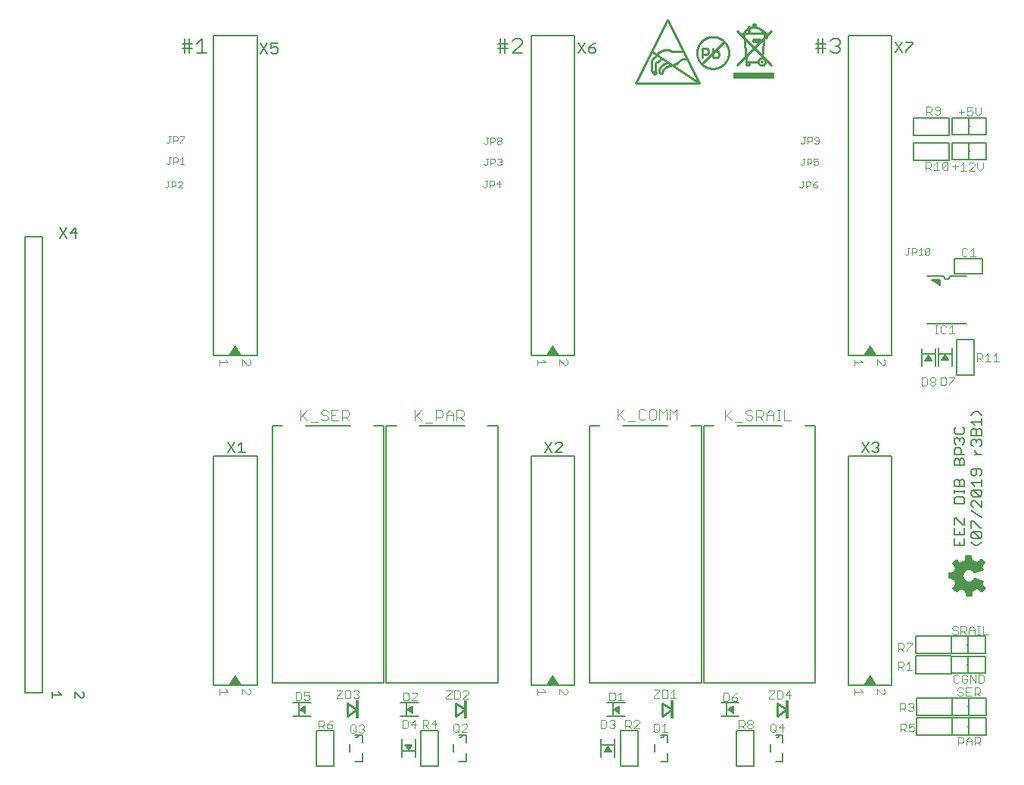
<source format=gto>
G75*
%MOIN*%
%OFA0B0*%
%FSLAX25Y25*%
%IPPOS*%
%LPD*%
%AMOC8*
5,1,8,0,0,1.08239X$1,22.5*
%
%ADD10R,0.00015X0.01485*%
%ADD11R,0.00015X0.00045*%
%ADD12R,0.00015X0.00105*%
%ADD13R,0.00015X0.00165*%
%ADD14R,0.00015X0.00225*%
%ADD15R,0.00015X0.00285*%
%ADD16R,0.00015X0.00345*%
%ADD17R,0.00015X0.00405*%
%ADD18R,0.00015X0.00435*%
%ADD19R,0.00015X0.00465*%
%ADD20R,0.00015X0.00495*%
%ADD21R,0.00015X0.00540*%
%ADD22R,0.00015X0.00585*%
%ADD23R,0.00015X0.00645*%
%ADD24R,0.00015X0.00150*%
%ADD25R,0.00015X0.00675*%
%ADD26R,0.00015X0.00195*%
%ADD27R,0.00015X0.00705*%
%ADD28R,0.00015X0.00240*%
%ADD29R,0.00015X0.00735*%
%ADD30R,0.00015X0.00270*%
%ADD31R,0.00015X0.00765*%
%ADD32R,0.00015X0.00300*%
%ADD33R,0.00015X0.00810*%
%ADD34R,0.00015X0.00360*%
%ADD35R,0.00015X0.00855*%
%ADD36R,0.00015X0.00435*%
%ADD37R,0.00015X0.00915*%
%ADD38R,0.00015X0.00465*%
%ADD39R,0.00015X0.00945*%
%ADD40R,0.00015X0.00960*%
%ADD41R,0.00015X0.00525*%
%ADD42R,0.00015X0.00990*%
%ADD43R,0.00015X0.00555*%
%ADD44R,0.00015X0.01035*%
%ADD45R,0.00015X0.00600*%
%ADD46R,0.00015X0.01080*%
%ADD47R,0.00015X0.01125*%
%ADD48R,0.00015X0.01170*%
%ADD49R,0.00015X0.00720*%
%ADD50R,0.00015X0.01200*%
%ADD51R,0.00015X0.00750*%
%ADD52R,0.00015X0.01230*%
%ADD53R,0.00015X0.00780*%
%ADD54R,0.00015X0.01260*%
%ADD55R,0.00015X0.00810*%
%ADD56R,0.00015X0.01305*%
%ADD57R,0.00015X0.01365*%
%ADD58R,0.00015X0.00900*%
%ADD59R,0.00015X0.01395*%
%ADD60R,0.00015X0.01440*%
%ADD61R,0.00015X0.01470*%
%ADD62R,0.00015X0.01005*%
%ADD63R,0.00015X0.01500*%
%ADD64R,0.00015X0.01020*%
%ADD65R,0.00015X0.01530*%
%ADD66R,0.00015X0.01065*%
%ADD67R,0.00015X0.01575*%
%ADD68R,0.00015X0.01095*%
%ADD69R,0.00015X0.01635*%
%ADD70R,0.00015X0.01155*%
%ADD71R,0.00015X0.01680*%
%ADD72R,0.00015X0.01200*%
%ADD73R,0.00015X0.01710*%
%ADD74R,0.00015X0.01230*%
%ADD75R,0.00015X0.01725*%
%ADD76R,0.00015X0.01245*%
%ADD77R,0.00015X0.01755*%
%ADD78R,0.00015X0.01275*%
%ADD79R,0.00015X0.01800*%
%ADD80R,0.00015X0.01320*%
%ADD81R,0.00015X0.01860*%
%ADD82R,0.00015X0.01905*%
%ADD83R,0.00015X0.01410*%
%ADD84R,0.00015X0.01935*%
%ADD85R,0.00015X0.01455*%
%ADD86R,0.00015X0.01965*%
%ADD87R,0.00015X0.01485*%
%ADD88R,0.00015X0.01995*%
%ADD89R,0.00015X0.01515*%
%ADD90R,0.00015X0.02040*%
%ADD91R,0.00015X0.01530*%
%ADD92R,0.00015X0.02070*%
%ADD93R,0.00015X0.01575*%
%ADD94R,0.00015X0.02115*%
%ADD95R,0.00015X0.01620*%
%ADD96R,0.00015X0.02160*%
%ADD97R,0.00015X0.01665*%
%ADD98R,0.00015X0.02190*%
%ADD99R,0.00015X0.00075*%
%ADD100R,0.00015X0.01695*%
%ADD101R,0.00015X0.02220*%
%ADD102R,0.00015X0.00105*%
%ADD103R,0.00015X0.02235*%
%ADD104R,0.00015X0.00135*%
%ADD105R,0.00015X0.01755*%
%ADD106R,0.00015X0.02280*%
%ADD107R,0.00015X0.00180*%
%ADD108R,0.00015X0.01785*%
%ADD109R,0.00015X0.02340*%
%ADD110R,0.00015X0.00240*%
%ADD111R,0.00015X0.01830*%
%ADD112R,0.00015X0.02385*%
%ADD113R,0.00015X0.01890*%
%ADD114R,0.00015X0.02415*%
%ADD115R,0.00015X0.00330*%
%ADD116R,0.00015X0.00120*%
%ADD117R,0.00015X0.01920*%
%ADD118R,0.00015X0.02430*%
%ADD119R,0.00015X0.00375*%
%ADD120R,0.00015X0.02460*%
%ADD121R,0.00015X0.00405*%
%ADD122R,0.00015X0.00195*%
%ADD123R,0.00015X0.01965*%
%ADD124R,0.00015X0.02505*%
%ADD125R,0.00015X0.00210*%
%ADD126R,0.00015X0.02010*%
%ADD127R,0.00015X0.02535*%
%ADD128R,0.00015X0.00480*%
%ADD129R,0.00015X0.02580*%
%ADD130R,0.00015X0.00540*%
%ADD131R,0.00015X0.02085*%
%ADD132R,0.00015X0.02625*%
%ADD133R,0.00015X0.02130*%
%ADD134R,0.00015X0.02670*%
%ADD135R,0.00015X0.00630*%
%ADD136R,0.00015X0.02700*%
%ADD137R,0.00015X0.00660*%
%ADD138R,0.00015X0.00450*%
%ADD139R,0.00015X0.02190*%
%ADD140R,0.00015X0.02715*%
%ADD141R,0.00015X0.02205*%
%ADD142R,0.00015X0.02745*%
%ADD143R,0.00015X0.00510*%
%ADD144R,0.00015X0.02235*%
%ADD145R,0.00015X0.02775*%
%ADD146R,0.00015X0.02820*%
%ADD147R,0.00015X0.02310*%
%ADD148R,0.00015X0.02880*%
%ADD149R,0.00015X0.00855*%
%ADD150R,0.00015X0.02355*%
%ADD151R,0.00015X0.02895*%
%ADD152R,0.00015X0.00870*%
%ADD153R,0.00015X0.00660*%
%ADD154R,0.00015X0.02925*%
%ADD155R,0.00015X0.00690*%
%ADD156R,0.00015X0.02970*%
%ADD157R,0.00015X0.03000*%
%ADD158R,0.00015X0.00750*%
%ADD159R,0.00015X0.03045*%
%ADD160R,0.00015X0.01005*%
%ADD161R,0.00015X0.00780*%
%ADD162R,0.00015X0.02505*%
%ADD163R,0.00015X0.03090*%
%ADD164R,0.00015X0.01050*%
%ADD165R,0.00015X0.00825*%
%ADD166R,0.00015X0.02550*%
%ADD167R,0.00015X0.03135*%
%ADD168R,0.00015X0.01095*%
%ADD169R,0.00015X0.00870*%
%ADD170R,0.00015X0.03165*%
%ADD171R,0.00015X0.01125*%
%ADD172R,0.00015X0.02625*%
%ADD173R,0.00015X0.03195*%
%ADD174R,0.00015X0.01140*%
%ADD175R,0.00015X0.00930*%
%ADD176R,0.00015X0.02655*%
%ADD177R,0.00015X0.03210*%
%ADD178R,0.00015X0.00960*%
%ADD179R,0.00015X0.03240*%
%ADD180R,0.00015X0.02700*%
%ADD181R,0.00015X0.03285*%
%ADD182R,0.00015X0.01245*%
%ADD183R,0.00015X0.02745*%
%ADD184R,0.00015X0.03330*%
%ADD185R,0.00015X0.02790*%
%ADD186R,0.00015X0.03360*%
%ADD187R,0.00015X0.01110*%
%ADD188R,0.00015X0.02835*%
%ADD189R,0.00015X0.03390*%
%ADD190R,0.00015X0.01335*%
%ADD191R,0.00015X0.01140*%
%ADD192R,0.00015X0.02865*%
%ADD193R,0.00015X0.03420*%
%ADD194R,0.00015X0.01155*%
%ADD195R,0.00015X0.04905*%
%ADD196R,0.00015X0.04920*%
%ADD197R,0.00015X0.02940*%
%ADD198R,0.00015X0.04950*%
%ADD199R,0.00015X0.02985*%
%ADD200R,0.00015X0.04965*%
%ADD201R,0.00015X0.01275*%
%ADD202R,0.00015X0.03015*%
%ADD203R,0.00015X0.04980*%
%ADD204R,0.00015X0.03045*%
%ADD205R,0.00015X0.05010*%
%ADD206R,0.00015X0.01335*%
%ADD207R,0.00015X0.03075*%
%ADD208R,0.00015X0.01350*%
%ADD209R,0.00015X0.03105*%
%ADD210R,0.00015X0.05040*%
%ADD211R,0.00015X0.01380*%
%ADD212R,0.00015X0.05040*%
%ADD213R,0.00015X0.01410*%
%ADD214R,0.00015X0.03180*%
%ADD215R,0.00015X0.05070*%
%ADD216R,0.00015X0.03225*%
%ADD217R,0.00015X0.03255*%
%ADD218R,0.00015X0.05085*%
%ADD219R,0.00015X0.01515*%
%ADD220R,0.00015X0.03300*%
%ADD221R,0.00015X0.05100*%
%ADD222R,0.00015X0.04935*%
%ADD223R,0.00015X0.05115*%
%ADD224R,0.00015X0.04995*%
%ADD225R,0.00015X0.05130*%
%ADD226R,0.00015X0.05010*%
%ADD227R,0.00015X0.05130*%
%ADD228R,0.00015X0.05010*%
%ADD229R,0.00015X0.05025*%
%ADD230R,0.00015X0.05040*%
%ADD231R,0.00015X0.05055*%
%ADD232R,0.00015X0.05130*%
%ADD233R,0.00015X0.05085*%
%ADD234R,0.00015X0.05115*%
%ADD235R,0.00015X0.05145*%
%ADD236R,0.00015X0.05160*%
%ADD237R,0.00015X0.05130*%
%ADD238R,0.00015X0.05190*%
%ADD239R,0.00015X0.05190*%
%ADD240R,0.00015X0.05205*%
%ADD241R,0.00015X0.05220*%
%ADD242R,0.00015X0.05070*%
%ADD243R,0.00015X0.05085*%
%ADD244R,0.00015X0.05205*%
%ADD245R,0.00015X0.05220*%
%ADD246R,0.00015X0.05055*%
%ADD247R,0.00015X0.05025*%
%ADD248R,0.00015X0.05205*%
%ADD249R,0.00015X0.05025*%
%ADD250R,0.00015X0.05190*%
%ADD251R,0.00015X0.05190*%
%ADD252R,0.00015X0.04995*%
%ADD253R,0.00015X0.05175*%
%ADD254R,0.00015X0.04950*%
%ADD255R,0.00015X0.05145*%
%ADD256R,0.00015X0.05145*%
%ADD257R,0.00015X0.04920*%
%ADD258R,0.00015X0.04905*%
%ADD259R,0.00015X0.04905*%
%ADD260R,0.00015X0.05115*%
%ADD261R,0.00015X0.04890*%
%ADD262R,0.00015X0.04890*%
%ADD263R,0.00015X0.04875*%
%ADD264R,0.00015X0.04845*%
%ADD265R,0.00015X0.04830*%
%ADD266R,0.00015X0.04830*%
%ADD267R,0.00015X0.05070*%
%ADD268R,0.00015X0.04830*%
%ADD269R,0.00015X0.04815*%
%ADD270R,0.00015X0.04800*%
%ADD271R,0.00015X0.04800*%
%ADD272R,0.00015X0.05010*%
%ADD273R,0.00015X0.04785*%
%ADD274R,0.00015X0.04770*%
%ADD275R,0.00015X0.04770*%
%ADD276R,0.00015X0.04755*%
%ADD277R,0.00015X0.04740*%
%ADD278R,0.00015X0.04725*%
%ADD279R,0.00015X0.04725*%
%ADD280R,0.00015X0.04980*%
%ADD281R,0.00015X0.04710*%
%ADD282R,0.00015X0.04725*%
%ADD283R,0.00015X0.04710*%
%ADD284R,0.00015X0.04695*%
%ADD285R,0.00015X0.04680*%
%ADD286R,0.00015X0.04695*%
%ADD287R,0.00015X0.04680*%
%ADD288R,0.00015X0.04905*%
%ADD289R,0.00015X0.04665*%
%ADD290R,0.00015X0.04650*%
%ADD291R,0.00015X0.04635*%
%ADD292R,0.00015X0.04620*%
%ADD293R,0.00015X0.04620*%
%ADD294R,0.00015X0.04890*%
%ADD295R,0.00015X0.04605*%
%ADD296R,0.00015X0.04605*%
%ADD297R,0.00015X0.04590*%
%ADD298R,0.00015X0.04845*%
%ADD299R,0.00015X0.04575*%
%ADD300R,0.00015X0.04590*%
%ADD301R,0.00015X0.04575*%
%ADD302R,0.00015X0.04845*%
%ADD303R,0.00015X0.04560*%
%ADD304R,0.00015X0.04545*%
%ADD305R,0.00015X0.04530*%
%ADD306R,0.00015X0.04515*%
%ADD307R,0.00015X0.04530*%
%ADD308R,0.00015X0.04500*%
%ADD309R,0.00015X0.04515*%
%ADD310R,0.00015X0.04785*%
%ADD311R,0.00015X0.04485*%
%ADD312R,0.00015X0.04755*%
%ADD313R,0.00015X0.04470*%
%ADD314R,0.00015X0.04740*%
%ADD315R,0.00015X0.04485*%
%ADD316R,0.00015X0.04755*%
%ADD317R,0.00015X0.04545*%
%ADD318R,0.00015X0.04695*%
%ADD319R,0.00015X0.04680*%
%ADD320R,0.00015X0.04665*%
%ADD321R,0.00015X0.04725*%
%ADD322R,0.00015X0.04680*%
%ADD323R,0.00015X0.04860*%
%ADD324R,0.00015X0.04740*%
%ADD325R,0.00015X0.04875*%
%ADD326R,0.00015X0.04965*%
%ADD327R,0.00015X0.04860*%
%ADD328R,0.00015X0.04995*%
%ADD329R,0.00015X0.04875*%
%ADD330R,0.00015X0.04980*%
%ADD331R,0.00015X0.05235*%
%ADD332R,0.00015X0.05235*%
%ADD333R,0.00015X0.05250*%
%ADD334R,0.00015X0.05280*%
%ADD335R,0.00015X0.05295*%
%ADD336R,0.00015X0.05325*%
%ADD337R,0.00015X0.05340*%
%ADD338R,0.00015X0.05235*%
%ADD339R,0.00015X0.05355*%
%ADD340R,0.00015X0.05370*%
%ADD341R,0.00015X0.05265*%
%ADD342R,0.00015X0.05370*%
%ADD343R,0.00015X0.05280*%
%ADD344R,0.00015X0.05385*%
%ADD345R,0.00015X0.05295*%
%ADD346R,0.00015X0.05400*%
%ADD347R,0.00015X0.05415*%
%ADD348R,0.00015X0.05310*%
%ADD349R,0.00015X0.05430*%
%ADD350R,0.00015X0.05445*%
%ADD351R,0.00015X0.05460*%
%ADD352R,0.00015X0.05355*%
%ADD353R,0.00015X0.05475*%
%ADD354R,0.00015X0.05505*%
%ADD355R,0.00015X0.05520*%
%ADD356R,0.00015X0.05535*%
%ADD357R,0.00015X0.05550*%
%ADD358R,0.00015X0.05550*%
%ADD359R,0.00015X0.05475*%
%ADD360R,0.00015X0.05490*%
%ADD361R,0.00015X0.05475*%
%ADD362R,0.00015X0.05385*%
%ADD363R,0.00015X0.05370*%
%ADD364R,0.00015X0.05325*%
%ADD365R,0.00015X0.05310*%
%ADD366R,0.00015X0.05265*%
%ADD367R,0.00015X0.05175*%
%ADD368R,0.00015X0.04980*%
%ADD369R,0.00015X0.04965*%
%ADD370R,0.00015X0.04860*%
%ADD371R,0.00015X0.04845*%
%ADD372R,0.00015X0.04815*%
%ADD373R,0.00015X0.04770*%
%ADD374R,0.00015X0.05295*%
%ADD375R,0.00015X0.04635*%
%ADD376R,0.00015X0.05610*%
%ADD377R,0.00015X0.05700*%
%ADD378R,0.00015X0.05760*%
%ADD379R,0.00015X0.05805*%
%ADD380R,0.00015X0.05850*%
%ADD381R,0.00015X0.05895*%
%ADD382R,0.00015X0.06000*%
%ADD383R,0.00015X0.06135*%
%ADD384R,0.00015X0.06225*%
%ADD385R,0.00015X0.06300*%
%ADD386R,0.00015X0.06330*%
%ADD387R,0.00015X0.06375*%
%ADD388R,0.00015X0.06450*%
%ADD389R,0.00015X0.06570*%
%ADD390R,0.00015X0.05565*%
%ADD391R,0.00015X0.06690*%
%ADD392R,0.00015X0.06735*%
%ADD393R,0.00015X0.05790*%
%ADD394R,0.00015X0.06765*%
%ADD395R,0.00015X0.05850*%
%ADD396R,0.00015X0.06780*%
%ADD397R,0.00015X0.05895*%
%ADD398R,0.00015X0.06795*%
%ADD399R,0.00015X0.05955*%
%ADD400R,0.00015X0.06810*%
%ADD401R,0.00015X0.06060*%
%ADD402R,0.00015X0.06195*%
%ADD403R,0.00015X0.06825*%
%ADD404R,0.00015X0.06330*%
%ADD405R,0.00015X0.06840*%
%ADD406R,0.00015X0.06390*%
%ADD407R,0.00015X0.06495*%
%ADD408R,0.00015X0.06840*%
%ADD409R,0.00015X0.06555*%
%ADD410R,0.00015X0.06825*%
%ADD411R,0.00015X0.06645*%
%ADD412R,0.00015X0.06825*%
%ADD413R,0.00015X0.06705*%
%ADD414R,0.00015X0.06705*%
%ADD415R,0.00015X0.06810*%
%ADD416R,0.00015X0.06720*%
%ADD417R,0.00015X0.06795*%
%ADD418R,0.00015X0.06750*%
%ADD419R,0.00015X0.06765*%
%ADD420R,0.00015X0.06795*%
%ADD421R,0.00015X0.06780*%
%ADD422R,0.00015X0.06780*%
%ADD423R,0.00015X0.06750*%
%ADD424R,0.00015X0.06720*%
%ADD425R,0.00015X0.06720*%
%ADD426R,0.00015X0.06705*%
%ADD427R,0.00015X0.06705*%
%ADD428R,0.00015X0.06690*%
%ADD429R,0.00015X0.06675*%
%ADD430R,0.00015X0.06690*%
%ADD431R,0.00015X0.06675*%
%ADD432R,0.00015X0.06675*%
%ADD433R,0.00015X0.06660*%
%ADD434R,0.00015X0.06675*%
%ADD435R,0.00015X0.06660*%
%ADD436R,0.00015X0.06660*%
%ADD437R,0.00015X0.06645*%
%ADD438R,0.00015X0.06630*%
%ADD439R,0.00015X0.06660*%
%ADD440R,0.00015X0.06630*%
%ADD441R,0.00015X0.06645*%
%ADD442R,0.00015X0.06735*%
%ADD443R,0.00015X0.06765*%
%ADD444R,0.00015X0.06780*%
%ADD445R,0.00015X0.06825*%
%ADD446R,0.00015X0.06855*%
%ADD447R,0.00015X0.06855*%
%ADD448R,0.00015X0.06870*%
%ADD449R,0.00015X0.06885*%
%ADD450R,0.00015X0.06525*%
%ADD451R,0.00015X0.06405*%
%ADD452R,0.00015X0.06255*%
%ADD453R,0.00015X0.06165*%
%ADD454R,0.00015X0.06870*%
%ADD455R,0.00015X0.06120*%
%ADD456R,0.00015X0.06885*%
%ADD457R,0.00015X0.06060*%
%ADD458R,0.00015X0.06015*%
%ADD459R,0.00015X0.05910*%
%ADD460R,0.00015X0.05670*%
%ADD461R,0.00015X0.05595*%
%ADD462R,0.00015X0.06585*%
%ADD463R,0.00015X0.05160*%
%ADD464R,0.00015X0.06390*%
%ADD465R,0.00015X0.05025*%
%ADD466R,0.00015X0.06330*%
%ADD467R,0.00015X0.06075*%
%ADD468R,0.00015X0.05820*%
%ADD469R,0.00015X0.05775*%
%ADD470R,0.00015X0.05685*%
%ADD471R,0.00015X0.05460*%
%ADD472R,0.00015X0.04860*%
%ADD473R,0.00015X0.04935*%
%ADD474R,0.00015X0.05160*%
%ADD475R,0.00015X0.05325*%
%ADD476R,0.00015X0.05340*%
%ADD477R,0.00015X0.05355*%
%ADD478R,0.00015X0.05430*%
%ADD479R,0.00015X0.05535*%
%ADD480R,0.00015X0.05595*%
%ADD481R,0.00015X0.05640*%
%ADD482R,0.00015X0.05640*%
%ADD483R,0.00015X0.05670*%
%ADD484R,0.00015X0.05685*%
%ADD485R,0.00015X0.05700*%
%ADD486R,0.00015X0.05715*%
%ADD487R,0.00015X0.05715*%
%ADD488R,0.00015X0.05730*%
%ADD489R,0.00015X0.05745*%
%ADD490R,0.00015X0.05760*%
%ADD491R,0.00015X0.06000*%
%ADD492R,0.00015X0.06105*%
%ADD493R,0.00015X0.06180*%
%ADD494R,0.00015X0.06210*%
%ADD495R,0.00015X0.12690*%
%ADD496R,0.00015X0.12675*%
%ADD497R,0.00015X0.12660*%
%ADD498R,0.00015X0.12660*%
%ADD499R,0.00015X0.12645*%
%ADD500R,0.00015X0.12615*%
%ADD501R,0.00015X0.12600*%
%ADD502R,0.00015X0.12585*%
%ADD503R,0.00015X0.12555*%
%ADD504R,0.00015X0.12540*%
%ADD505R,0.00015X0.12525*%
%ADD506R,0.00015X0.12510*%
%ADD507R,0.00015X0.12510*%
%ADD508R,0.00015X0.12480*%
%ADD509R,0.00015X0.12450*%
%ADD510R,0.00015X0.12435*%
%ADD511R,0.00015X0.12420*%
%ADD512R,0.00015X0.12390*%
%ADD513R,0.00015X0.12375*%
%ADD514R,0.00015X0.12360*%
%ADD515R,0.00015X0.12330*%
%ADD516R,0.00015X0.12300*%
%ADD517R,0.00015X0.12285*%
%ADD518R,0.00015X0.12270*%
%ADD519R,0.00015X0.12255*%
%ADD520R,0.00015X0.12240*%
%ADD521R,0.00015X0.12225*%
%ADD522R,0.00015X0.12195*%
%ADD523R,0.00015X0.12165*%
%ADD524R,0.00015X0.12150*%
%ADD525R,0.00015X0.12135*%
%ADD526R,0.00015X0.12120*%
%ADD527R,0.00015X0.12090*%
%ADD528R,0.00015X0.12075*%
%ADD529R,0.00015X0.12060*%
%ADD530R,0.00015X0.12045*%
%ADD531R,0.00015X0.12015*%
%ADD532R,0.00015X0.12000*%
%ADD533R,0.00015X0.11985*%
%ADD534R,0.00015X0.11955*%
%ADD535R,0.00015X0.11940*%
%ADD536R,0.00015X0.11925*%
%ADD537R,0.00015X0.11910*%
%ADD538R,0.00015X0.11910*%
%ADD539R,0.00015X0.11880*%
%ADD540R,0.00015X0.11850*%
%ADD541R,0.00015X0.11835*%
%ADD542R,0.00015X0.11805*%
%ADD543R,0.00015X0.11775*%
%ADD544R,0.00015X0.11760*%
%ADD545R,0.00015X0.11745*%
%ADD546R,0.00015X0.11730*%
%ADD547R,0.00015X0.11700*%
%ADD548R,0.00015X0.11700*%
%ADD549R,0.00015X0.11685*%
%ADD550R,0.00015X0.11655*%
%ADD551R,0.00015X0.11640*%
%ADD552R,0.00015X0.11625*%
%ADD553R,0.00015X0.11625*%
%ADD554R,0.00015X0.11670*%
%ADD555R,0.00015X0.11715*%
%ADD556R,0.00015X0.11790*%
%ADD557R,0.00015X0.11820*%
%ADD558R,0.00015X0.11820*%
%ADD559R,0.00015X0.11880*%
%ADD560R,0.00015X0.11895*%
%ADD561R,0.00015X0.11970*%
%ADD562R,0.00015X0.12045*%
%ADD563R,0.00015X0.12075*%
%ADD564R,0.00015X0.12105*%
%ADD565R,0.00015X0.12135*%
%ADD566R,0.00015X0.12165*%
%ADD567R,0.00015X0.12180*%
%ADD568R,0.00015X0.12195*%
%ADD569R,0.00015X0.12210*%
%ADD570R,0.00015X0.12225*%
%ADD571R,0.00015X0.12255*%
%ADD572R,0.00015X0.12360*%
%ADD573R,0.00015X0.12390*%
%ADD574R,0.00015X0.12405*%
%ADD575R,0.00015X0.12435*%
%ADD576R,0.00015X0.12480*%
%ADD577R,0.00015X0.12480*%
%ADD578R,0.00015X0.12510*%
%ADD579R,0.00015X0.12570*%
%ADD580R,0.00015X0.12630*%
%ADD581R,0.00015X0.12675*%
%ADD582R,0.00015X0.12705*%
%ADD583R,0.00015X0.12735*%
%ADD584R,0.00015X0.12750*%
%ADD585R,0.00015X0.12780*%
%ADD586R,0.00015X0.12795*%
%ADD587R,0.00015X0.12810*%
%ADD588R,0.00015X0.12840*%
%ADD589R,0.00015X0.12855*%
%ADD590R,0.00015X0.12885*%
%ADD591R,0.00015X0.12900*%
%ADD592R,0.00015X0.12915*%
%ADD593R,0.00015X0.12945*%
%ADD594R,0.00015X0.12960*%
%ADD595R,0.00015X0.12990*%
%ADD596R,0.00015X0.13005*%
%ADD597R,0.00015X0.13020*%
%ADD598R,0.00015X0.13035*%
%ADD599R,0.00015X0.13065*%
%ADD600R,0.00015X0.13080*%
%ADD601R,0.00015X0.13110*%
%ADD602R,0.00015X0.13125*%
%ADD603R,0.00015X0.13155*%
%ADD604R,0.00015X0.13170*%
%ADD605R,0.00015X0.13200*%
%ADD606R,0.00015X0.13230*%
%ADD607R,0.00015X0.13260*%
%ADD608R,0.00015X0.13290*%
%ADD609R,0.00015X0.13320*%
%ADD610R,0.00015X0.13350*%
%ADD611R,0.00015X0.13365*%
%ADD612R,0.00015X0.13395*%
%ADD613R,0.00015X0.13425*%
%ADD614R,0.00015X0.13455*%
%ADD615R,0.00015X0.13470*%
%ADD616R,0.00015X0.13500*%
%ADD617R,0.00015X0.13530*%
%ADD618R,0.00015X0.13560*%
%ADD619R,0.00015X0.13575*%
%ADD620R,0.00015X0.13605*%
%ADD621R,0.00015X0.13635*%
%ADD622R,0.00015X0.13650*%
%ADD623R,0.00015X0.13680*%
%ADD624R,0.00015X0.13695*%
%ADD625R,0.00015X0.13725*%
%ADD626R,0.00015X0.13740*%
%ADD627R,0.00015X0.13770*%
%ADD628R,0.00015X0.13785*%
%ADD629R,0.00015X0.13800*%
%ADD630R,0.00015X0.13830*%
%ADD631R,0.00015X0.13860*%
%ADD632R,0.00015X0.13875*%
%ADD633R,0.00015X0.13905*%
%ADD634R,0.00015X0.13935*%
%ADD635R,0.00015X0.13950*%
%ADD636R,0.00015X0.13980*%
%ADD637R,0.00015X0.14010*%
%ADD638R,0.00015X0.14025*%
%ADD639R,0.00015X0.14055*%
%ADD640R,0.00015X0.14070*%
%ADD641R,0.00015X0.14085*%
%ADD642R,0.00015X0.14115*%
%ADD643R,0.00015X0.14145*%
%ADD644R,0.00015X0.14160*%
%ADD645R,0.00015X0.14190*%
%ADD646R,0.00015X0.14205*%
%ADD647R,0.00015X0.14220*%
%ADD648R,0.00015X0.14235*%
%ADD649R,0.00015X0.14265*%
%ADD650R,0.00015X0.14280*%
%ADD651R,0.00015X0.14295*%
%ADD652R,0.00015X0.14295*%
%ADD653R,0.00015X0.14250*%
%ADD654R,0.00015X0.14205*%
%ADD655R,0.00015X0.14175*%
%ADD656R,0.00015X0.14160*%
%ADD657R,0.00015X0.14130*%
%ADD658R,0.00015X0.14100*%
%ADD659R,0.00015X0.14040*%
%ADD660R,0.00015X0.14010*%
%ADD661R,0.00015X0.03465*%
%ADD662R,0.00015X0.10440*%
%ADD663R,0.00015X0.03420*%
%ADD664R,0.00015X0.10395*%
%ADD665R,0.00015X0.03375*%
%ADD666R,0.00015X0.10335*%
%ADD667R,0.00015X0.03570*%
%ADD668R,0.00015X0.06600*%
%ADD669R,0.00015X0.03525*%
%ADD670R,0.00015X0.03270*%
%ADD671R,0.00015X0.03495*%
%ADD672R,0.00015X0.03210*%
%ADD673R,0.00015X0.06480*%
%ADD674R,0.00015X0.03435*%
%ADD675R,0.00015X0.03165*%
%ADD676R,0.00015X0.03390*%
%ADD677R,0.00015X0.03120*%
%ADD678R,0.00015X0.06315*%
%ADD679R,0.00015X0.03345*%
%ADD680R,0.00015X0.03090*%
%ADD681R,0.00015X0.03075*%
%ADD682R,0.00015X0.06225*%
%ADD683R,0.00015X0.03270*%
%ADD684R,0.00015X0.06180*%
%ADD685R,0.00015X0.02970*%
%ADD686R,0.00015X0.06075*%
%ADD687R,0.00015X0.03195*%
%ADD688R,0.00015X0.02925*%
%ADD689R,0.00015X0.05985*%
%ADD690R,0.00015X0.03135*%
%ADD691R,0.00015X0.02850*%
%ADD692R,0.00015X0.05835*%
%ADD693R,0.00015X0.03030*%
%ADD694R,0.00015X0.02805*%
%ADD695R,0.00015X0.02730*%
%ADD696R,0.00015X0.05625*%
%ADD697R,0.00015X0.02925*%
%ADD698R,0.00015X0.02640*%
%ADD699R,0.00015X0.02595*%
%ADD700R,0.00015X0.02565*%
%ADD701R,0.00015X0.02760*%
%ADD702R,0.00015X0.02520*%
%ADD703R,0.00015X0.02730*%
%ADD704R,0.00015X0.02475*%
%ADD705R,0.00015X0.02685*%
%ADD706R,0.00015X0.02445*%
%ADD707R,0.00015X0.02400*%
%ADD708R,0.00015X0.02370*%
%ADD709R,0.00015X0.02565*%
%ADD710R,0.00015X0.02340*%
%ADD711R,0.00015X0.02325*%
%ADD712R,0.00015X0.02505*%
%ADD713R,0.00015X0.02280*%
%ADD714R,0.00015X0.02460*%
%ADD715R,0.00015X0.04560*%
%ADD716R,0.00015X0.02190*%
%ADD717R,0.00015X0.04440*%
%ADD718R,0.00015X0.02370*%
%ADD719R,0.00015X0.02145*%
%ADD720R,0.00015X0.04365*%
%ADD721R,0.00015X0.04320*%
%ADD722R,0.00015X0.02310*%
%ADD723R,0.00015X0.02100*%
%ADD724R,0.00015X0.04260*%
%ADD725R,0.00015X0.04200*%
%ADD726R,0.00015X0.02265*%
%ADD727R,0.00015X0.02040*%
%ADD728R,0.00015X0.04095*%
%ADD729R,0.00015X0.02220*%
%ADD730R,0.00015X0.03915*%
%ADD731R,0.00015X0.02175*%
%ADD732R,0.00015X0.03765*%
%ADD733R,0.00015X0.03675*%
%ADD734R,0.00015X0.01890*%
%ADD735R,0.00015X0.03615*%
%ADD736R,0.00015X0.02055*%
%ADD737R,0.00015X0.01860*%
%ADD738R,0.00015X0.03555*%
%ADD739R,0.00015X0.01815*%
%ADD740R,0.00015X0.03450*%
%ADD741R,0.00015X0.01725*%
%ADD742R,0.00015X0.03315*%
%ADD743R,0.00015X0.01905*%
%ADD744R,0.00015X0.01680*%
%ADD745R,0.00015X0.01650*%
%ADD746R,0.00015X0.01620*%
%ADD747R,0.00015X0.01590*%
%ADD748R,0.00015X0.01770*%
%ADD749R,0.00015X0.01560*%
%ADD750R,0.00015X0.03240*%
%ADD751R,0.00015X0.01740*%
%ADD752R,0.00015X0.01665*%
%ADD753R,0.00015X0.01455*%
%ADD754R,0.00015X0.01635*%
%ADD755R,0.00015X0.01410*%
%ADD756R,0.00015X0.01395*%
%ADD757R,0.00015X0.01365*%
%ADD758R,0.00015X0.01335*%
%ADD759R,0.00015X0.01290*%
%ADD760R,0.00015X0.03210*%
%ADD761R,0.00015X0.01455*%
%ADD762R,0.00015X0.01185*%
%ADD763R,0.00015X0.01290*%
%ADD764R,0.00015X0.01110*%
%ADD765R,0.00015X0.01260*%
%ADD766R,0.00015X0.03180*%
%ADD767R,0.00015X0.00975*%
%ADD768R,0.00015X0.03150*%
%ADD769R,0.00015X0.00885*%
%ADD770R,0.00015X0.03150*%
%ADD771R,0.00015X0.01050*%
%ADD772R,0.00015X0.00795*%
%ADD773R,0.00015X0.00885*%
%ADD774R,0.00015X0.00690*%
%ADD775R,0.00015X0.00840*%
%ADD776R,0.00015X0.00570*%
%ADD777R,0.00015X0.00525*%
%ADD778R,0.00015X0.03105*%
%ADD779R,0.00015X0.00660*%
%ADD780R,0.00015X0.00615*%
%ADD781R,0.00015X0.00420*%
%ADD782R,0.00015X0.00555*%
%ADD783R,0.00015X0.00390*%
%ADD784R,0.00015X0.00525*%
%ADD785R,0.00015X0.00360*%
%ADD786R,0.00015X0.00495*%
%ADD787R,0.00015X0.03075*%
%ADD788R,0.00015X0.00450*%
%ADD789R,0.00015X0.00225*%
%ADD790R,0.00015X0.00345*%
%ADD791R,0.00015X0.00255*%
%ADD792R,0.00015X0.03060*%
%ADD793R,0.00015X0.00180*%
%ADD794R,0.00015X0.00075*%
%ADD795R,0.00015X0.03000*%
%ADD796R,0.00015X0.02955*%
%ADD797R,0.00015X0.02940*%
%ADD798R,0.00015X0.02940*%
%ADD799R,0.00015X0.02910*%
%ADD800R,0.00015X0.02910*%
%ADD801R,0.00015X0.02865*%
%ADD802R,0.00015X0.02805*%
%ADD803R,0.00015X0.02775*%
%ADD804R,0.00015X0.02760*%
%ADD805R,0.00015X0.02655*%
%ADD806R,0.00015X0.02640*%
%ADD807R,0.00015X0.02610*%
%ADD808R,0.00015X0.02595*%
%ADD809R,0.00015X0.02535*%
%ADD810R,0.00015X0.02475*%
%ADD811R,0.00015X0.02175*%
%ADD812R,0.00015X0.01575*%
%ADD813C,0.00500*%
%ADD814C,0.00700*%
%ADD815C,0.00800*%
%ADD816C,0.00400*%
%ADD817R,0.00787X0.05512*%
%ADD818C,0.00600*%
%ADD819C,0.01000*%
%ADD820R,0.01181X0.08268*%
%ADD821R,0.00787X0.00787*%
%ADD822R,0.18000X0.03000*%
%ADD823C,0.00300*%
%ADD824R,0.05512X0.00787*%
D10*
X0471666Y0122249D03*
D11*
X0477376Y0119359D03*
X0476506Y0127564D03*
X0477211Y0130744D03*
D12*
X0477361Y0119359D03*
D13*
X0477346Y0119359D03*
D14*
X0477331Y0119359D03*
D15*
X0477316Y0119359D03*
X0462931Y0119449D03*
D16*
X0477301Y0119359D03*
X0476416Y0127609D03*
D17*
X0476401Y0127624D03*
X0477286Y0119359D03*
D18*
X0477271Y0119359D03*
D19*
X0477256Y0119359D03*
D20*
X0477241Y0119359D03*
X0477076Y0130744D03*
D21*
X0477226Y0119366D03*
D22*
X0477211Y0119374D03*
X0476401Y0122389D03*
X0476311Y0127699D03*
D23*
X0476296Y0127714D03*
X0477016Y0130729D03*
X0477196Y0119374D03*
D24*
X0476476Y0127556D03*
X0477196Y0130751D03*
D25*
X0477001Y0130729D03*
X0476356Y0122359D03*
X0477181Y0119374D03*
D26*
X0477181Y0130744D03*
D27*
X0476251Y0127744D03*
X0476341Y0122344D03*
X0477166Y0119374D03*
D28*
X0477166Y0130751D03*
D29*
X0477151Y0119374D03*
D30*
X0476431Y0127586D03*
X0477151Y0130751D03*
D31*
X0476326Y0122329D03*
X0477136Y0119374D03*
D32*
X0476506Y0122486D03*
X0477136Y0130751D03*
X0462886Y0130376D03*
D33*
X0477121Y0119381D03*
D34*
X0477121Y0130751D03*
D35*
X0476926Y0130714D03*
X0477106Y0119389D03*
D36*
X0476446Y0122449D03*
X0476386Y0127639D03*
X0477106Y0130744D03*
D37*
X0476176Y0127804D03*
X0476251Y0122269D03*
X0477091Y0119389D03*
X0463186Y0119479D03*
D38*
X0463006Y0119464D03*
X0477091Y0130744D03*
D39*
X0476896Y0130714D03*
X0476236Y0122254D03*
X0477076Y0119389D03*
X0463126Y0130354D03*
X0461011Y0124774D03*
D40*
X0477061Y0119396D03*
D41*
X0477061Y0130744D03*
D42*
X0476881Y0130706D03*
X0476131Y0127826D03*
X0477046Y0119396D03*
X0463141Y0130346D03*
D43*
X0477046Y0130744D03*
D44*
X0477031Y0119404D03*
D45*
X0477031Y0130736D03*
X0463051Y0119471D03*
D46*
X0463186Y0130346D03*
X0476101Y0127856D03*
X0477016Y0119396D03*
D47*
X0477001Y0119404D03*
D48*
X0476986Y0119411D03*
X0476146Y0122186D03*
X0476041Y0127886D03*
X0463216Y0130331D03*
D49*
X0463036Y0130361D03*
X0476986Y0130721D03*
D50*
X0476971Y0119411D03*
D51*
X0476971Y0130721D03*
D52*
X0476956Y0119411D03*
X0463306Y0119501D03*
X0463231Y0130331D03*
D53*
X0463066Y0130361D03*
X0476956Y0130721D03*
D54*
X0476941Y0119411D03*
D55*
X0476311Y0122306D03*
X0476941Y0130721D03*
X0463081Y0130361D03*
D56*
X0475981Y0127939D03*
X0476926Y0119419D03*
D57*
X0476911Y0119419D03*
X0476056Y0122119D03*
X0476716Y0130684D03*
D58*
X0476911Y0130706D03*
X0476266Y0122276D03*
D59*
X0476896Y0119419D03*
D60*
X0476881Y0119426D03*
D61*
X0476866Y0119426D03*
X0475891Y0127976D03*
D62*
X0476866Y0130699D03*
D63*
X0476851Y0119426D03*
X0463411Y0119516D03*
X0463336Y0130316D03*
D64*
X0463156Y0130346D03*
X0463216Y0119486D03*
X0476851Y0130706D03*
D65*
X0476836Y0119426D03*
D66*
X0476836Y0130699D03*
D67*
X0476821Y0119434D03*
D68*
X0476821Y0130699D03*
D69*
X0476806Y0119434D03*
D70*
X0476806Y0130699D03*
D71*
X0476791Y0119441D03*
D72*
X0476131Y0122186D03*
X0476026Y0127901D03*
X0476791Y0130691D03*
D73*
X0476776Y0119441D03*
D74*
X0476776Y0130691D03*
D75*
X0476566Y0130654D03*
X0476761Y0119449D03*
D76*
X0476761Y0130684D03*
D77*
X0476746Y0119449D03*
D78*
X0476101Y0122149D03*
X0476746Y0130684D03*
D79*
X0476731Y0119441D03*
X0463456Y0130301D03*
D80*
X0463276Y0130331D03*
X0476731Y0130676D03*
X0476086Y0122141D03*
D81*
X0476716Y0119456D03*
D82*
X0476701Y0119464D03*
X0463576Y0119539D03*
D83*
X0476701Y0130676D03*
D84*
X0476476Y0130639D03*
X0476686Y0119464D03*
X0463591Y0119539D03*
X0461041Y0124954D03*
D85*
X0475906Y0127969D03*
X0476686Y0130669D03*
D86*
X0476671Y0119464D03*
D87*
X0476671Y0130669D03*
D88*
X0476656Y0119464D03*
X0463606Y0119539D03*
D89*
X0476656Y0130669D03*
D90*
X0476431Y0130631D03*
X0476641Y0119471D03*
X0463546Y0130286D03*
D91*
X0463351Y0130316D03*
X0476641Y0130661D03*
D92*
X0476626Y0119471D03*
X0463636Y0119546D03*
D93*
X0476626Y0130669D03*
D94*
X0476611Y0119479D03*
D95*
X0476611Y0130661D03*
D96*
X0476386Y0130616D03*
X0476596Y0119486D03*
D97*
X0476596Y0130654D03*
D98*
X0476581Y0119486D03*
D99*
X0476581Y0122539D03*
D100*
X0476581Y0130654D03*
D101*
X0476566Y0119486D03*
D102*
X0476566Y0122539D03*
D103*
X0476551Y0119494D03*
X0463711Y0119554D03*
X0461086Y0124969D03*
D104*
X0476551Y0122539D03*
D105*
X0476551Y0130654D03*
D106*
X0476326Y0130601D03*
X0476536Y0119501D03*
D107*
X0476536Y0122516D03*
D108*
X0476536Y0130654D03*
X0463516Y0119524D03*
D109*
X0476521Y0119501D03*
D110*
X0476521Y0122501D03*
D111*
X0476521Y0130646D03*
X0463471Y0130301D03*
D112*
X0476281Y0130594D03*
X0476506Y0119509D03*
D113*
X0476506Y0130646D03*
D114*
X0476266Y0130594D03*
X0476491Y0119509D03*
X0463711Y0130249D03*
D115*
X0462946Y0119456D03*
X0476491Y0122471D03*
D116*
X0476491Y0127556D03*
X0462901Y0119456D03*
D117*
X0476491Y0130646D03*
D118*
X0476251Y0130586D03*
X0476476Y0119516D03*
X0461161Y0124961D03*
D119*
X0476476Y0122464D03*
D120*
X0476461Y0119516D03*
X0476236Y0130586D03*
D121*
X0476461Y0122464D03*
D122*
X0476461Y0127564D03*
D123*
X0476461Y0130639D03*
X0463516Y0130294D03*
D124*
X0476446Y0119524D03*
D125*
X0476446Y0127571D03*
D126*
X0476446Y0130631D03*
X0463531Y0130286D03*
D127*
X0463756Y0130234D03*
X0461416Y0124954D03*
X0461401Y0124954D03*
X0461386Y0124954D03*
X0461356Y0124954D03*
X0476431Y0119524D03*
D128*
X0476431Y0122441D03*
X0476356Y0127646D03*
X0462946Y0130376D03*
D129*
X0463786Y0130226D03*
X0461491Y0124961D03*
X0476191Y0130571D03*
X0476416Y0119531D03*
D130*
X0476416Y0122411D03*
X0476326Y0127676D03*
D131*
X0476416Y0130624D03*
X0463576Y0130279D03*
D132*
X0476401Y0119539D03*
D133*
X0476401Y0130616D03*
X0463591Y0130271D03*
X0463666Y0119546D03*
D134*
X0463906Y0119606D03*
X0461701Y0124946D03*
X0461686Y0124946D03*
X0476146Y0130556D03*
X0476386Y0119546D03*
D135*
X0476386Y0122381D03*
X0463066Y0119471D03*
D136*
X0461821Y0124946D03*
X0476371Y0119546D03*
D137*
X0476371Y0122366D03*
D138*
X0476371Y0127646D03*
D139*
X0476371Y0130616D03*
D140*
X0476356Y0119554D03*
X0461926Y0124954D03*
X0461911Y0124954D03*
X0461896Y0124954D03*
X0461881Y0124954D03*
X0461866Y0124954D03*
D141*
X0476356Y0130609D03*
D142*
X0476341Y0119554D03*
X0462001Y0124954D03*
D143*
X0476341Y0127661D03*
D144*
X0476341Y0130609D03*
D145*
X0476326Y0119554D03*
X0463936Y0119614D03*
X0463861Y0130204D03*
D146*
X0462166Y0124946D03*
X0462151Y0124946D03*
X0463966Y0119621D03*
X0476311Y0119561D03*
D147*
X0476311Y0130601D03*
D148*
X0476056Y0130541D03*
X0476296Y0119561D03*
X0463996Y0119621D03*
X0462376Y0124946D03*
X0462361Y0124946D03*
X0462346Y0124946D03*
X0462331Y0124946D03*
X0462316Y0124946D03*
X0462301Y0124946D03*
X0462286Y0124946D03*
X0463906Y0130196D03*
D149*
X0476296Y0122284D03*
D150*
X0476296Y0130594D03*
D151*
X0476041Y0130534D03*
X0476281Y0119569D03*
D152*
X0476281Y0122276D03*
D153*
X0476281Y0127721D03*
X0463081Y0119471D03*
D154*
X0476266Y0119569D03*
D155*
X0476266Y0127736D03*
D156*
X0476251Y0119576D03*
D157*
X0476236Y0119576D03*
X0462736Y0124931D03*
X0462706Y0124931D03*
X0462691Y0124931D03*
X0463951Y0130181D03*
D158*
X0463051Y0130361D03*
X0463111Y0119471D03*
X0476236Y0127751D03*
D159*
X0476221Y0119584D03*
D160*
X0476221Y0122239D03*
D161*
X0476221Y0127766D03*
D162*
X0476221Y0130579D03*
D163*
X0476206Y0119591D03*
X0462976Y0124946D03*
X0462961Y0124946D03*
X0462946Y0124946D03*
D164*
X0463231Y0119486D03*
X0476206Y0122216D03*
X0476116Y0127841D03*
D165*
X0476206Y0127789D03*
X0463141Y0119479D03*
D166*
X0461431Y0124961D03*
X0476206Y0130571D03*
D167*
X0475936Y0130504D03*
X0476191Y0119599D03*
X0463141Y0124939D03*
X0463126Y0124939D03*
X0463111Y0124939D03*
X0463096Y0124939D03*
X0463081Y0124939D03*
D168*
X0476191Y0122209D03*
D169*
X0476191Y0127796D03*
X0463156Y0119471D03*
D170*
X0463201Y0124924D03*
X0463216Y0124924D03*
X0476176Y0119599D03*
D171*
X0476176Y0122209D03*
X0463261Y0119494D03*
X0463201Y0130339D03*
D172*
X0463801Y0130219D03*
X0461596Y0124954D03*
X0461581Y0124954D03*
X0461566Y0124954D03*
X0463876Y0119599D03*
X0476176Y0130564D03*
D173*
X0476161Y0119599D03*
D174*
X0476161Y0122201D03*
D175*
X0476161Y0127811D03*
D176*
X0476161Y0130564D03*
X0461656Y0124954D03*
X0461641Y0124954D03*
X0461626Y0124954D03*
D177*
X0476146Y0119606D03*
D178*
X0476146Y0127811D03*
D179*
X0476131Y0119606D03*
D180*
X0476131Y0130556D03*
X0461851Y0124946D03*
X0461836Y0124946D03*
X0461806Y0124946D03*
X0461791Y0124946D03*
D181*
X0463486Y0124939D03*
X0476116Y0119614D03*
D182*
X0476116Y0122164D03*
X0476011Y0127909D03*
D183*
X0476116Y0130549D03*
D184*
X0476101Y0119621D03*
X0464191Y0119666D03*
D185*
X0462106Y0124946D03*
X0462091Y0124946D03*
X0476101Y0130541D03*
D186*
X0476086Y0119621D03*
X0463516Y0124946D03*
D187*
X0476086Y0127871D03*
D188*
X0476086Y0130534D03*
X0463891Y0130204D03*
X0462196Y0124939D03*
X0462181Y0124939D03*
D189*
X0476071Y0119621D03*
D190*
X0476071Y0122134D03*
D191*
X0476071Y0127871D03*
D192*
X0476071Y0130534D03*
X0462271Y0124939D03*
D193*
X0476056Y0119621D03*
D194*
X0476056Y0127879D03*
X0463276Y0119494D03*
D195*
X0471646Y0120529D03*
X0471916Y0120769D03*
X0474991Y0120739D03*
X0476041Y0120349D03*
X0474301Y0129064D03*
X0474331Y0129079D03*
X0475861Y0129679D03*
D196*
X0474481Y0129161D03*
X0474451Y0129146D03*
X0474436Y0129146D03*
X0474406Y0129131D03*
X0471976Y0129086D03*
X0468211Y0129071D03*
X0468196Y0129056D03*
X0468181Y0129041D03*
X0468541Y0120521D03*
X0471931Y0120776D03*
X0471946Y0120791D03*
X0475066Y0120686D03*
X0475096Y0120671D03*
X0475126Y0120656D03*
X0476026Y0120341D03*
D197*
X0476026Y0130526D03*
D198*
X0475831Y0129686D03*
X0474511Y0129176D03*
X0473116Y0128651D03*
X0468151Y0129026D03*
X0468166Y0120866D03*
X0471976Y0120806D03*
X0471991Y0120821D03*
X0473281Y0121316D03*
X0473296Y0121316D03*
X0475156Y0120641D03*
X0476011Y0120341D03*
D199*
X0476011Y0130519D03*
X0462676Y0124939D03*
D200*
X0468136Y0120889D03*
X0468151Y0120874D03*
X0471631Y0120484D03*
X0475186Y0120619D03*
X0475201Y0120619D03*
X0475996Y0120334D03*
X0473101Y0128644D03*
X0474526Y0129184D03*
X0474541Y0129199D03*
X0475816Y0129694D03*
X0468136Y0129004D03*
D201*
X0475996Y0127924D03*
D202*
X0475996Y0130504D03*
X0464041Y0119644D03*
D203*
X0468556Y0120491D03*
X0472006Y0120836D03*
X0475216Y0120611D03*
X0475246Y0120596D03*
X0475981Y0120326D03*
X0474556Y0129206D03*
X0474586Y0129221D03*
X0474601Y0129221D03*
X0474616Y0129236D03*
D204*
X0475981Y0130504D03*
X0463981Y0130174D03*
X0462826Y0124939D03*
X0462811Y0124939D03*
X0462796Y0124939D03*
X0464056Y0119644D03*
D205*
X0468091Y0120911D03*
X0475951Y0120326D03*
X0475966Y0120326D03*
X0474751Y0129311D03*
X0472066Y0129011D03*
D206*
X0475966Y0127939D03*
D207*
X0475966Y0130504D03*
D208*
X0475951Y0127946D03*
X0463291Y0130331D03*
D209*
X0463066Y0124939D03*
X0463051Y0124939D03*
X0463036Y0124939D03*
X0463006Y0124939D03*
X0462991Y0124939D03*
X0475951Y0130504D03*
D210*
X0474811Y0129341D03*
X0474796Y0129326D03*
X0475396Y0120506D03*
X0475411Y0120506D03*
X0475426Y0120491D03*
X0475936Y0120326D03*
X0468076Y0120926D03*
X0468061Y0120941D03*
D211*
X0475936Y0127946D03*
D212*
X0475921Y0120326D03*
D213*
X0475921Y0127961D03*
D214*
X0475921Y0130496D03*
D215*
X0475456Y0120476D03*
X0475891Y0120326D03*
X0475906Y0120326D03*
D216*
X0475906Y0130489D03*
X0464041Y0130159D03*
X0463381Y0124924D03*
X0463366Y0124924D03*
X0463351Y0124924D03*
X0463336Y0124924D03*
D217*
X0463441Y0124924D03*
X0464146Y0119659D03*
X0475891Y0130474D03*
D218*
X0475876Y0120334D03*
X0472126Y0120934D03*
D219*
X0475876Y0127984D03*
D220*
X0475876Y0130466D03*
X0464086Y0130151D03*
X0464176Y0119666D03*
D221*
X0472141Y0120941D03*
X0473086Y0121301D03*
X0475516Y0120446D03*
X0475531Y0120446D03*
X0475546Y0120431D03*
X0475561Y0120431D03*
X0475846Y0120326D03*
X0475861Y0120326D03*
X0472981Y0128651D03*
X0472966Y0128651D03*
X0472951Y0128651D03*
X0472936Y0128651D03*
X0472156Y0128951D03*
X0474991Y0129446D03*
X0475006Y0129446D03*
X0475036Y0129461D03*
X0468001Y0128891D03*
D222*
X0468166Y0129034D03*
X0468256Y0129139D03*
X0471991Y0129079D03*
X0472006Y0129064D03*
X0473131Y0128644D03*
X0474466Y0129154D03*
X0474496Y0129169D03*
X0475846Y0129679D03*
X0475081Y0120679D03*
X0475111Y0120664D03*
X0475141Y0120649D03*
X0471961Y0120799D03*
X0463786Y0124939D03*
D223*
X0475801Y0120334D03*
X0475816Y0120334D03*
X0475831Y0120334D03*
D224*
X0473236Y0121309D03*
X0473206Y0121309D03*
X0474631Y0129244D03*
X0474646Y0129259D03*
X0474661Y0129274D03*
X0474676Y0129274D03*
X0475801Y0129694D03*
D225*
X0475096Y0129491D03*
X0475081Y0129476D03*
X0467986Y0128876D03*
X0475726Y0120341D03*
X0475741Y0120341D03*
X0475756Y0120341D03*
X0475786Y0120341D03*
D226*
X0475306Y0120566D03*
X0475291Y0120581D03*
X0473191Y0121301D03*
X0473176Y0121301D03*
X0472036Y0120866D03*
X0474691Y0129281D03*
X0475786Y0129701D03*
D227*
X0475771Y0120341D03*
D228*
X0473071Y0128651D03*
X0475771Y0129701D03*
D229*
X0475756Y0129709D03*
X0468091Y0128974D03*
X0468076Y0128959D03*
X0463801Y0124939D03*
X0472051Y0120874D03*
X0472066Y0120889D03*
X0472081Y0120889D03*
X0473161Y0121309D03*
X0475336Y0120544D03*
D230*
X0475351Y0120536D03*
X0475366Y0120521D03*
X0473146Y0121301D03*
X0473131Y0121301D03*
X0473056Y0128651D03*
X0473041Y0128651D03*
X0472111Y0128981D03*
X0472096Y0128996D03*
X0475741Y0129701D03*
X0468061Y0128951D03*
D231*
X0468046Y0128944D03*
X0468031Y0128929D03*
X0468301Y0129244D03*
X0474856Y0129364D03*
X0474886Y0129379D03*
X0474901Y0129394D03*
X0475726Y0129709D03*
X0472096Y0120904D03*
D232*
X0472186Y0120971D03*
X0473056Y0121301D03*
X0475606Y0120401D03*
X0475651Y0120371D03*
X0475681Y0120356D03*
X0475696Y0120356D03*
X0475711Y0120356D03*
X0468001Y0121001D03*
X0472891Y0128651D03*
X0472906Y0128651D03*
D233*
X0472141Y0128959D03*
X0471406Y0129649D03*
X0468016Y0128914D03*
X0474946Y0129424D03*
X0474961Y0129424D03*
X0474976Y0129439D03*
X0475711Y0129724D03*
X0475501Y0120454D03*
X0468586Y0120409D03*
X0468016Y0120979D03*
D234*
X0472156Y0120949D03*
X0475576Y0120424D03*
X0475591Y0120409D03*
X0475066Y0129469D03*
X0475051Y0129469D03*
X0475681Y0129724D03*
X0475696Y0129724D03*
X0472186Y0128929D03*
D235*
X0472201Y0128914D03*
X0472876Y0128659D03*
X0475126Y0129514D03*
X0475156Y0129529D03*
X0475186Y0129544D03*
X0475201Y0129559D03*
X0475666Y0129724D03*
X0467956Y0128854D03*
X0467941Y0128839D03*
X0463816Y0124939D03*
X0467986Y0121024D03*
X0472201Y0120979D03*
X0475636Y0120379D03*
X0475666Y0120364D03*
D236*
X0473041Y0121301D03*
X0473026Y0121301D03*
X0467956Y0121046D03*
X0472861Y0128651D03*
X0475141Y0129521D03*
X0475216Y0129566D03*
X0475636Y0129716D03*
X0475651Y0129716D03*
D237*
X0467971Y0128861D03*
X0472171Y0120956D03*
X0473071Y0121301D03*
X0475621Y0120386D03*
D238*
X0475621Y0129716D03*
D239*
X0475606Y0129716D03*
X0475591Y0129716D03*
X0472996Y0121301D03*
X0472981Y0121301D03*
X0472216Y0121001D03*
D240*
X0472951Y0121294D03*
X0472966Y0121294D03*
X0472831Y0128659D03*
X0471391Y0129709D03*
X0475531Y0129709D03*
X0475546Y0129709D03*
X0475561Y0129709D03*
X0475576Y0129709D03*
D241*
X0475516Y0129701D03*
X0475501Y0129701D03*
X0475486Y0129701D03*
X0472816Y0128651D03*
X0467911Y0128801D03*
X0472231Y0121016D03*
X0472936Y0121301D03*
D242*
X0473101Y0121301D03*
X0473116Y0121301D03*
X0471616Y0120416D03*
X0468031Y0120956D03*
X0475486Y0120461D03*
X0473026Y0128651D03*
X0473011Y0128651D03*
X0472996Y0128651D03*
X0472126Y0128966D03*
X0474841Y0129356D03*
X0474916Y0129401D03*
X0474931Y0129416D03*
D243*
X0475471Y0120469D03*
D244*
X0475471Y0129694D03*
D245*
X0475456Y0129686D03*
X0475441Y0129686D03*
X0475426Y0129671D03*
X0475411Y0129671D03*
X0475396Y0129656D03*
X0475381Y0129641D03*
X0475351Y0129626D03*
X0472246Y0128861D03*
X0472231Y0128876D03*
X0467911Y0121091D03*
D246*
X0468046Y0120949D03*
X0472111Y0120919D03*
X0475441Y0120484D03*
X0474826Y0129349D03*
D247*
X0474781Y0129319D03*
X0474766Y0129319D03*
X0474736Y0129304D03*
X0472081Y0129004D03*
X0475381Y0120514D03*
D248*
X0475306Y0129604D03*
X0475336Y0129619D03*
X0475366Y0129634D03*
D249*
X0475321Y0120559D03*
D250*
X0475321Y0129611D03*
D251*
X0475291Y0129596D03*
X0475276Y0129596D03*
X0468316Y0129326D03*
X0467926Y0121076D03*
X0471601Y0120341D03*
D252*
X0468106Y0120904D03*
X0475231Y0120604D03*
X0475261Y0120589D03*
X0475276Y0120589D03*
X0474706Y0129289D03*
X0472051Y0129019D03*
X0472036Y0129034D03*
X0468286Y0129199D03*
X0468106Y0128989D03*
D253*
X0467926Y0128824D03*
X0472846Y0128659D03*
X0475231Y0129574D03*
X0475246Y0129589D03*
X0475261Y0129589D03*
X0473011Y0121294D03*
D254*
X0475171Y0120641D03*
X0471421Y0129566D03*
X0468271Y0129161D03*
D255*
X0475171Y0129544D03*
D256*
X0475111Y0129499D03*
D257*
X0473161Y0128651D03*
X0473146Y0128651D03*
X0471961Y0129101D03*
X0473311Y0121316D03*
X0475051Y0120701D03*
X0468196Y0120851D03*
D258*
X0468211Y0120844D03*
X0473326Y0121324D03*
X0475036Y0120709D03*
X0473191Y0128644D03*
X0473176Y0128644D03*
X0474346Y0129094D03*
X0474361Y0129094D03*
X0474376Y0129109D03*
X0474391Y0129124D03*
X0471946Y0129109D03*
X0471931Y0129124D03*
X0468241Y0129109D03*
X0468226Y0129094D03*
D259*
X0475021Y0120724D03*
D260*
X0472921Y0128659D03*
X0472171Y0128944D03*
X0475021Y0129454D03*
D261*
X0473206Y0128651D03*
X0471916Y0129131D03*
X0475006Y0120731D03*
D262*
X0474976Y0120746D03*
X0474961Y0120746D03*
X0474931Y0120761D03*
X0471901Y0120761D03*
X0468226Y0120821D03*
X0474256Y0129041D03*
X0474286Y0129056D03*
X0474316Y0129071D03*
D263*
X0474241Y0129034D03*
X0474226Y0129034D03*
X0474916Y0120769D03*
X0474946Y0120754D03*
X0471886Y0120754D03*
X0468241Y0120814D03*
D264*
X0468286Y0120784D03*
X0474901Y0120784D03*
X0474211Y0129019D03*
D265*
X0471856Y0129176D03*
X0474886Y0120791D03*
X0468301Y0120776D03*
D266*
X0474871Y0120791D03*
D267*
X0474871Y0129371D03*
D268*
X0474196Y0129011D03*
X0474166Y0128996D03*
X0474136Y0128981D03*
X0474106Y0128966D03*
X0474091Y0128951D03*
X0473266Y0128636D03*
X0471436Y0129506D03*
X0473401Y0121316D03*
X0473416Y0121316D03*
X0474811Y0120821D03*
X0474841Y0120806D03*
X0474856Y0120806D03*
X0471826Y0120716D03*
X0471676Y0120581D03*
X0468316Y0120761D03*
X0463756Y0124946D03*
D269*
X0471811Y0120709D03*
X0474766Y0120859D03*
X0474781Y0120844D03*
X0474796Y0120829D03*
X0474826Y0120814D03*
X0473296Y0128629D03*
X0473281Y0128629D03*
X0474031Y0128914D03*
X0474046Y0128929D03*
X0474061Y0128929D03*
X0474076Y0128944D03*
D270*
X0474016Y0128906D03*
X0474001Y0128906D03*
X0471826Y0129191D03*
X0471811Y0129191D03*
X0473431Y0121316D03*
X0473446Y0121316D03*
X0474691Y0120896D03*
X0474736Y0120881D03*
X0474751Y0120866D03*
X0471796Y0120701D03*
X0471766Y0120686D03*
X0471691Y0120611D03*
X0468346Y0120731D03*
X0468331Y0120746D03*
D271*
X0474721Y0120881D03*
X0473971Y0128891D03*
D272*
X0474721Y0129296D03*
D273*
X0473986Y0128899D03*
X0473311Y0128629D03*
X0471796Y0129199D03*
X0471781Y0129214D03*
X0471766Y0129214D03*
X0473461Y0121324D03*
X0474661Y0120904D03*
X0474676Y0120904D03*
X0474706Y0120889D03*
X0471781Y0120694D03*
X0471751Y0120679D03*
X0468391Y0120709D03*
X0468376Y0120724D03*
X0468361Y0120724D03*
D274*
X0468406Y0120701D03*
X0471736Y0120671D03*
X0473476Y0121331D03*
X0474646Y0120911D03*
X0473326Y0128636D03*
X0471751Y0129221D03*
X0463741Y0124946D03*
D275*
X0473926Y0128876D03*
X0474631Y0120926D03*
D276*
X0474616Y0120934D03*
X0468511Y0120634D03*
X0471451Y0129469D03*
D277*
X0474601Y0120941D03*
D278*
X0474586Y0120949D03*
X0474556Y0120964D03*
X0468496Y0120649D03*
X0468481Y0120664D03*
X0473746Y0128764D03*
X0473761Y0128764D03*
D279*
X0474571Y0120964D03*
D280*
X0468121Y0120896D03*
X0468121Y0128996D03*
X0474571Y0129206D03*
D281*
X0473731Y0128756D03*
X0473716Y0128756D03*
X0473686Y0128741D03*
X0473536Y0121346D03*
X0474541Y0120971D03*
D282*
X0474526Y0120979D03*
X0473776Y0128779D03*
X0471706Y0129244D03*
D283*
X0471691Y0129251D03*
X0471676Y0129266D03*
X0471661Y0129266D03*
X0471466Y0129431D03*
X0473386Y0128636D03*
X0473401Y0128636D03*
X0474496Y0121001D03*
X0474511Y0120986D03*
D284*
X0474481Y0121009D03*
X0474466Y0121024D03*
X0471646Y0129274D03*
D285*
X0471631Y0129281D03*
X0473431Y0128636D03*
X0473446Y0128636D03*
X0473476Y0128636D03*
X0473611Y0128696D03*
X0473656Y0128726D03*
X0473596Y0121346D03*
X0473581Y0121346D03*
X0473566Y0121346D03*
X0474391Y0121061D03*
X0474406Y0121046D03*
X0474451Y0121031D03*
D286*
X0474436Y0121039D03*
X0473551Y0121339D03*
X0473416Y0128629D03*
X0473641Y0128719D03*
X0473701Y0128749D03*
X0463726Y0124954D03*
D287*
X0474421Y0121046D03*
D288*
X0474421Y0129139D03*
D289*
X0473626Y0128704D03*
X0473596Y0128689D03*
X0473581Y0128674D03*
X0473506Y0128644D03*
X0473491Y0128644D03*
X0473461Y0128629D03*
X0471616Y0129289D03*
X0471601Y0129304D03*
X0474361Y0121069D03*
X0474376Y0121069D03*
D290*
X0474346Y0121076D03*
X0473626Y0121346D03*
X0473611Y0121346D03*
X0471586Y0129311D03*
X0471556Y0129326D03*
X0471541Y0129341D03*
X0471526Y0129356D03*
X0471511Y0129371D03*
X0471496Y0129386D03*
D291*
X0474316Y0121099D03*
X0474331Y0121084D03*
D292*
X0474301Y0121106D03*
X0474286Y0121106D03*
X0474256Y0121121D03*
X0473641Y0121346D03*
D293*
X0474271Y0121121D03*
D294*
X0474271Y0129056D03*
D295*
X0474241Y0121129D03*
D296*
X0474226Y0121144D03*
X0474211Y0121159D03*
D297*
X0474196Y0121166D03*
X0474181Y0121181D03*
X0474166Y0121181D03*
D298*
X0473386Y0121324D03*
X0471841Y0120724D03*
X0468526Y0120574D03*
X0474151Y0128989D03*
X0474181Y0129004D03*
D299*
X0474151Y0121189D03*
D300*
X0474136Y0121196D03*
X0473656Y0121346D03*
D301*
X0473671Y0121354D03*
X0474121Y0121204D03*
D302*
X0474121Y0128974D03*
D303*
X0474091Y0121226D03*
X0474106Y0121211D03*
D304*
X0474076Y0121234D03*
D305*
X0474061Y0121241D03*
X0474046Y0121241D03*
D306*
X0474031Y0121249D03*
X0474001Y0121264D03*
X0473746Y0121354D03*
X0473731Y0121354D03*
D307*
X0473716Y0121361D03*
X0474016Y0121256D03*
D308*
X0473986Y0121271D03*
X0473956Y0121286D03*
X0473941Y0121301D03*
X0473776Y0121361D03*
X0473761Y0121361D03*
D309*
X0473971Y0121279D03*
D310*
X0471706Y0120634D03*
X0473941Y0128884D03*
X0473956Y0128884D03*
D311*
X0473836Y0121354D03*
X0473806Y0121354D03*
X0473791Y0121354D03*
X0473866Y0121339D03*
X0473881Y0121339D03*
X0473911Y0121324D03*
X0473926Y0121309D03*
D312*
X0468451Y0120679D03*
X0468436Y0120694D03*
X0471736Y0129229D03*
X0473341Y0128629D03*
X0473806Y0128794D03*
X0473851Y0128824D03*
X0473881Y0128839D03*
X0473896Y0128854D03*
X0473911Y0128854D03*
D313*
X0473851Y0121346D03*
X0473896Y0121331D03*
D314*
X0473506Y0121331D03*
X0473491Y0121331D03*
X0468466Y0120671D03*
X0473356Y0128636D03*
X0473791Y0128786D03*
X0473836Y0128816D03*
X0473866Y0128831D03*
D315*
X0473821Y0121354D03*
D316*
X0473821Y0128809D03*
D317*
X0473701Y0121354D03*
X0473686Y0121354D03*
D318*
X0473671Y0128734D03*
D319*
X0473566Y0128666D03*
D320*
X0473551Y0128659D03*
X0473536Y0128659D03*
X0471481Y0129409D03*
D321*
X0473521Y0121339D03*
D322*
X0473521Y0128651D03*
D323*
X0473371Y0121316D03*
X0471871Y0120746D03*
D324*
X0473371Y0128636D03*
X0471721Y0129236D03*
D325*
X0473236Y0128644D03*
X0473341Y0121324D03*
X0473356Y0121324D03*
D326*
X0473266Y0121309D03*
X0473251Y0121309D03*
D327*
X0471856Y0120731D03*
X0471661Y0120566D03*
X0473251Y0128636D03*
X0471901Y0129146D03*
D328*
X0473221Y0121309D03*
D329*
X0473221Y0128644D03*
X0463771Y0124939D03*
D330*
X0473086Y0128651D03*
D331*
X0472921Y0121294D03*
D332*
X0472906Y0121294D03*
X0463831Y0124939D03*
D333*
X0471586Y0120296D03*
X0472246Y0121031D03*
X0472891Y0121286D03*
X0472786Y0128651D03*
X0472261Y0128846D03*
D334*
X0467881Y0128771D03*
X0467881Y0121136D03*
X0472276Y0121061D03*
X0472861Y0121286D03*
X0472876Y0121286D03*
D335*
X0472846Y0121279D03*
X0472291Y0121069D03*
X0467866Y0128749D03*
X0463846Y0124939D03*
D336*
X0467836Y0121159D03*
X0472816Y0121279D03*
X0472831Y0121279D03*
X0472666Y0128659D03*
X0472651Y0128659D03*
X0468346Y0129439D03*
D337*
X0472636Y0128651D03*
X0472801Y0121286D03*
D338*
X0472801Y0128659D03*
D339*
X0472606Y0128659D03*
X0471346Y0129814D03*
X0472786Y0121279D03*
X0471556Y0120229D03*
X0463861Y0124939D03*
D340*
X0472771Y0121286D03*
D341*
X0472771Y0128659D03*
D342*
X0472336Y0128756D03*
X0472756Y0121286D03*
X0472336Y0121136D03*
D343*
X0472741Y0128651D03*
X0472756Y0128651D03*
D344*
X0472591Y0128659D03*
X0467806Y0128689D03*
X0463876Y0124939D03*
X0471541Y0120199D03*
X0472726Y0121294D03*
X0472741Y0121294D03*
D345*
X0467866Y0121144D03*
X0472306Y0128809D03*
X0472711Y0128659D03*
X0472726Y0128659D03*
D346*
X0472576Y0128666D03*
X0472381Y0128711D03*
X0472711Y0121286D03*
X0472381Y0121181D03*
X0472366Y0121166D03*
X0472351Y0121151D03*
X0467806Y0121211D03*
D347*
X0468631Y0120199D03*
X0472681Y0121294D03*
X0472696Y0121294D03*
X0472561Y0128659D03*
X0472396Y0128704D03*
X0468376Y0129499D03*
X0467791Y0128674D03*
D348*
X0472681Y0128651D03*
X0472696Y0128651D03*
X0467851Y0121151D03*
X0468616Y0120266D03*
D349*
X0472396Y0121196D03*
X0472651Y0121286D03*
X0472666Y0121286D03*
D350*
X0472636Y0121279D03*
X0472546Y0128659D03*
X0472531Y0128659D03*
X0472411Y0128689D03*
X0471331Y0129859D03*
X0467776Y0128659D03*
X0463891Y0124939D03*
D351*
X0472621Y0121286D03*
D352*
X0472321Y0121114D03*
X0472621Y0128659D03*
D353*
X0472516Y0128659D03*
X0472501Y0128659D03*
X0472486Y0128659D03*
X0472456Y0128659D03*
X0472426Y0128674D03*
X0472591Y0121279D03*
X0472606Y0121279D03*
D354*
X0472576Y0121279D03*
X0472561Y0121279D03*
X0472426Y0121249D03*
X0468646Y0120154D03*
X0467746Y0121279D03*
D355*
X0472441Y0121256D03*
X0472531Y0121271D03*
X0472546Y0121271D03*
X0467731Y0128591D03*
X0463906Y0124946D03*
D356*
X0472456Y0121264D03*
X0472501Y0121279D03*
X0472516Y0121279D03*
D357*
X0472486Y0121271D03*
X0468661Y0120116D03*
D358*
X0472471Y0121271D03*
D359*
X0472471Y0128659D03*
D360*
X0472441Y0128666D03*
D361*
X0467746Y0128614D03*
X0467761Y0121264D03*
X0467776Y0121249D03*
X0471526Y0120154D03*
X0472411Y0121219D03*
D362*
X0472366Y0128734D03*
D363*
X0472351Y0128741D03*
X0468361Y0129476D03*
D364*
X0472321Y0128779D03*
D365*
X0471361Y0129776D03*
X0467851Y0128741D03*
X0472306Y0121091D03*
D366*
X0472261Y0121054D03*
X0467896Y0121114D03*
X0467896Y0128779D03*
X0468331Y0129394D03*
X0471376Y0129754D03*
X0472276Y0128839D03*
X0472291Y0128824D03*
D367*
X0472216Y0128899D03*
X0467941Y0121054D03*
D368*
X0472021Y0120851D03*
D369*
X0472021Y0129049D03*
D370*
X0471886Y0129161D03*
X0468256Y0120806D03*
D371*
X0471871Y0129169D03*
D372*
X0471841Y0129184D03*
D373*
X0471721Y0120656D03*
X0468421Y0120701D03*
D374*
X0471571Y0120259D03*
D375*
X0471571Y0129319D03*
D376*
X0471511Y0120071D03*
D377*
X0471496Y0120011D03*
X0471301Y0130016D03*
D378*
X0463951Y0124946D03*
X0468706Y0119981D03*
X0471481Y0119966D03*
D379*
X0471466Y0119929D03*
X0463966Y0124939D03*
D380*
X0468466Y0129791D03*
X0471451Y0119906D03*
D381*
X0471436Y0119869D03*
X0463996Y0124939D03*
X0468481Y0129829D03*
D382*
X0471421Y0119816D03*
D383*
X0471406Y0119734D03*
X0464041Y0124939D03*
D384*
X0471391Y0119689D03*
D385*
X0471376Y0119651D03*
X0467581Y0128141D03*
X0468556Y0130091D03*
D386*
X0471361Y0119621D03*
D387*
X0471346Y0119599D03*
D388*
X0471331Y0119546D03*
X0471166Y0130451D03*
X0468601Y0130196D03*
D389*
X0464161Y0124931D03*
X0471316Y0119471D03*
D390*
X0467716Y0128554D03*
X0468406Y0129589D03*
X0471316Y0129934D03*
D391*
X0464191Y0124946D03*
X0469516Y0119156D03*
X0469531Y0119156D03*
X0469546Y0119156D03*
X0469561Y0119156D03*
X0469576Y0119156D03*
X0469591Y0119156D03*
X0469681Y0119141D03*
X0469696Y0119141D03*
X0469711Y0119141D03*
X0470461Y0119141D03*
X0470476Y0119141D03*
X0470491Y0119141D03*
X0470506Y0119141D03*
X0470536Y0119141D03*
X0470551Y0119141D03*
X0470566Y0119141D03*
X0470581Y0119141D03*
X0470596Y0119141D03*
X0471301Y0119411D03*
D392*
X0471286Y0119374D03*
X0470791Y0119164D03*
X0470776Y0119164D03*
X0470761Y0119164D03*
X0469396Y0119179D03*
X0469381Y0119179D03*
X0468886Y0119389D03*
X0469291Y0130699D03*
X0469336Y0130714D03*
X0470836Y0130729D03*
X0470851Y0130729D03*
X0471046Y0130669D03*
X0471061Y0130654D03*
D393*
X0471286Y0130076D03*
D394*
X0471271Y0119344D03*
X0469321Y0119194D03*
D395*
X0471271Y0130106D03*
D396*
X0471001Y0130691D03*
X0470986Y0130691D03*
X0470956Y0130706D03*
X0470941Y0130706D03*
X0470926Y0130706D03*
X0469051Y0130631D03*
X0468661Y0130406D03*
X0468916Y0119336D03*
X0471256Y0119336D03*
D397*
X0471256Y0130144D03*
D398*
X0471241Y0119314D03*
X0469096Y0119239D03*
D399*
X0468496Y0129874D03*
X0471241Y0130174D03*
D400*
X0471226Y0119306D03*
X0471211Y0119291D03*
X0469081Y0119246D03*
X0468991Y0119291D03*
X0468946Y0119306D03*
X0468931Y0119321D03*
D401*
X0471226Y0130226D03*
D402*
X0471211Y0130309D03*
X0468526Y0130009D03*
D403*
X0468961Y0119299D03*
X0468976Y0119299D03*
X0469006Y0119284D03*
X0469036Y0119269D03*
X0469051Y0119269D03*
X0469066Y0119254D03*
X0471196Y0119284D03*
D404*
X0471196Y0130376D03*
D405*
X0471181Y0119276D03*
X0471166Y0119261D03*
X0471151Y0119261D03*
D406*
X0471181Y0130421D03*
D407*
X0471151Y0130489D03*
D408*
X0468901Y0130586D03*
X0468691Y0130451D03*
X0471136Y0119246D03*
D409*
X0471136Y0130534D03*
D410*
X0471121Y0119239D03*
D411*
X0471121Y0130594D03*
X0469921Y0130789D03*
X0469771Y0130774D03*
D412*
X0468976Y0130609D03*
X0468961Y0130609D03*
X0468931Y0130594D03*
X0468916Y0130594D03*
X0471106Y0119239D03*
X0471091Y0119224D03*
D413*
X0471106Y0130624D03*
X0470776Y0130744D03*
X0470761Y0130744D03*
X0470746Y0130744D03*
X0470701Y0130759D03*
X0470686Y0130759D03*
X0470656Y0130759D03*
X0470641Y0130759D03*
X0470626Y0130759D03*
X0469486Y0130744D03*
X0469456Y0130744D03*
X0469441Y0130744D03*
D414*
X0469411Y0130729D03*
X0469396Y0130729D03*
X0469381Y0130729D03*
X0471091Y0130639D03*
X0470686Y0119149D03*
X0470656Y0119149D03*
X0470641Y0119149D03*
X0470626Y0119149D03*
X0470611Y0119149D03*
X0469501Y0119164D03*
X0469486Y0119164D03*
X0469456Y0119164D03*
X0469441Y0119164D03*
D415*
X0469111Y0119231D03*
X0471046Y0119216D03*
X0471061Y0119216D03*
X0471076Y0119216D03*
X0468676Y0130436D03*
X0468946Y0130601D03*
X0468991Y0130616D03*
X0469006Y0130616D03*
D416*
X0469351Y0130721D03*
X0469366Y0130721D03*
X0470791Y0130736D03*
X0470806Y0130736D03*
X0471076Y0130646D03*
X0470746Y0119156D03*
X0470731Y0119156D03*
X0470716Y0119156D03*
X0470701Y0119156D03*
X0469426Y0119171D03*
X0469411Y0119171D03*
D417*
X0469141Y0119224D03*
X0469126Y0119224D03*
X0470986Y0119209D03*
X0471001Y0119209D03*
X0471016Y0119209D03*
X0471031Y0119209D03*
X0469036Y0130624D03*
D418*
X0469111Y0130661D03*
X0469126Y0130661D03*
X0469141Y0130661D03*
X0469156Y0130676D03*
X0469186Y0130676D03*
X0469201Y0130676D03*
X0469216Y0130676D03*
X0469231Y0130691D03*
X0469246Y0130691D03*
X0469261Y0130691D03*
X0469276Y0130691D03*
X0469306Y0130706D03*
X0468646Y0130376D03*
X0470866Y0130721D03*
X0470881Y0130721D03*
X0471031Y0130676D03*
X0468901Y0119366D03*
X0469306Y0119201D03*
X0469351Y0119186D03*
X0469366Y0119186D03*
X0470806Y0119171D03*
X0470851Y0119186D03*
D419*
X0470866Y0119194D03*
X0470881Y0119194D03*
X0470896Y0119194D03*
X0470836Y0119179D03*
X0469336Y0119194D03*
X0469066Y0130639D03*
X0469081Y0130654D03*
X0469096Y0130654D03*
X0470896Y0130714D03*
X0470911Y0130714D03*
X0471016Y0130684D03*
D420*
X0469021Y0130624D03*
X0470971Y0119209D03*
D421*
X0470971Y0130706D03*
D422*
X0470956Y0119201D03*
X0470941Y0119201D03*
X0470926Y0119201D03*
X0470911Y0119201D03*
X0469216Y0119216D03*
X0469201Y0119216D03*
X0469186Y0119216D03*
X0469156Y0119216D03*
D423*
X0470821Y0119171D03*
X0469171Y0130676D03*
D424*
X0470821Y0130736D03*
X0468871Y0119411D03*
D425*
X0470716Y0130751D03*
X0470731Y0130751D03*
D426*
X0470671Y0119149D03*
X0469471Y0119164D03*
D427*
X0469471Y0130744D03*
X0470671Y0130759D03*
D428*
X0470611Y0130766D03*
X0470596Y0130766D03*
X0470581Y0130766D03*
X0470566Y0130766D03*
X0470551Y0130766D03*
X0469561Y0130751D03*
X0469546Y0130751D03*
X0469531Y0130751D03*
X0469516Y0130751D03*
X0469501Y0130751D03*
X0469426Y0130736D03*
D429*
X0469576Y0130759D03*
X0469591Y0130759D03*
X0469606Y0130759D03*
X0469636Y0130759D03*
X0469651Y0130759D03*
X0470446Y0130774D03*
X0470461Y0130774D03*
X0470476Y0130774D03*
X0470491Y0130774D03*
X0470506Y0130774D03*
X0470536Y0130774D03*
X0468631Y0130339D03*
D430*
X0470521Y0119141D03*
D431*
X0470521Y0130774D03*
X0469621Y0130759D03*
D432*
X0468856Y0119434D03*
X0469606Y0119149D03*
X0469636Y0119149D03*
X0469651Y0119149D03*
X0469666Y0119149D03*
X0469726Y0119134D03*
X0469741Y0119134D03*
X0469756Y0119134D03*
X0469786Y0119134D03*
X0469801Y0119134D03*
X0469816Y0119134D03*
X0469831Y0119134D03*
X0470356Y0119134D03*
X0470386Y0119134D03*
X0470401Y0119134D03*
X0470416Y0119134D03*
X0470431Y0119134D03*
X0470446Y0119134D03*
D433*
X0470431Y0130781D03*
X0470416Y0130781D03*
X0470401Y0130781D03*
X0470386Y0130781D03*
X0470356Y0130781D03*
X0469846Y0130781D03*
X0469831Y0130781D03*
X0469816Y0130781D03*
X0469756Y0130766D03*
X0469741Y0130766D03*
X0469726Y0130766D03*
X0469711Y0130766D03*
X0469696Y0130766D03*
X0469681Y0130766D03*
X0469666Y0130766D03*
D434*
X0469621Y0119149D03*
X0469771Y0119134D03*
X0470371Y0119134D03*
D435*
X0470371Y0130781D03*
D436*
X0470341Y0119126D03*
X0470326Y0119126D03*
X0470311Y0119126D03*
X0470296Y0119126D03*
X0470281Y0119126D03*
X0470266Y0119126D03*
X0470251Y0119111D03*
X0470236Y0119111D03*
X0470206Y0119111D03*
X0470191Y0119111D03*
X0470176Y0119111D03*
X0470161Y0119111D03*
X0469936Y0119126D03*
X0469906Y0119126D03*
X0469891Y0119126D03*
X0469876Y0119126D03*
X0469861Y0119126D03*
X0469846Y0119126D03*
D437*
X0470116Y0119104D03*
X0470131Y0119104D03*
X0470146Y0119104D03*
X0469801Y0130774D03*
X0469786Y0130774D03*
X0469861Y0130789D03*
X0469876Y0130789D03*
X0469891Y0130789D03*
X0469906Y0130789D03*
X0469936Y0130789D03*
X0469951Y0130789D03*
X0470251Y0130789D03*
X0470266Y0130789D03*
X0470281Y0130789D03*
X0470296Y0130789D03*
X0470311Y0130789D03*
X0470326Y0130789D03*
X0470341Y0130789D03*
D438*
X0470236Y0130796D03*
X0470206Y0130796D03*
X0470191Y0130796D03*
X0470176Y0130796D03*
X0470161Y0130796D03*
X0470146Y0130796D03*
X0470131Y0130796D03*
X0470116Y0130796D03*
X0470101Y0130796D03*
X0470086Y0130796D03*
X0470056Y0130796D03*
X0470041Y0130796D03*
X0470026Y0130796D03*
X0470011Y0130796D03*
X0469996Y0130796D03*
X0469981Y0130796D03*
X0469966Y0130796D03*
X0468841Y0119471D03*
X0470041Y0119111D03*
X0470056Y0119111D03*
X0470086Y0119111D03*
X0470101Y0119111D03*
D439*
X0470221Y0119111D03*
X0469921Y0119126D03*
D440*
X0470071Y0119111D03*
X0470071Y0130796D03*
X0470221Y0130796D03*
D441*
X0470026Y0119119D03*
X0470011Y0119119D03*
X0469996Y0119119D03*
X0469981Y0119119D03*
X0469966Y0119119D03*
X0469951Y0119119D03*
D442*
X0469321Y0130714D03*
D443*
X0469291Y0119209D03*
X0469276Y0119209D03*
X0469261Y0119209D03*
X0469246Y0119209D03*
X0469231Y0119209D03*
D444*
X0469171Y0119216D03*
D445*
X0469021Y0119284D03*
D446*
X0468706Y0130474D03*
X0468886Y0130579D03*
D447*
X0468871Y0130579D03*
X0468721Y0130489D03*
D448*
X0468736Y0130511D03*
X0468826Y0130556D03*
X0468856Y0130571D03*
D449*
X0468841Y0130564D03*
X0468811Y0130549D03*
X0468796Y0130549D03*
D450*
X0464146Y0124939D03*
X0468826Y0119524D03*
D451*
X0468811Y0119599D03*
X0464116Y0124939D03*
D452*
X0464086Y0124939D03*
X0468541Y0130054D03*
X0468796Y0119674D03*
D453*
X0468781Y0119719D03*
D454*
X0468751Y0130526D03*
X0468781Y0130541D03*
D455*
X0468766Y0119756D03*
D456*
X0468766Y0130534D03*
D457*
X0468751Y0119786D03*
D458*
X0468736Y0119824D03*
D459*
X0468721Y0119891D03*
D460*
X0468691Y0120041D03*
D461*
X0468676Y0120094D03*
D462*
X0468616Y0130279D03*
D463*
X0468601Y0120356D03*
D464*
X0468586Y0130151D03*
D465*
X0468571Y0120454D03*
D466*
X0468571Y0130121D03*
D467*
X0468511Y0129934D03*
D468*
X0468451Y0129761D03*
X0467626Y0128396D03*
X0467626Y0121496D03*
D469*
X0468436Y0129724D03*
D470*
X0468421Y0129664D03*
D471*
X0468391Y0129536D03*
X0467761Y0128636D03*
D472*
X0468271Y0120791D03*
D473*
X0468181Y0120859D03*
D474*
X0467971Y0121031D03*
D475*
X0467836Y0128734D03*
D476*
X0467821Y0121181D03*
D477*
X0467821Y0128719D03*
D478*
X0467791Y0121226D03*
D479*
X0467731Y0121309D03*
D480*
X0467716Y0121339D03*
D481*
X0467701Y0121376D03*
D482*
X0467701Y0128501D03*
D483*
X0467686Y0121406D03*
D484*
X0467686Y0128479D03*
D485*
X0467671Y0121421D03*
D486*
X0467671Y0128464D03*
D487*
X0463936Y0124939D03*
X0467656Y0121444D03*
D488*
X0467656Y0128441D03*
D489*
X0467641Y0121459D03*
D490*
X0467641Y0128426D03*
D491*
X0467611Y0128306D03*
X0467611Y0121586D03*
D492*
X0467596Y0121654D03*
D493*
X0467596Y0128201D03*
D494*
X0467581Y0121706D03*
D495*
X0467566Y0124946D03*
D496*
X0467551Y0124939D03*
D497*
X0467536Y0124946D03*
X0465736Y0124916D03*
D498*
X0467521Y0124946D03*
D499*
X0467506Y0124939D03*
D500*
X0467491Y0124939D03*
X0465766Y0124909D03*
D501*
X0465781Y0124916D03*
X0467476Y0124931D03*
D502*
X0467461Y0124939D03*
X0465796Y0124909D03*
D503*
X0467431Y0124939D03*
X0467446Y0124939D03*
D504*
X0467416Y0124946D03*
X0465826Y0124916D03*
D505*
X0467401Y0124939D03*
D506*
X0467386Y0124946D03*
X0467356Y0124946D03*
D507*
X0467371Y0124946D03*
D508*
X0467341Y0124946D03*
X0467326Y0124946D03*
X0467311Y0124946D03*
D509*
X0467296Y0124946D03*
X0465886Y0124916D03*
D510*
X0467281Y0124939D03*
D511*
X0467266Y0124946D03*
D512*
X0467251Y0124946D03*
D513*
X0467236Y0124939D03*
X0465946Y0124909D03*
D514*
X0467221Y0124946D03*
D515*
X0467206Y0124946D03*
X0467191Y0124946D03*
X0465976Y0124916D03*
D516*
X0465991Y0124916D03*
X0467146Y0124946D03*
X0467161Y0124946D03*
X0467176Y0124946D03*
D517*
X0467131Y0124939D03*
X0466006Y0124909D03*
D518*
X0467116Y0124946D03*
D519*
X0467101Y0124939D03*
D520*
X0467086Y0124946D03*
D521*
X0467071Y0124939D03*
D522*
X0467056Y0124939D03*
X0467041Y0124939D03*
D523*
X0467026Y0124939D03*
D524*
X0467011Y0124946D03*
D525*
X0466996Y0124939D03*
D526*
X0466981Y0124946D03*
X0466966Y0124946D03*
D527*
X0466951Y0124946D03*
X0466936Y0124946D03*
D528*
X0466921Y0124939D03*
D529*
X0466906Y0124946D03*
D530*
X0466891Y0124939D03*
X0466156Y0124909D03*
D531*
X0466186Y0124909D03*
X0466876Y0124939D03*
D532*
X0466861Y0124931D03*
X0466201Y0124901D03*
D533*
X0466216Y0124909D03*
X0466846Y0124939D03*
D534*
X0466831Y0124939D03*
X0466246Y0124909D03*
D535*
X0466816Y0124946D03*
D536*
X0466801Y0124939D03*
X0466261Y0124909D03*
D537*
X0466786Y0124946D03*
D538*
X0466771Y0124946D03*
D539*
X0466756Y0124946D03*
X0466741Y0124946D03*
D540*
X0466726Y0124946D03*
X0466306Y0124901D03*
D541*
X0466711Y0124939D03*
D542*
X0466696Y0124939D03*
D543*
X0466681Y0124939D03*
D544*
X0466666Y0124946D03*
X0466381Y0124901D03*
D545*
X0466396Y0124909D03*
X0466651Y0124939D03*
D546*
X0466636Y0124946D03*
D547*
X0466621Y0124946D03*
D548*
X0466606Y0124946D03*
D549*
X0466591Y0124939D03*
X0466576Y0124939D03*
D550*
X0466561Y0124939D03*
X0466546Y0124939D03*
X0466441Y0124909D03*
D551*
X0466456Y0124901D03*
X0466501Y0124916D03*
X0466516Y0124916D03*
X0466531Y0124931D03*
D552*
X0466486Y0124909D03*
D553*
X0466471Y0124909D03*
D554*
X0466426Y0124901D03*
D555*
X0466411Y0124909D03*
D556*
X0466366Y0124901D03*
X0466351Y0124901D03*
D557*
X0466336Y0124901D03*
D558*
X0466321Y0124901D03*
D559*
X0466291Y0124901D03*
D560*
X0466276Y0124909D03*
D561*
X0466231Y0124901D03*
D562*
X0466171Y0124909D03*
D563*
X0466141Y0124909D03*
D564*
X0466126Y0124909D03*
D565*
X0466111Y0124909D03*
D566*
X0466096Y0124909D03*
D567*
X0466081Y0124901D03*
D568*
X0466066Y0124909D03*
D569*
X0466051Y0124901D03*
D570*
X0466036Y0124909D03*
D571*
X0466021Y0124909D03*
D572*
X0465961Y0124916D03*
D573*
X0465931Y0124916D03*
D574*
X0465916Y0124909D03*
D575*
X0465901Y0124909D03*
D576*
X0465871Y0124916D03*
D577*
X0465856Y0124916D03*
D578*
X0465841Y0124916D03*
D579*
X0465811Y0124916D03*
D580*
X0465751Y0124916D03*
D581*
X0465721Y0124924D03*
D582*
X0465706Y0124924D03*
D583*
X0465691Y0124924D03*
D584*
X0465676Y0124916D03*
D585*
X0465661Y0124916D03*
D586*
X0465646Y0124909D03*
D587*
X0465631Y0124916D03*
D588*
X0465616Y0124916D03*
D589*
X0465601Y0124924D03*
D590*
X0465586Y0124924D03*
D591*
X0465571Y0124931D03*
D592*
X0465556Y0124924D03*
D593*
X0465541Y0124924D03*
D594*
X0465526Y0124916D03*
D595*
X0465511Y0124916D03*
D596*
X0465496Y0124924D03*
D597*
X0465481Y0124916D03*
D598*
X0465466Y0124924D03*
D599*
X0465451Y0124924D03*
D600*
X0465436Y0124931D03*
D601*
X0465421Y0124931D03*
D602*
X0465406Y0124924D03*
D603*
X0465391Y0124924D03*
D604*
X0465376Y0124916D03*
D605*
X0465361Y0124916D03*
X0465346Y0124916D03*
D606*
X0465331Y0124916D03*
D607*
X0465316Y0124931D03*
D608*
X0465301Y0124931D03*
X0465286Y0124931D03*
D609*
X0465271Y0124931D03*
D610*
X0465256Y0124931D03*
D611*
X0465241Y0124924D03*
D612*
X0465226Y0124924D03*
X0465211Y0124924D03*
D613*
X0465196Y0124924D03*
D614*
X0465181Y0124924D03*
D615*
X0465166Y0124931D03*
D616*
X0465151Y0124931D03*
X0465136Y0124931D03*
D617*
X0465121Y0124931D03*
D618*
X0465106Y0124931D03*
D619*
X0465091Y0124924D03*
D620*
X0465076Y0124924D03*
X0465061Y0124924D03*
D621*
X0465046Y0124924D03*
D622*
X0465031Y0124931D03*
D623*
X0465016Y0124931D03*
D624*
X0465001Y0124939D03*
D625*
X0464986Y0124939D03*
D626*
X0464971Y0124931D03*
D627*
X0464956Y0124931D03*
D628*
X0464941Y0124924D03*
D629*
X0464926Y0124931D03*
D630*
X0464911Y0124931D03*
D631*
X0464896Y0124931D03*
D632*
X0464881Y0124939D03*
D633*
X0464866Y0124939D03*
X0464851Y0124939D03*
D634*
X0464836Y0124939D03*
D635*
X0464821Y0124931D03*
D636*
X0464806Y0124931D03*
D637*
X0464791Y0124931D03*
D638*
X0464776Y0124939D03*
D639*
X0464761Y0124939D03*
X0464281Y0124954D03*
D640*
X0464746Y0124946D03*
D641*
X0464731Y0124939D03*
X0464296Y0124954D03*
D642*
X0464701Y0124939D03*
X0464716Y0124939D03*
D643*
X0464686Y0124939D03*
D644*
X0464671Y0124931D03*
D645*
X0464656Y0124931D03*
D646*
X0464641Y0124939D03*
D647*
X0464626Y0124931D03*
X0464386Y0124946D03*
D648*
X0464611Y0124939D03*
D649*
X0464596Y0124939D03*
X0464416Y0124954D03*
D650*
X0464431Y0124946D03*
X0464446Y0124946D03*
X0464536Y0124946D03*
X0464551Y0124946D03*
X0464566Y0124946D03*
X0464581Y0124946D03*
D651*
X0464521Y0124954D03*
D652*
X0464506Y0124954D03*
X0464491Y0124954D03*
X0464476Y0124954D03*
X0464461Y0124954D03*
D653*
X0464401Y0124946D03*
D654*
X0464371Y0124954D03*
D655*
X0464356Y0124954D03*
D656*
X0464341Y0124946D03*
D657*
X0464326Y0124946D03*
D658*
X0464311Y0124946D03*
D659*
X0464266Y0124946D03*
D660*
X0464251Y0124946D03*
D661*
X0464146Y0130129D03*
X0464236Y0119689D03*
D662*
X0464236Y0126716D03*
D663*
X0464221Y0119681D03*
D664*
X0464221Y0126724D03*
D665*
X0464206Y0119674D03*
D666*
X0464206Y0126739D03*
D667*
X0464191Y0130106D03*
D668*
X0464176Y0124931D03*
D669*
X0464176Y0130129D03*
D670*
X0464056Y0130151D03*
X0463456Y0124931D03*
X0464161Y0119666D03*
D671*
X0464161Y0130129D03*
D672*
X0464131Y0119666D03*
D673*
X0464131Y0124931D03*
D674*
X0464131Y0130129D03*
D675*
X0464116Y0119659D03*
D676*
X0464116Y0130136D03*
D677*
X0464101Y0119651D03*
D678*
X0464101Y0124939D03*
D679*
X0464101Y0130144D03*
D680*
X0463996Y0130166D03*
X0464086Y0119651D03*
D681*
X0464071Y0119644D03*
X0462871Y0124939D03*
D682*
X0464071Y0124939D03*
D683*
X0463471Y0124931D03*
X0464071Y0130151D03*
D684*
X0464056Y0124931D03*
D685*
X0462661Y0124931D03*
X0462646Y0124931D03*
X0462631Y0124931D03*
X0463936Y0130181D03*
X0464026Y0119636D03*
D686*
X0464026Y0124939D03*
D687*
X0463306Y0124924D03*
X0463291Y0124924D03*
X0463276Y0124924D03*
X0463261Y0124924D03*
X0463246Y0124924D03*
X0464026Y0130159D03*
D688*
X0462541Y0124939D03*
X0462526Y0124939D03*
X0462511Y0124939D03*
X0464011Y0119629D03*
D689*
X0464011Y0124939D03*
D690*
X0464011Y0130159D03*
D691*
X0462241Y0124946D03*
X0462226Y0124946D03*
X0462211Y0124946D03*
X0463981Y0119621D03*
D692*
X0463981Y0124939D03*
D693*
X0462781Y0124931D03*
X0462766Y0124931D03*
X0462751Y0124931D03*
X0463966Y0130181D03*
D694*
X0463876Y0130204D03*
X0462136Y0124939D03*
X0463951Y0119614D03*
D695*
X0463921Y0119606D03*
X0461971Y0124946D03*
D696*
X0463921Y0124939D03*
D697*
X0463921Y0130189D03*
D698*
X0463891Y0119606D03*
D699*
X0463861Y0119599D03*
X0461536Y0124954D03*
X0461506Y0124954D03*
D700*
X0461476Y0124954D03*
X0461461Y0124954D03*
X0461446Y0124954D03*
X0463846Y0119599D03*
D701*
X0463846Y0130211D03*
D702*
X0461341Y0124961D03*
X0463831Y0119591D03*
D703*
X0461986Y0124946D03*
X0461956Y0124946D03*
X0461941Y0124946D03*
X0463831Y0130211D03*
D704*
X0461206Y0124954D03*
X0463816Y0119584D03*
D705*
X0461776Y0124954D03*
X0461761Y0124954D03*
X0461746Y0124954D03*
X0461731Y0124954D03*
X0461716Y0124954D03*
X0463816Y0130219D03*
D706*
X0463801Y0119584D03*
D707*
X0463786Y0119576D03*
X0461146Y0124961D03*
D708*
X0463771Y0119576D03*
D709*
X0463771Y0130234D03*
D710*
X0463681Y0130256D03*
X0463756Y0119576D03*
D711*
X0463741Y0119569D03*
X0461116Y0124954D03*
D712*
X0461236Y0124954D03*
X0461251Y0124954D03*
X0461266Y0124954D03*
X0461281Y0124954D03*
X0461296Y0124954D03*
X0461311Y0124954D03*
X0461326Y0124954D03*
X0463741Y0130234D03*
D713*
X0463651Y0130256D03*
X0461101Y0124961D03*
X0463726Y0119561D03*
D714*
X0461191Y0124961D03*
X0461176Y0124961D03*
X0463726Y0130241D03*
D715*
X0463711Y0124946D03*
D716*
X0463696Y0119561D03*
D717*
X0463696Y0124946D03*
D718*
X0461131Y0124961D03*
X0463696Y0130256D03*
D719*
X0463681Y0119554D03*
D720*
X0463681Y0124939D03*
D721*
X0463666Y0124946D03*
D722*
X0463666Y0130256D03*
D723*
X0461056Y0124976D03*
X0463651Y0119546D03*
D724*
X0463651Y0124946D03*
D725*
X0463636Y0124946D03*
D726*
X0463636Y0130264D03*
D727*
X0463621Y0119546D03*
D728*
X0463621Y0124939D03*
D729*
X0463621Y0130271D03*
D730*
X0463606Y0124954D03*
D731*
X0463606Y0130279D03*
D732*
X0463591Y0124954D03*
D733*
X0463576Y0124954D03*
D734*
X0463561Y0119531D03*
D735*
X0463561Y0124954D03*
D736*
X0463561Y0130279D03*
D737*
X0463486Y0130301D03*
X0463546Y0119531D03*
D738*
X0463546Y0124954D03*
D739*
X0463531Y0119524D03*
D740*
X0463531Y0124946D03*
D741*
X0463501Y0119524D03*
D742*
X0463501Y0124939D03*
D743*
X0463501Y0130294D03*
D744*
X0463486Y0119516D03*
D745*
X0463471Y0119516D03*
D746*
X0463456Y0119516D03*
D747*
X0463441Y0119516D03*
X0463381Y0130316D03*
D748*
X0463441Y0130301D03*
D749*
X0463366Y0130316D03*
X0463426Y0119516D03*
D750*
X0463426Y0124931D03*
X0463411Y0124931D03*
X0463396Y0124931D03*
D751*
X0463426Y0130301D03*
D752*
X0463411Y0130309D03*
D753*
X0463396Y0119509D03*
D754*
X0463396Y0130309D03*
D755*
X0463381Y0119501D03*
D756*
X0463366Y0119509D03*
X0463306Y0130324D03*
D757*
X0463351Y0119509D03*
D758*
X0463336Y0119509D03*
D759*
X0463321Y0119501D03*
D760*
X0463321Y0124916D03*
D761*
X0463321Y0130324D03*
D762*
X0463291Y0119494D03*
D763*
X0463261Y0130331D03*
D764*
X0463246Y0119486D03*
D765*
X0463246Y0130331D03*
D766*
X0463231Y0124931D03*
D767*
X0463201Y0119479D03*
D768*
X0463186Y0124931D03*
X0463156Y0124931D03*
D769*
X0463171Y0119479D03*
D770*
X0463171Y0124931D03*
D771*
X0463171Y0130346D03*
D772*
X0463126Y0119479D03*
D773*
X0463111Y0130354D03*
D774*
X0463096Y0119471D03*
D775*
X0463096Y0130361D03*
D776*
X0463036Y0119471D03*
D777*
X0463021Y0119464D03*
D778*
X0463021Y0124939D03*
D779*
X0463021Y0130361D03*
D780*
X0463006Y0130369D03*
D781*
X0462991Y0119456D03*
D782*
X0462991Y0130369D03*
D783*
X0462916Y0130376D03*
X0462976Y0119456D03*
D784*
X0462976Y0130369D03*
D785*
X0462961Y0119456D03*
D786*
X0462961Y0130369D03*
D787*
X0462931Y0124939D03*
X0462916Y0124939D03*
X0462901Y0124939D03*
X0462886Y0124939D03*
X0462856Y0124939D03*
D788*
X0462931Y0130376D03*
D789*
X0462856Y0130384D03*
X0462916Y0119449D03*
D790*
X0462901Y0130384D03*
D791*
X0462871Y0130384D03*
D792*
X0462841Y0124931D03*
D793*
X0462841Y0130391D03*
D794*
X0462826Y0130414D03*
D795*
X0462721Y0124931D03*
D796*
X0462616Y0124939D03*
X0462601Y0124939D03*
X0462586Y0124939D03*
D797*
X0462571Y0124946D03*
D798*
X0462556Y0124946D03*
D799*
X0462496Y0124946D03*
X0462481Y0124946D03*
X0462466Y0124946D03*
X0462451Y0124946D03*
X0462436Y0124946D03*
X0462406Y0124946D03*
X0462391Y0124946D03*
D800*
X0462421Y0124946D03*
D801*
X0462256Y0124939D03*
D802*
X0462121Y0124939D03*
D803*
X0462076Y0124939D03*
D804*
X0462061Y0124946D03*
X0462046Y0124946D03*
X0462031Y0124946D03*
X0462016Y0124946D03*
D805*
X0461671Y0124954D03*
D806*
X0461611Y0124946D03*
D807*
X0461551Y0124961D03*
D808*
X0461521Y0124954D03*
D809*
X0461371Y0124954D03*
D810*
X0461221Y0124954D03*
D811*
X0461071Y0124969D03*
D812*
X0461026Y0124879D03*
D813*
X0066093Y0073826D02*
X0066093Y0071157D01*
X0066093Y0072491D02*
X0070096Y0072491D01*
X0068761Y0073826D01*
X0076093Y0073826D02*
X0076093Y0071157D01*
X0078761Y0071157D02*
X0076093Y0073826D01*
X0079429Y0073826D02*
X0080096Y0073158D01*
X0080096Y0071824D01*
X0079429Y0071157D01*
X0078761Y0071157D01*
X0144307Y0076819D02*
X0148807Y0076819D01*
X0149307Y0076819D01*
X0146807Y0080819D01*
X0144307Y0076819D01*
X0144611Y0077306D02*
X0149003Y0077306D01*
X0148691Y0077804D02*
X0144923Y0077804D01*
X0145235Y0078303D02*
X0148380Y0078303D01*
X0148068Y0078801D02*
X0145546Y0078801D01*
X0145858Y0079300D02*
X0147757Y0079300D01*
X0147445Y0079798D02*
X0146169Y0079798D01*
X0146481Y0080297D02*
X0147133Y0080297D01*
X0146822Y0080795D02*
X0146792Y0080795D01*
X0182526Y0056795D02*
X0190266Y0056795D01*
X0190266Y0041260D01*
X0182526Y0041260D01*
X0182526Y0056795D01*
X0228526Y0056795D02*
X0228526Y0041260D01*
X0236266Y0041260D01*
X0236266Y0056795D01*
X0228526Y0056795D01*
X0284071Y0076819D02*
X0288571Y0076819D01*
X0289071Y0076819D01*
X0286571Y0080819D01*
X0284071Y0076819D01*
X0284375Y0077306D02*
X0288767Y0077306D01*
X0288455Y0077804D02*
X0284687Y0077804D01*
X0284998Y0078303D02*
X0288143Y0078303D01*
X0287832Y0078801D02*
X0285310Y0078801D01*
X0285621Y0079300D02*
X0287520Y0079300D01*
X0287209Y0079798D02*
X0285933Y0079798D01*
X0286245Y0080297D02*
X0286897Y0080297D01*
X0286586Y0080795D02*
X0286556Y0080795D01*
X0316526Y0056795D02*
X0324266Y0056795D01*
X0324266Y0041260D01*
X0316526Y0041260D01*
X0316526Y0056795D01*
X0367526Y0056795D02*
X0367526Y0041260D01*
X0375266Y0041260D01*
X0375266Y0056795D01*
X0367526Y0056795D01*
X0423835Y0076819D02*
X0428335Y0076819D01*
X0428835Y0076819D01*
X0426335Y0080819D01*
X0423835Y0076819D01*
X0424139Y0077306D02*
X0428530Y0077306D01*
X0428219Y0077804D02*
X0424451Y0077804D01*
X0424762Y0078303D02*
X0427907Y0078303D01*
X0427596Y0078801D02*
X0425074Y0078801D01*
X0425385Y0079300D02*
X0427284Y0079300D01*
X0426973Y0079798D02*
X0425697Y0079798D01*
X0426008Y0080297D02*
X0426661Y0080297D01*
X0426349Y0080795D02*
X0426320Y0080795D01*
X0446628Y0081907D02*
X0446628Y0089648D01*
X0462163Y0089648D01*
X0462163Y0081907D01*
X0446628Y0081907D01*
X0446628Y0090657D02*
X0446628Y0098398D01*
X0462163Y0098398D01*
X0462163Y0090657D01*
X0446628Y0090657D01*
X0462146Y0090778D02*
X0469646Y0090778D01*
X0469646Y0098278D01*
X0477146Y0098278D01*
X0477146Y0090778D01*
X0469646Y0090778D01*
X0469646Y0089528D02*
X0469646Y0082028D01*
X0462146Y0082028D01*
X0462146Y0089528D01*
X0469646Y0089528D01*
X0477146Y0089528D01*
X0477146Y0082028D01*
X0469646Y0082028D01*
X0462146Y0090778D02*
X0462146Y0098278D01*
X0469646Y0098278D01*
X0469896Y0071078D02*
X0462396Y0071078D01*
X0462396Y0063578D01*
X0469896Y0063578D01*
X0469896Y0071078D01*
X0477396Y0071078D01*
X0477396Y0063578D01*
X0469896Y0063578D01*
X0469896Y0062328D02*
X0469896Y0054828D01*
X0462396Y0054828D01*
X0462396Y0062328D01*
X0469896Y0062328D01*
X0477396Y0062328D01*
X0477396Y0054828D01*
X0469896Y0054828D01*
X0462463Y0054707D02*
X0462463Y0062448D01*
X0446928Y0062448D01*
X0446928Y0054707D01*
X0462463Y0054707D01*
X0462463Y0063457D02*
X0462463Y0071198D01*
X0446928Y0071198D01*
X0446928Y0063457D01*
X0462463Y0063457D01*
X0463434Y0138373D02*
X0467938Y0138373D01*
X0467938Y0141375D01*
X0467938Y0142977D02*
X0467938Y0145979D01*
X0467938Y0147581D02*
X0467938Y0150583D01*
X0467938Y0147581D02*
X0467188Y0147581D01*
X0464185Y0150583D01*
X0463434Y0150583D01*
X0463434Y0147581D01*
X0463434Y0145979D02*
X0463434Y0142977D01*
X0467938Y0142977D01*
X0465686Y0142977D02*
X0465686Y0144478D01*
X0463434Y0141375D02*
X0463434Y0138373D01*
X0465686Y0138373D02*
X0465686Y0139874D01*
X0470934Y0139874D02*
X0472436Y0138373D01*
X0473937Y0138373D01*
X0475438Y0139874D01*
X0474688Y0141442D02*
X0471685Y0144445D01*
X0474688Y0144445D01*
X0475438Y0143694D01*
X0475438Y0142193D01*
X0474688Y0141442D01*
X0471685Y0141442D01*
X0470934Y0142193D01*
X0470934Y0143694D01*
X0471685Y0144445D01*
X0470934Y0146046D02*
X0470934Y0149049D01*
X0471685Y0149049D01*
X0474688Y0146046D01*
X0475438Y0146046D01*
X0475438Y0150650D02*
X0470934Y0153653D01*
X0471685Y0155254D02*
X0470934Y0156005D01*
X0470934Y0157506D01*
X0471685Y0158256D01*
X0472436Y0158256D01*
X0475438Y0155254D01*
X0475438Y0158256D01*
X0474688Y0159858D02*
X0471685Y0162860D01*
X0474688Y0162860D01*
X0475438Y0162110D01*
X0475438Y0160608D01*
X0474688Y0159858D01*
X0471685Y0159858D01*
X0470934Y0160608D01*
X0470934Y0162110D01*
X0471685Y0162860D01*
X0472436Y0164462D02*
X0470934Y0165963D01*
X0475438Y0165963D01*
X0475438Y0164462D02*
X0475438Y0167464D01*
X0474688Y0169066D02*
X0475438Y0169816D01*
X0475438Y0171318D01*
X0474688Y0172068D01*
X0471685Y0172068D01*
X0470934Y0171318D01*
X0470934Y0169816D01*
X0471685Y0169066D01*
X0472436Y0169066D01*
X0473186Y0169816D01*
X0473186Y0172068D01*
X0467938Y0173670D02*
X0467938Y0175922D01*
X0467188Y0176672D01*
X0466437Y0176672D01*
X0465686Y0175922D01*
X0465686Y0173670D01*
X0465686Y0175922D02*
X0464936Y0176672D01*
X0464185Y0176672D01*
X0463434Y0175922D01*
X0463434Y0173670D01*
X0467938Y0173670D01*
X0467938Y0178274D02*
X0463434Y0178274D01*
X0463434Y0180525D01*
X0464185Y0181276D01*
X0465686Y0181276D01*
X0466437Y0180525D01*
X0466437Y0178274D01*
X0472436Y0178274D02*
X0475438Y0178274D01*
X0473937Y0178274D02*
X0472436Y0179775D01*
X0472436Y0180525D01*
X0471685Y0182110D02*
X0470934Y0182861D01*
X0470934Y0184362D01*
X0471685Y0185113D01*
X0472436Y0185113D01*
X0473186Y0184362D01*
X0473937Y0185113D01*
X0474688Y0185113D01*
X0475438Y0184362D01*
X0475438Y0182861D01*
X0474688Y0182110D01*
X0473186Y0183611D02*
X0473186Y0184362D01*
X0473186Y0186714D02*
X0473186Y0188966D01*
X0473937Y0189717D01*
X0474688Y0189717D01*
X0475438Y0188966D01*
X0475438Y0186714D01*
X0470934Y0186714D01*
X0470934Y0188966D01*
X0471685Y0189717D01*
X0472436Y0189717D01*
X0473186Y0188966D01*
X0472436Y0191318D02*
X0470934Y0192819D01*
X0475438Y0192819D01*
X0475438Y0191318D02*
X0475438Y0194321D01*
X0475438Y0195922D02*
X0473937Y0197423D01*
X0472436Y0197423D01*
X0470934Y0195922D01*
X0467188Y0190484D02*
X0467938Y0189733D01*
X0467938Y0188232D01*
X0467188Y0187481D01*
X0464185Y0187481D01*
X0463434Y0188232D01*
X0463434Y0189733D01*
X0464185Y0190484D01*
X0464185Y0185880D02*
X0464936Y0185880D01*
X0465686Y0185129D01*
X0466437Y0185880D01*
X0467188Y0185880D01*
X0467938Y0185129D01*
X0467938Y0183628D01*
X0467188Y0182877D01*
X0465686Y0184379D02*
X0465686Y0185129D01*
X0464185Y0185880D02*
X0463434Y0185129D01*
X0463434Y0183628D01*
X0464185Y0182877D01*
X0464185Y0167464D02*
X0464936Y0167464D01*
X0465686Y0166714D01*
X0465686Y0164462D01*
X0463434Y0164462D02*
X0463434Y0166714D01*
X0464185Y0167464D01*
X0465686Y0166714D02*
X0466437Y0167464D01*
X0467188Y0167464D01*
X0467938Y0166714D01*
X0467938Y0164462D01*
X0463434Y0164462D01*
X0463434Y0162894D02*
X0463434Y0161392D01*
X0463434Y0162143D02*
X0467938Y0162143D01*
X0467938Y0161392D02*
X0467938Y0162894D01*
X0467188Y0159791D02*
X0464185Y0159791D01*
X0463434Y0159040D01*
X0463434Y0156789D01*
X0467938Y0156789D01*
X0467938Y0159040D01*
X0467188Y0159791D01*
X0430302Y0180024D02*
X0429552Y0179274D01*
X0428050Y0179274D01*
X0427300Y0180024D01*
X0425698Y0179274D02*
X0422696Y0183777D01*
X0425698Y0183777D02*
X0422696Y0179274D01*
X0427300Y0183027D02*
X0428050Y0183777D01*
X0429552Y0183777D01*
X0430302Y0183027D01*
X0430302Y0182276D01*
X0429552Y0181526D01*
X0430302Y0180775D01*
X0430302Y0180024D01*
X0429552Y0181526D02*
X0428801Y0181526D01*
X0464526Y0213510D02*
X0464526Y0229045D01*
X0472266Y0229045D01*
X0472266Y0213510D01*
X0464526Y0213510D01*
X0468788Y0236125D02*
X0451445Y0236125D01*
X0451445Y0256991D02*
X0458946Y0256991D01*
X0458948Y0256922D01*
X0458954Y0256854D01*
X0458964Y0256786D01*
X0458977Y0256719D01*
X0458995Y0256653D01*
X0459016Y0256588D01*
X0459041Y0256524D01*
X0459069Y0256462D01*
X0459101Y0256401D01*
X0459136Y0256342D01*
X0459175Y0256286D01*
X0459217Y0256231D01*
X0459262Y0256180D01*
X0459310Y0256130D01*
X0459360Y0256084D01*
X0459413Y0256041D01*
X0459469Y0256000D01*
X0459526Y0255963D01*
X0459586Y0255930D01*
X0459648Y0255899D01*
X0459711Y0255873D01*
X0459775Y0255850D01*
X0459841Y0255830D01*
X0459908Y0255815D01*
X0459975Y0255803D01*
X0460043Y0255795D01*
X0460112Y0255791D01*
X0460180Y0255791D01*
X0460249Y0255795D01*
X0460317Y0255803D01*
X0460384Y0255815D01*
X0460451Y0255830D01*
X0460517Y0255850D01*
X0460581Y0255873D01*
X0460644Y0255899D01*
X0460706Y0255930D01*
X0460766Y0255963D01*
X0460823Y0256000D01*
X0460879Y0256041D01*
X0460932Y0256084D01*
X0460982Y0256130D01*
X0461030Y0256180D01*
X0461075Y0256231D01*
X0461117Y0256286D01*
X0461156Y0256342D01*
X0461191Y0256401D01*
X0461223Y0256462D01*
X0461251Y0256524D01*
X0461276Y0256588D01*
X0461297Y0256653D01*
X0461315Y0256719D01*
X0461328Y0256786D01*
X0461338Y0256854D01*
X0461344Y0256922D01*
X0461346Y0256991D01*
X0468846Y0256991D01*
X0463346Y0258157D02*
X0463346Y0264898D01*
X0475945Y0264898D01*
X0475945Y0258157D01*
X0463346Y0258157D01*
X0426335Y0226016D02*
X0423835Y0222016D01*
X0428835Y0222016D01*
X0426335Y0226016D01*
X0426239Y0225862D02*
X0426431Y0225862D01*
X0426742Y0225364D02*
X0425927Y0225364D01*
X0425615Y0224865D02*
X0427054Y0224865D01*
X0427365Y0224367D02*
X0425304Y0224367D01*
X0424992Y0223868D02*
X0427677Y0223868D01*
X0427989Y0223370D02*
X0424681Y0223370D01*
X0424369Y0222871D02*
X0428300Y0222871D01*
X0428612Y0222373D02*
X0424058Y0222373D01*
X0445628Y0308157D02*
X0445628Y0315898D01*
X0461163Y0315898D01*
X0461163Y0308157D01*
X0445628Y0308157D01*
X0445628Y0319157D02*
X0445628Y0326898D01*
X0461163Y0326898D01*
X0461163Y0319157D01*
X0445628Y0319157D01*
X0462396Y0319278D02*
X0462396Y0326778D01*
X0469896Y0326778D01*
X0469896Y0319278D01*
X0462396Y0319278D01*
X0462396Y0315778D02*
X0469896Y0315778D01*
X0469896Y0308278D01*
X0462396Y0308278D01*
X0462396Y0315778D01*
X0469896Y0315778D02*
X0477396Y0315778D01*
X0477396Y0308278D01*
X0469896Y0308278D01*
X0469896Y0319278D02*
X0477396Y0319278D01*
X0477396Y0326778D01*
X0469896Y0326778D01*
X0442230Y0355685D02*
X0442230Y0356436D01*
X0445232Y0359438D01*
X0445232Y0360189D01*
X0442230Y0360189D01*
X0440629Y0360189D02*
X0437626Y0355685D01*
X0440629Y0355685D02*
X0437626Y0360189D01*
X0305482Y0359925D02*
X0303981Y0359174D01*
X0302480Y0357673D01*
X0304732Y0357673D01*
X0305482Y0356923D01*
X0305482Y0356172D01*
X0304732Y0355421D01*
X0303231Y0355421D01*
X0302480Y0356172D01*
X0302480Y0357673D01*
X0300879Y0355421D02*
X0297876Y0359925D01*
X0300879Y0359925D02*
X0297876Y0355421D01*
X0165482Y0355908D02*
X0164732Y0355157D01*
X0163231Y0355157D01*
X0162480Y0355908D01*
X0162480Y0357409D02*
X0163981Y0358160D01*
X0164732Y0358160D01*
X0165482Y0357409D01*
X0165482Y0355908D01*
X0162480Y0357409D02*
X0162480Y0359661D01*
X0165482Y0359661D01*
X0160879Y0359661D02*
X0157876Y0355157D01*
X0160879Y0355157D02*
X0157876Y0359661D01*
X0076352Y0278317D02*
X0074100Y0276065D01*
X0077103Y0276065D01*
X0076352Y0273813D02*
X0076352Y0278317D01*
X0072499Y0278317D02*
X0069496Y0273813D01*
X0072499Y0273813D02*
X0069496Y0278317D01*
X0146807Y0226016D02*
X0144307Y0222016D01*
X0149307Y0222016D01*
X0146807Y0226016D01*
X0146711Y0225862D02*
X0146903Y0225862D01*
X0147215Y0225364D02*
X0146400Y0225364D01*
X0146088Y0224865D02*
X0147526Y0224865D01*
X0147838Y0224367D02*
X0145776Y0224367D01*
X0145465Y0223868D02*
X0148149Y0223868D01*
X0148461Y0223370D02*
X0145153Y0223370D01*
X0144842Y0222871D02*
X0148773Y0222871D01*
X0149084Y0222373D02*
X0144530Y0222373D01*
X0143396Y0183777D02*
X0146398Y0179274D01*
X0148000Y0179274D02*
X0151002Y0179274D01*
X0149501Y0179274D02*
X0149501Y0183777D01*
X0148000Y0182276D01*
X0146398Y0183777D02*
X0143396Y0179274D01*
X0283196Y0179274D02*
X0286198Y0183777D01*
X0287800Y0183027D02*
X0288550Y0183777D01*
X0290052Y0183777D01*
X0290802Y0183027D01*
X0290802Y0182276D01*
X0287800Y0179274D01*
X0290802Y0179274D01*
X0286198Y0179274D02*
X0283196Y0183777D01*
X0284071Y0222016D02*
X0289071Y0222016D01*
X0286571Y0226016D01*
X0284071Y0222016D01*
X0284294Y0222373D02*
X0288848Y0222373D01*
X0288536Y0222871D02*
X0284605Y0222871D01*
X0284917Y0223370D02*
X0288225Y0223370D01*
X0287913Y0223868D02*
X0285229Y0223868D01*
X0285540Y0224367D02*
X0287602Y0224367D01*
X0287290Y0224865D02*
X0285852Y0224865D01*
X0286163Y0225364D02*
X0286978Y0225364D01*
X0286667Y0225862D02*
X0286475Y0225862D01*
D814*
X0273145Y0355346D02*
X0268941Y0355346D01*
X0273145Y0359550D01*
X0273145Y0360601D01*
X0272094Y0361651D01*
X0269992Y0361651D01*
X0268941Y0360601D01*
X0266699Y0359550D02*
X0265648Y0359550D01*
X0262496Y0359550D01*
X0262496Y0357448D02*
X0266699Y0357448D01*
X0265648Y0355346D02*
X0265648Y0361651D01*
X0263547Y0361651D02*
X0263547Y0355346D01*
X0134145Y0355346D02*
X0129941Y0355346D01*
X0132043Y0355346D02*
X0132043Y0361651D01*
X0129941Y0359550D01*
X0127699Y0359550D02*
X0126648Y0359550D01*
X0123496Y0359550D01*
X0123496Y0357448D02*
X0127699Y0357448D01*
X0126648Y0355346D02*
X0126648Y0361651D01*
X0124547Y0361651D02*
X0124547Y0355346D01*
X0402496Y0357448D02*
X0406699Y0357448D01*
X0406699Y0359550D02*
X0405648Y0359550D01*
X0402496Y0359550D01*
X0403547Y0361651D02*
X0403547Y0355346D01*
X0405648Y0355346D02*
X0405648Y0361651D01*
X0408941Y0360601D02*
X0409992Y0361651D01*
X0412094Y0361651D01*
X0413145Y0360601D01*
X0413145Y0359550D01*
X0412094Y0358499D01*
X0413145Y0357448D01*
X0413145Y0356397D01*
X0412094Y0355346D01*
X0409992Y0355346D01*
X0408941Y0356397D01*
X0411043Y0358499D02*
X0412094Y0358499D01*
D815*
X0416787Y0363024D02*
X0435882Y0363024D01*
X0435882Y0222008D01*
X0416787Y0222008D01*
X0416787Y0363024D01*
X0296118Y0363024D02*
X0277024Y0363024D01*
X0277024Y0222008D01*
X0296118Y0222008D01*
X0296118Y0363024D01*
X0156354Y0363024D02*
X0137260Y0363024D01*
X0137260Y0222008D01*
X0156354Y0222008D01*
X0156354Y0363024D01*
X0061925Y0274283D02*
X0054287Y0274283D01*
X0054287Y0073268D01*
X0061925Y0073268D01*
X0061925Y0274283D01*
X0163034Y0191080D02*
X0167534Y0191080D01*
X0163034Y0191080D02*
X0163034Y0077780D01*
X0212234Y0077780D01*
X0212234Y0191080D01*
X0207734Y0191080D01*
X0213231Y0191080D02*
X0217731Y0191080D01*
X0213231Y0191080D02*
X0213231Y0077780D01*
X0262431Y0077780D01*
X0262431Y0191080D01*
X0257931Y0191080D01*
X0247731Y0191080D02*
X0227931Y0191080D01*
X0197534Y0191080D02*
X0177734Y0191080D01*
X0156354Y0177827D02*
X0137260Y0177827D01*
X0137260Y0076811D01*
X0156354Y0076811D01*
X0156354Y0177827D01*
X0277024Y0177827D02*
X0277024Y0076811D01*
X0296118Y0076811D01*
X0296118Y0177827D01*
X0277024Y0177827D01*
X0302798Y0191096D02*
X0307298Y0191096D01*
X0302798Y0191096D02*
X0302798Y0077796D01*
X0351998Y0077796D01*
X0351998Y0191096D01*
X0347498Y0191096D01*
X0352994Y0191080D02*
X0357494Y0191080D01*
X0352994Y0191080D02*
X0352994Y0077780D01*
X0402194Y0077780D01*
X0402194Y0191080D01*
X0397694Y0191080D01*
X0387494Y0191080D02*
X0367694Y0191080D01*
X0337298Y0191096D02*
X0317498Y0191096D01*
X0416787Y0177827D02*
X0435882Y0177827D01*
X0435882Y0076811D01*
X0416787Y0076811D01*
X0416787Y0177827D01*
D816*
X0391529Y0193539D02*
X0388460Y0193539D01*
X0388460Y0198143D01*
X0386926Y0198143D02*
X0385391Y0198143D01*
X0386158Y0198143D02*
X0386158Y0193539D01*
X0385391Y0193539D02*
X0386926Y0193539D01*
X0383856Y0193539D02*
X0383856Y0196608D01*
X0382322Y0198143D01*
X0380787Y0196608D01*
X0380787Y0193539D01*
X0379252Y0193539D02*
X0377718Y0195073D01*
X0378485Y0195073D02*
X0376183Y0195073D01*
X0376183Y0193539D02*
X0376183Y0198143D01*
X0378485Y0198143D01*
X0379252Y0197375D01*
X0379252Y0195841D01*
X0378485Y0195073D01*
X0380787Y0195841D02*
X0383856Y0195841D01*
X0374648Y0195073D02*
X0374648Y0194306D01*
X0373881Y0193539D01*
X0372346Y0193539D01*
X0371579Y0194306D01*
X0372346Y0195841D02*
X0373881Y0195841D01*
X0374648Y0195073D01*
X0374648Y0197375D02*
X0373881Y0198143D01*
X0372346Y0198143D01*
X0371579Y0197375D01*
X0371579Y0196608D01*
X0372346Y0195841D01*
X0370044Y0192771D02*
X0366975Y0192771D01*
X0365441Y0193539D02*
X0363139Y0195841D01*
X0362371Y0195073D02*
X0365441Y0198143D01*
X0362371Y0198143D02*
X0362371Y0193539D01*
X0341263Y0193804D02*
X0341263Y0198408D01*
X0339729Y0196874D01*
X0338194Y0198408D01*
X0338194Y0193804D01*
X0336659Y0193804D02*
X0336659Y0198408D01*
X0335125Y0196874D01*
X0333590Y0198408D01*
X0333590Y0193804D01*
X0332055Y0194572D02*
X0332055Y0197641D01*
X0331288Y0198408D01*
X0329753Y0198408D01*
X0328986Y0197641D01*
X0328986Y0194572D01*
X0329753Y0193804D01*
X0331288Y0193804D01*
X0332055Y0194572D01*
X0327452Y0194572D02*
X0326684Y0193804D01*
X0325150Y0193804D01*
X0324382Y0194572D01*
X0324382Y0197641D01*
X0325150Y0198408D01*
X0326684Y0198408D01*
X0327452Y0197641D01*
X0322848Y0193037D02*
X0319778Y0193037D01*
X0318244Y0193804D02*
X0315942Y0196106D01*
X0315174Y0195339D02*
X0318244Y0198408D01*
X0315174Y0198408D02*
X0315174Y0193804D01*
X0292577Y0217922D02*
X0293177Y0218522D01*
X0293177Y0219723D01*
X0292577Y0220324D01*
X0292577Y0217922D02*
X0291976Y0217922D01*
X0289574Y0220324D01*
X0289574Y0217922D01*
X0283342Y0218934D02*
X0279739Y0218934D01*
X0279739Y0220135D02*
X0279739Y0217733D01*
X0282141Y0220135D02*
X0283342Y0218934D01*
X0247349Y0197178D02*
X0247349Y0195644D01*
X0246582Y0194876D01*
X0244280Y0194876D01*
X0244280Y0193342D02*
X0244280Y0197946D01*
X0246582Y0197946D01*
X0247349Y0197178D01*
X0245815Y0194876D02*
X0247349Y0193342D01*
X0242745Y0193342D02*
X0242745Y0196411D01*
X0241211Y0197946D01*
X0239676Y0196411D01*
X0239676Y0193342D01*
X0239676Y0195644D02*
X0242745Y0195644D01*
X0238141Y0195644D02*
X0237374Y0194876D01*
X0235072Y0194876D01*
X0235072Y0193342D02*
X0235072Y0197946D01*
X0237374Y0197946D01*
X0238141Y0197178D01*
X0238141Y0195644D01*
X0233537Y0192574D02*
X0230468Y0192574D01*
X0228933Y0193342D02*
X0226631Y0195644D01*
X0225864Y0194876D02*
X0228933Y0197946D01*
X0225864Y0197946D02*
X0225864Y0193342D01*
X0196905Y0193394D02*
X0195371Y0194928D01*
X0196138Y0194928D02*
X0193836Y0194928D01*
X0193836Y0193394D02*
X0193836Y0197998D01*
X0196138Y0197998D01*
X0196905Y0197230D01*
X0196905Y0195696D01*
X0196138Y0194928D01*
X0192302Y0193394D02*
X0189232Y0193394D01*
X0189232Y0197998D01*
X0192302Y0197998D01*
X0190767Y0195696D02*
X0189232Y0195696D01*
X0187698Y0194928D02*
X0187698Y0194161D01*
X0186930Y0193394D01*
X0185396Y0193394D01*
X0184628Y0194161D01*
X0185396Y0195696D02*
X0186930Y0195696D01*
X0187698Y0194928D01*
X0187698Y0197230D02*
X0186930Y0197998D01*
X0185396Y0197998D01*
X0184628Y0197230D01*
X0184628Y0196463D01*
X0185396Y0195696D01*
X0183094Y0192626D02*
X0180024Y0192626D01*
X0178490Y0193394D02*
X0176188Y0195696D01*
X0175420Y0194928D02*
X0178490Y0197998D01*
X0175420Y0197998D02*
X0175420Y0193394D01*
X0152813Y0217922D02*
X0153413Y0218522D01*
X0153413Y0219723D01*
X0152813Y0220324D01*
X0152813Y0217922D02*
X0152212Y0217922D01*
X0149810Y0220324D01*
X0149810Y0217922D01*
X0143579Y0218934D02*
X0139976Y0218934D01*
X0139976Y0220135D02*
X0139976Y0217733D01*
X0142378Y0220135D02*
X0143579Y0218934D01*
X0149810Y0075127D02*
X0152212Y0072725D01*
X0152813Y0072725D01*
X0153413Y0073325D01*
X0153413Y0074526D01*
X0152813Y0075127D01*
X0149810Y0075127D02*
X0149810Y0072725D01*
X0143579Y0073737D02*
X0139976Y0073737D01*
X0139976Y0074938D02*
X0139976Y0072536D01*
X0142378Y0074938D02*
X0143579Y0073737D01*
X0173320Y0073778D02*
X0173320Y0070175D01*
X0175121Y0070175D01*
X0175722Y0070776D01*
X0175722Y0073178D01*
X0175121Y0073778D01*
X0173320Y0073778D01*
X0177003Y0073778D02*
X0177003Y0071977D01*
X0178204Y0072577D01*
X0178804Y0072577D01*
X0179405Y0071977D01*
X0179405Y0070776D01*
X0178804Y0070175D01*
X0177603Y0070175D01*
X0177003Y0070776D01*
X0177003Y0073778D02*
X0179405Y0073778D01*
X0191474Y0074584D02*
X0193876Y0074584D01*
X0193876Y0073984D01*
X0191474Y0071582D01*
X0191474Y0070981D01*
X0193876Y0070981D01*
X0195157Y0070981D02*
X0196959Y0070981D01*
X0197559Y0071582D01*
X0197559Y0073984D01*
X0196959Y0074584D01*
X0195157Y0074584D01*
X0195157Y0070981D01*
X0198840Y0071582D02*
X0199441Y0070981D01*
X0200642Y0070981D01*
X0201242Y0071582D01*
X0201242Y0072182D01*
X0200642Y0072783D01*
X0200041Y0072783D01*
X0200642Y0072783D02*
X0201242Y0073383D01*
X0201242Y0073984D01*
X0200642Y0074584D01*
X0199441Y0074584D01*
X0198840Y0073984D01*
X0189640Y0061230D02*
X0188439Y0060630D01*
X0187238Y0059429D01*
X0189039Y0059429D01*
X0189640Y0058828D01*
X0189640Y0058228D01*
X0189039Y0057627D01*
X0187838Y0057627D01*
X0187238Y0058228D01*
X0187238Y0059429D01*
X0185957Y0059429D02*
X0185957Y0060630D01*
X0185356Y0061230D01*
X0183555Y0061230D01*
X0183555Y0057627D01*
X0183555Y0058828D02*
X0185356Y0058828D01*
X0185957Y0059429D01*
X0184756Y0058828D02*
X0185957Y0057627D01*
X0197446Y0058780D02*
X0198046Y0059381D01*
X0199247Y0059381D01*
X0199848Y0058780D01*
X0199848Y0056378D01*
X0199247Y0055778D01*
X0198046Y0055778D01*
X0197446Y0056378D01*
X0197446Y0058780D01*
X0198647Y0056979D02*
X0199848Y0055778D01*
X0201129Y0056378D02*
X0201729Y0055778D01*
X0202930Y0055778D01*
X0203531Y0056378D01*
X0203531Y0056979D01*
X0202930Y0057579D01*
X0202330Y0057579D01*
X0202930Y0057579D02*
X0203531Y0058180D01*
X0203531Y0058780D01*
X0202930Y0059381D01*
X0201729Y0059381D01*
X0201129Y0058780D01*
X0220346Y0057728D02*
X0222147Y0057728D01*
X0222748Y0058328D01*
X0222748Y0060730D01*
X0222147Y0061331D01*
X0220346Y0061331D01*
X0220346Y0057728D01*
X0224029Y0059529D02*
X0226431Y0059529D01*
X0225830Y0057728D02*
X0225830Y0061331D01*
X0224029Y0059529D01*
X0229446Y0059029D02*
X0231247Y0059029D01*
X0231848Y0059629D01*
X0231848Y0060830D01*
X0231247Y0061431D01*
X0229446Y0061431D01*
X0229446Y0057828D01*
X0230647Y0059029D02*
X0231848Y0057828D01*
X0233129Y0059629D02*
X0235531Y0059629D01*
X0234930Y0057828D02*
X0234930Y0061431D01*
X0233129Y0059629D01*
X0242896Y0059030D02*
X0243496Y0059631D01*
X0244697Y0059631D01*
X0245298Y0059030D01*
X0245298Y0056628D01*
X0244697Y0056028D01*
X0243496Y0056028D01*
X0242896Y0056628D01*
X0242896Y0059030D01*
X0244097Y0057229D02*
X0245298Y0056028D01*
X0246579Y0056028D02*
X0248981Y0058430D01*
X0248981Y0059030D01*
X0248380Y0059631D01*
X0247179Y0059631D01*
X0246579Y0059030D01*
X0246579Y0056028D02*
X0248981Y0056028D01*
X0249362Y0070756D02*
X0246960Y0070756D01*
X0249362Y0073158D01*
X0249362Y0073758D01*
X0248761Y0074359D01*
X0247560Y0074359D01*
X0246960Y0073758D01*
X0245678Y0073758D02*
X0245078Y0074359D01*
X0243276Y0074359D01*
X0243276Y0070756D01*
X0245078Y0070756D01*
X0245678Y0071356D01*
X0245678Y0073758D01*
X0241995Y0073758D02*
X0239593Y0071356D01*
X0239593Y0070756D01*
X0241995Y0070756D01*
X0241995Y0073758D02*
X0241995Y0074359D01*
X0239593Y0074359D01*
X0226741Y0072953D02*
X0226141Y0073553D01*
X0224940Y0073553D01*
X0224339Y0072953D01*
X0223058Y0072953D02*
X0222457Y0073553D01*
X0220656Y0073553D01*
X0220656Y0069950D01*
X0222457Y0069950D01*
X0223058Y0070551D01*
X0223058Y0072953D01*
X0224339Y0069950D02*
X0226741Y0072352D01*
X0226741Y0072953D01*
X0226741Y0069950D02*
X0224339Y0069950D01*
X0279739Y0072536D02*
X0279739Y0074938D01*
X0279739Y0073737D02*
X0283342Y0073737D01*
X0282141Y0074938D01*
X0289574Y0075127D02*
X0291976Y0072725D01*
X0292577Y0072725D01*
X0293177Y0073325D01*
X0293177Y0074526D01*
X0292577Y0075127D01*
X0289574Y0075127D02*
X0289574Y0072725D01*
X0307846Y0061331D02*
X0309647Y0061331D01*
X0310248Y0060730D01*
X0310248Y0058328D01*
X0309647Y0057728D01*
X0307846Y0057728D01*
X0307846Y0061331D01*
X0311529Y0060730D02*
X0312129Y0061331D01*
X0313330Y0061331D01*
X0313931Y0060730D01*
X0313931Y0060130D01*
X0313330Y0059529D01*
X0313931Y0058929D01*
X0313931Y0058328D01*
X0313330Y0057728D01*
X0312129Y0057728D01*
X0311529Y0058328D01*
X0312730Y0059529D02*
X0313330Y0059529D01*
X0318596Y0058929D02*
X0320397Y0058929D01*
X0320998Y0059529D01*
X0320998Y0060730D01*
X0320397Y0061331D01*
X0318596Y0061331D01*
X0318596Y0057728D01*
X0319797Y0058929D02*
X0320998Y0057728D01*
X0322279Y0057728D02*
X0324681Y0060130D01*
X0324681Y0060730D01*
X0324080Y0061331D01*
X0322879Y0061331D01*
X0322279Y0060730D01*
X0322279Y0057728D02*
X0324681Y0057728D01*
X0330996Y0056828D02*
X0331596Y0056228D01*
X0332797Y0056228D01*
X0333398Y0056828D01*
X0333398Y0059230D01*
X0332797Y0059831D01*
X0331596Y0059831D01*
X0330996Y0059230D01*
X0330996Y0056828D01*
X0332197Y0057429D02*
X0333398Y0056228D01*
X0334679Y0056228D02*
X0337081Y0056228D01*
X0335880Y0056228D02*
X0335880Y0059831D01*
X0334679Y0058630D01*
X0334885Y0071041D02*
X0336687Y0071041D01*
X0337287Y0071641D01*
X0337287Y0074043D01*
X0336687Y0074644D01*
X0334885Y0074644D01*
X0334885Y0071041D01*
X0333604Y0071041D02*
X0331202Y0071041D01*
X0331202Y0071641D01*
X0333604Y0074043D01*
X0333604Y0074644D01*
X0331202Y0074644D01*
X0338568Y0073443D02*
X0339769Y0074644D01*
X0339769Y0071041D01*
X0338568Y0071041D02*
X0340970Y0071041D01*
X0361846Y0069728D02*
X0363647Y0069728D01*
X0364248Y0070328D01*
X0364248Y0072730D01*
X0363647Y0073331D01*
X0361846Y0073331D01*
X0361846Y0069728D01*
X0365529Y0070328D02*
X0366129Y0069728D01*
X0367330Y0069728D01*
X0367931Y0070328D01*
X0367931Y0070929D01*
X0367330Y0071529D01*
X0365529Y0071529D01*
X0365529Y0070328D01*
X0365529Y0071529D02*
X0366730Y0072730D01*
X0367931Y0073331D01*
X0368596Y0061331D02*
X0370397Y0061331D01*
X0370998Y0060730D01*
X0370998Y0059529D01*
X0370397Y0058929D01*
X0368596Y0058929D01*
X0369797Y0058929D02*
X0370998Y0057728D01*
X0372279Y0058328D02*
X0372279Y0058929D01*
X0372879Y0059529D01*
X0374080Y0059529D01*
X0374681Y0058929D01*
X0374681Y0058328D01*
X0374080Y0057728D01*
X0372879Y0057728D01*
X0372279Y0058328D01*
X0372879Y0059529D02*
X0372279Y0060130D01*
X0372279Y0060730D01*
X0372879Y0061331D01*
X0374080Y0061331D01*
X0374681Y0060730D01*
X0374681Y0060130D01*
X0374080Y0059529D01*
X0368596Y0057728D02*
X0368596Y0061331D01*
X0382496Y0059230D02*
X0383096Y0059831D01*
X0384297Y0059831D01*
X0384898Y0059230D01*
X0384898Y0056828D01*
X0384297Y0056228D01*
X0383096Y0056228D01*
X0382496Y0056828D01*
X0382496Y0059230D01*
X0383697Y0057429D02*
X0384898Y0056228D01*
X0386179Y0058029D02*
X0388581Y0058029D01*
X0387980Y0056228D02*
X0387980Y0059831D01*
X0386179Y0058029D01*
X0385385Y0070791D02*
X0387187Y0070791D01*
X0387787Y0071391D01*
X0387787Y0073793D01*
X0387187Y0074394D01*
X0385385Y0074394D01*
X0385385Y0070791D01*
X0384104Y0070791D02*
X0381702Y0070791D01*
X0381702Y0071391D01*
X0384104Y0073793D01*
X0384104Y0074394D01*
X0381702Y0074394D01*
X0389068Y0072592D02*
X0391470Y0072592D01*
X0390870Y0070791D02*
X0390870Y0074394D01*
X0389068Y0072592D01*
X0419503Y0072536D02*
X0419503Y0074938D01*
X0419503Y0073737D02*
X0423106Y0073737D01*
X0421905Y0074938D01*
X0429338Y0075127D02*
X0431740Y0072725D01*
X0432340Y0072725D01*
X0432941Y0073325D01*
X0432941Y0074526D01*
X0432340Y0075127D01*
X0429338Y0075127D02*
X0429338Y0072725D01*
X0439529Y0068881D02*
X0439529Y0065278D01*
X0439529Y0066479D02*
X0441331Y0066479D01*
X0441931Y0067079D01*
X0441931Y0068280D01*
X0441331Y0068881D01*
X0439529Y0068881D01*
X0440730Y0066479D02*
X0441931Y0065278D01*
X0443213Y0065878D02*
X0443813Y0065278D01*
X0445014Y0065278D01*
X0445615Y0065878D01*
X0445615Y0066479D01*
X0445014Y0067079D01*
X0444414Y0067079D01*
X0445014Y0067079D02*
X0445615Y0067680D01*
X0445615Y0068280D01*
X0445014Y0068881D01*
X0443813Y0068881D01*
X0443213Y0068280D01*
X0443463Y0059881D02*
X0443463Y0058079D01*
X0444664Y0058680D01*
X0445264Y0058680D01*
X0445865Y0058079D01*
X0445865Y0056878D01*
X0445264Y0056278D01*
X0444063Y0056278D01*
X0443463Y0056878D01*
X0442181Y0056278D02*
X0440980Y0057479D01*
X0441581Y0057479D02*
X0439779Y0057479D01*
X0439779Y0056278D02*
X0439779Y0059881D01*
X0441581Y0059881D01*
X0442181Y0059280D01*
X0442181Y0058079D01*
X0441581Y0057479D01*
X0443463Y0059881D02*
X0445865Y0059881D01*
X0465206Y0053881D02*
X0465206Y0050278D01*
X0465206Y0051479D02*
X0467007Y0051479D01*
X0467608Y0052079D01*
X0467608Y0053280D01*
X0467007Y0053881D01*
X0465206Y0053881D01*
X0468889Y0052680D02*
X0468889Y0050278D01*
X0468889Y0052079D02*
X0471291Y0052079D01*
X0471291Y0052680D02*
X0471291Y0050278D01*
X0472572Y0050278D02*
X0472572Y0053881D01*
X0474374Y0053881D01*
X0474974Y0053280D01*
X0474974Y0052079D01*
X0474374Y0051479D01*
X0472572Y0051479D01*
X0473773Y0051479D02*
X0474974Y0050278D01*
X0471291Y0052680D02*
X0470090Y0053881D01*
X0468889Y0052680D01*
X0468639Y0072028D02*
X0471041Y0072028D01*
X0472322Y0072028D02*
X0472322Y0075631D01*
X0474124Y0075631D01*
X0474724Y0075030D01*
X0474724Y0073829D01*
X0474124Y0073229D01*
X0472322Y0073229D01*
X0473523Y0073229D02*
X0474724Y0072028D01*
X0471041Y0075631D02*
X0468639Y0075631D01*
X0468639Y0072028D01*
X0467358Y0072628D02*
X0466757Y0072028D01*
X0465556Y0072028D01*
X0464956Y0072628D01*
X0465556Y0073829D02*
X0466757Y0073829D01*
X0467358Y0073229D01*
X0467358Y0072628D01*
X0468639Y0073829D02*
X0469840Y0073829D01*
X0467358Y0075030D02*
X0466757Y0075631D01*
X0465556Y0075631D01*
X0464956Y0075030D01*
X0464956Y0074430D01*
X0465556Y0073829D01*
X0464897Y0077728D02*
X0465498Y0078328D01*
X0464897Y0077728D02*
X0463696Y0077728D01*
X0463096Y0078328D01*
X0463096Y0080730D01*
X0463696Y0081331D01*
X0464897Y0081331D01*
X0465498Y0080730D01*
X0466779Y0080730D02*
X0466779Y0078328D01*
X0467379Y0077728D01*
X0468580Y0077728D01*
X0469181Y0078328D01*
X0469181Y0079529D01*
X0467980Y0079529D01*
X0469181Y0080730D02*
X0468580Y0081331D01*
X0467379Y0081331D01*
X0466779Y0080730D01*
X0470462Y0081331D02*
X0472864Y0077728D01*
X0472864Y0081331D01*
X0474145Y0081331D02*
X0475947Y0081331D01*
X0476547Y0080730D01*
X0476547Y0078328D01*
X0475947Y0077728D01*
X0474145Y0077728D01*
X0474145Y0081331D01*
X0470462Y0081331D02*
X0470462Y0077728D01*
X0469962Y0099228D02*
X0469962Y0101630D01*
X0471163Y0102831D01*
X0472364Y0101630D01*
X0472364Y0099228D01*
X0473645Y0099228D02*
X0474846Y0099228D01*
X0474246Y0099228D02*
X0474246Y0102831D01*
X0474846Y0102831D02*
X0473645Y0102831D01*
X0472364Y0101029D02*
X0469962Y0101029D01*
X0468681Y0101029D02*
X0468080Y0100429D01*
X0466279Y0100429D01*
X0467480Y0100429D02*
X0468681Y0099228D01*
X0468681Y0101029D02*
X0468681Y0102230D01*
X0468080Y0102831D01*
X0466279Y0102831D01*
X0466279Y0099228D01*
X0464998Y0099828D02*
X0464397Y0099228D01*
X0463196Y0099228D01*
X0462596Y0099828D01*
X0463196Y0101029D02*
X0464397Y0101029D01*
X0464998Y0100429D01*
X0464998Y0099828D01*
X0463196Y0101029D02*
X0462596Y0101630D01*
X0462596Y0102230D01*
X0463196Y0102831D01*
X0464397Y0102831D01*
X0464998Y0102230D01*
X0476101Y0102831D02*
X0476101Y0099228D01*
X0478503Y0099228D01*
X0444815Y0095331D02*
X0444815Y0094730D01*
X0442413Y0092328D01*
X0442413Y0091728D01*
X0441131Y0091728D02*
X0439930Y0092929D01*
X0440531Y0092929D02*
X0438729Y0092929D01*
X0438729Y0091728D02*
X0438729Y0095331D01*
X0440531Y0095331D01*
X0441131Y0094730D01*
X0441131Y0093529D01*
X0440531Y0092929D01*
X0442413Y0095331D02*
X0444815Y0095331D01*
X0443614Y0087081D02*
X0443614Y0083478D01*
X0442413Y0083478D02*
X0444815Y0083478D01*
X0442413Y0085880D02*
X0443614Y0087081D01*
X0441131Y0086480D02*
X0441131Y0085279D01*
X0440531Y0084679D01*
X0438729Y0084679D01*
X0439930Y0084679D02*
X0441131Y0083478D01*
X0438729Y0083478D02*
X0438729Y0087081D01*
X0440531Y0087081D01*
X0441131Y0086480D01*
X0317681Y0069978D02*
X0315279Y0069978D01*
X0316480Y0069978D02*
X0316480Y0073581D01*
X0315279Y0072380D01*
X0313998Y0072980D02*
X0313998Y0070578D01*
X0313397Y0069978D01*
X0311596Y0069978D01*
X0311596Y0073581D01*
X0313397Y0073581D01*
X0313998Y0072980D01*
X0449096Y0208728D02*
X0450897Y0208728D01*
X0451498Y0209328D01*
X0451498Y0211730D01*
X0450897Y0212331D01*
X0449096Y0212331D01*
X0449096Y0208728D01*
X0452779Y0209328D02*
X0452779Y0209929D01*
X0453379Y0210529D01*
X0454580Y0210529D01*
X0455181Y0209929D01*
X0455181Y0209328D01*
X0454580Y0208728D01*
X0453379Y0208728D01*
X0452779Y0209328D01*
X0453379Y0210529D02*
X0452779Y0211130D01*
X0452779Y0211730D01*
X0453379Y0212331D01*
X0454580Y0212331D01*
X0455181Y0211730D01*
X0455181Y0211130D01*
X0454580Y0210529D01*
X0457346Y0208978D02*
X0457346Y0212581D01*
X0459147Y0212581D01*
X0459748Y0211980D01*
X0459748Y0209578D01*
X0459147Y0208978D01*
X0457346Y0208978D01*
X0461029Y0208978D02*
X0461029Y0209578D01*
X0463431Y0211980D01*
X0463431Y0212581D01*
X0461029Y0212581D01*
X0473346Y0219478D02*
X0473346Y0223081D01*
X0475147Y0223081D01*
X0475748Y0222480D01*
X0475748Y0221279D01*
X0475147Y0220679D01*
X0473346Y0220679D01*
X0474547Y0220679D02*
X0475748Y0219478D01*
X0477029Y0219478D02*
X0479431Y0219478D01*
X0478230Y0219478D02*
X0478230Y0223081D01*
X0477029Y0221880D01*
X0480712Y0221880D02*
X0481913Y0223081D01*
X0481913Y0219478D01*
X0480712Y0219478D02*
X0483114Y0219478D01*
X0463536Y0231728D02*
X0461134Y0231728D01*
X0462335Y0231728D02*
X0462335Y0235331D01*
X0461134Y0234130D01*
X0459853Y0234730D02*
X0459253Y0235331D01*
X0458052Y0235331D01*
X0457451Y0234730D01*
X0457451Y0232328D01*
X0458052Y0231728D01*
X0459253Y0231728D01*
X0459853Y0232328D01*
X0456197Y0231728D02*
X0454996Y0231728D01*
X0455596Y0231728D02*
X0455596Y0235331D01*
X0454996Y0235331D02*
X0456197Y0235331D01*
X0432941Y0219723D02*
X0432340Y0220324D01*
X0432941Y0219723D02*
X0432941Y0218522D01*
X0432340Y0217922D01*
X0431740Y0217922D01*
X0429338Y0220324D01*
X0429338Y0217922D01*
X0423106Y0218934D02*
X0419503Y0218934D01*
X0419503Y0220135D02*
X0419503Y0217733D01*
X0421905Y0220135D02*
X0423106Y0218934D01*
X0467446Y0265728D02*
X0468647Y0265728D01*
X0469248Y0266328D01*
X0470529Y0265728D02*
X0472931Y0265728D01*
X0471730Y0265728D02*
X0471730Y0269331D01*
X0470529Y0268130D01*
X0469248Y0268730D02*
X0468647Y0269331D01*
X0467446Y0269331D01*
X0466846Y0268730D01*
X0466846Y0266328D01*
X0467446Y0265728D01*
X0467480Y0303478D02*
X0467480Y0307081D01*
X0466279Y0305880D01*
X0464998Y0305279D02*
X0462596Y0305279D01*
X0463797Y0306480D02*
X0463797Y0304078D01*
X0466279Y0303478D02*
X0468681Y0303478D01*
X0469962Y0303478D02*
X0472364Y0305880D01*
X0472364Y0306480D01*
X0471763Y0307081D01*
X0470562Y0307081D01*
X0469962Y0306480D01*
X0469962Y0303478D02*
X0472364Y0303478D01*
X0473645Y0304679D02*
X0474846Y0303478D01*
X0476047Y0304679D01*
X0476047Y0307081D01*
X0473645Y0307081D02*
X0473645Y0304679D01*
X0460614Y0304328D02*
X0460013Y0303728D01*
X0458812Y0303728D01*
X0458212Y0304328D01*
X0460614Y0306730D01*
X0460614Y0304328D01*
X0458212Y0304328D02*
X0458212Y0306730D01*
X0458812Y0307331D01*
X0460013Y0307331D01*
X0460614Y0306730D01*
X0456931Y0303728D02*
X0454529Y0303728D01*
X0455730Y0303728D02*
X0455730Y0307331D01*
X0454529Y0306130D01*
X0453248Y0306730D02*
X0453248Y0305529D01*
X0452647Y0304929D01*
X0450846Y0304929D01*
X0452047Y0304929D02*
X0453248Y0303728D01*
X0450846Y0303728D02*
X0450846Y0307331D01*
X0452647Y0307331D01*
X0453248Y0306730D01*
X0453498Y0328228D02*
X0452297Y0329429D01*
X0452897Y0329429D02*
X0451096Y0329429D01*
X0451096Y0328228D02*
X0451096Y0331831D01*
X0452897Y0331831D01*
X0453498Y0331230D01*
X0453498Y0330029D01*
X0452897Y0329429D01*
X0454779Y0328828D02*
X0455379Y0328228D01*
X0456580Y0328228D01*
X0457181Y0328828D01*
X0457181Y0331230D01*
X0456580Y0331831D01*
X0455379Y0331831D01*
X0454779Y0331230D01*
X0454779Y0330630D01*
X0455379Y0330029D01*
X0457181Y0330029D01*
X0465346Y0329529D02*
X0467748Y0329529D01*
X0469029Y0329529D02*
X0470230Y0330130D01*
X0470830Y0330130D01*
X0471431Y0329529D01*
X0471431Y0328328D01*
X0470830Y0327728D01*
X0469629Y0327728D01*
X0469029Y0328328D01*
X0469029Y0329529D02*
X0469029Y0331331D01*
X0471431Y0331331D01*
X0472712Y0331331D02*
X0472712Y0328929D01*
X0473913Y0327728D01*
X0475114Y0328929D01*
X0475114Y0331331D01*
X0466547Y0330730D02*
X0466547Y0328328D01*
D817*
X0363283Y0066028D03*
X0313033Y0066028D03*
X0222033Y0066028D03*
X0174783Y0066028D03*
D818*
X0175396Y0066028D02*
X0177646Y0064528D01*
X0177646Y0067528D01*
X0175396Y0066028D01*
X0175630Y0065871D02*
X0177646Y0065871D01*
X0177646Y0065273D02*
X0176528Y0065273D01*
X0177426Y0064674D02*
X0177646Y0064674D01*
X0177646Y0066470D02*
X0176059Y0066470D01*
X0176957Y0067068D02*
X0177646Y0067068D01*
X0180083Y0068980D02*
X0172209Y0068980D01*
X0172209Y0063075D02*
X0180083Y0063075D01*
X0199496Y0054928D02*
X0201096Y0054928D01*
X0202696Y0054928D01*
X0202696Y0051428D01*
X0199796Y0053727D02*
X0199864Y0053723D01*
X0199933Y0053724D01*
X0200001Y0053728D01*
X0200069Y0053736D01*
X0200137Y0053747D01*
X0200204Y0053763D01*
X0200270Y0053783D01*
X0200334Y0053806D01*
X0200397Y0053833D01*
X0200459Y0053863D01*
X0200518Y0053897D01*
X0200576Y0053934D01*
X0200631Y0053975D01*
X0200684Y0054018D01*
X0200735Y0054065D01*
X0200782Y0054114D01*
X0200827Y0054166D01*
X0200869Y0054221D01*
X0200908Y0054277D01*
X0200943Y0054336D01*
X0200975Y0054397D01*
X0201003Y0054459D01*
X0201028Y0054524D01*
X0201049Y0054589D01*
X0201066Y0054655D01*
X0201079Y0054723D01*
X0201089Y0054790D01*
X0201094Y0054859D01*
X0201096Y0054927D01*
X0197096Y0050628D02*
X0197096Y0047428D01*
X0199496Y0043128D02*
X0202696Y0043128D01*
X0202696Y0046628D01*
X0220193Y0045091D02*
X0220193Y0052965D01*
X0221646Y0050528D02*
X0224646Y0050528D01*
X0223146Y0048278D01*
X0221646Y0050528D01*
X0221791Y0050310D02*
X0224501Y0050310D01*
X0224102Y0049711D02*
X0222190Y0049711D01*
X0222589Y0049113D02*
X0223703Y0049113D01*
X0223304Y0048514D02*
X0222988Y0048514D01*
X0226098Y0045091D02*
X0226098Y0052965D01*
X0227333Y0063075D02*
X0219459Y0063075D01*
X0222646Y0066028D02*
X0224896Y0064528D01*
X0224896Y0067528D01*
X0222646Y0066028D01*
X0222880Y0065871D02*
X0224896Y0065871D01*
X0224896Y0065273D02*
X0223778Y0065273D01*
X0224676Y0064674D02*
X0224896Y0064674D01*
X0224896Y0066470D02*
X0223309Y0066470D01*
X0224207Y0067068D02*
X0224896Y0067068D01*
X0227333Y0068980D02*
X0219459Y0068980D01*
X0245196Y0054928D02*
X0246796Y0054928D01*
X0248396Y0054928D01*
X0248396Y0051428D01*
X0245496Y0053727D02*
X0245564Y0053723D01*
X0245633Y0053724D01*
X0245701Y0053728D01*
X0245769Y0053736D01*
X0245837Y0053747D01*
X0245904Y0053763D01*
X0245970Y0053783D01*
X0246034Y0053806D01*
X0246097Y0053833D01*
X0246159Y0053863D01*
X0246218Y0053897D01*
X0246276Y0053934D01*
X0246331Y0053975D01*
X0246384Y0054018D01*
X0246435Y0054065D01*
X0246482Y0054114D01*
X0246527Y0054166D01*
X0246569Y0054221D01*
X0246608Y0054277D01*
X0246643Y0054336D01*
X0246675Y0054397D01*
X0246703Y0054459D01*
X0246728Y0054524D01*
X0246749Y0054589D01*
X0246766Y0054655D01*
X0246779Y0054723D01*
X0246789Y0054790D01*
X0246794Y0054859D01*
X0246796Y0054927D01*
X0242796Y0050628D02*
X0242796Y0047428D01*
X0245196Y0043128D02*
X0248396Y0043128D01*
X0248396Y0046628D01*
X0307943Y0045091D02*
X0307943Y0052965D01*
X0310896Y0049778D02*
X0309396Y0047528D01*
X0312396Y0047528D01*
X0310896Y0049778D01*
X0310852Y0049711D02*
X0310940Y0049711D01*
X0311339Y0049113D02*
X0310453Y0049113D01*
X0310054Y0048514D02*
X0311738Y0048514D01*
X0312137Y0047916D02*
X0309655Y0047916D01*
X0313848Y0045091D02*
X0313848Y0052965D01*
X0310459Y0063075D02*
X0318333Y0063075D01*
X0315896Y0064528D02*
X0313646Y0066028D01*
X0315896Y0067528D01*
X0315896Y0064528D01*
X0315896Y0064674D02*
X0315676Y0064674D01*
X0315896Y0065273D02*
X0314778Y0065273D01*
X0313880Y0065871D02*
X0315896Y0065871D01*
X0315896Y0066470D02*
X0314309Y0066470D01*
X0315207Y0067068D02*
X0315896Y0067068D01*
X0318333Y0068980D02*
X0310459Y0068980D01*
X0333996Y0054928D02*
X0335596Y0054928D01*
X0337196Y0054928D01*
X0337196Y0051428D01*
X0334296Y0053727D02*
X0334364Y0053723D01*
X0334433Y0053724D01*
X0334501Y0053728D01*
X0334569Y0053736D01*
X0334637Y0053747D01*
X0334704Y0053763D01*
X0334770Y0053783D01*
X0334834Y0053806D01*
X0334897Y0053833D01*
X0334959Y0053863D01*
X0335018Y0053897D01*
X0335076Y0053934D01*
X0335131Y0053975D01*
X0335184Y0054018D01*
X0335235Y0054065D01*
X0335282Y0054114D01*
X0335327Y0054166D01*
X0335369Y0054221D01*
X0335408Y0054277D01*
X0335443Y0054336D01*
X0335475Y0054397D01*
X0335503Y0054459D01*
X0335528Y0054524D01*
X0335549Y0054589D01*
X0335566Y0054655D01*
X0335579Y0054723D01*
X0335589Y0054790D01*
X0335594Y0054859D01*
X0335596Y0054927D01*
X0331596Y0050628D02*
X0331596Y0047428D01*
X0333996Y0043128D02*
X0337196Y0043128D01*
X0337196Y0046628D01*
X0360709Y0063075D02*
X0368583Y0063075D01*
X0366146Y0064528D02*
X0363896Y0066028D01*
X0366146Y0067528D01*
X0366146Y0064528D01*
X0366146Y0064674D02*
X0365926Y0064674D01*
X0366146Y0065273D02*
X0365028Y0065273D01*
X0364130Y0065871D02*
X0366146Y0065871D01*
X0366146Y0066470D02*
X0364559Y0066470D01*
X0365457Y0067068D02*
X0366146Y0067068D01*
X0368583Y0068980D02*
X0360709Y0068980D01*
X0384746Y0054928D02*
X0386346Y0054928D01*
X0387946Y0054928D01*
X0387946Y0051428D01*
X0385046Y0053727D02*
X0385114Y0053723D01*
X0385183Y0053724D01*
X0385251Y0053728D01*
X0385319Y0053736D01*
X0385387Y0053747D01*
X0385454Y0053763D01*
X0385520Y0053783D01*
X0385584Y0053806D01*
X0385647Y0053833D01*
X0385709Y0053863D01*
X0385768Y0053897D01*
X0385826Y0053934D01*
X0385881Y0053975D01*
X0385934Y0054018D01*
X0385985Y0054065D01*
X0386032Y0054114D01*
X0386077Y0054166D01*
X0386119Y0054221D01*
X0386158Y0054277D01*
X0386193Y0054336D01*
X0386225Y0054397D01*
X0386253Y0054459D01*
X0386278Y0054524D01*
X0386299Y0054589D01*
X0386316Y0054655D01*
X0386329Y0054723D01*
X0386339Y0054790D01*
X0386344Y0054859D01*
X0386346Y0054927D01*
X0382346Y0050628D02*
X0382346Y0047428D01*
X0384746Y0043128D02*
X0387946Y0043128D01*
X0387946Y0046628D01*
X0449193Y0217341D02*
X0449193Y0225215D01*
X0452146Y0222028D02*
X0450646Y0219778D01*
X0453646Y0219778D01*
X0452146Y0222028D01*
X0451783Y0221484D02*
X0452508Y0221484D01*
X0452907Y0220886D02*
X0451384Y0220886D01*
X0450985Y0220287D02*
X0453306Y0220287D01*
X0455098Y0217341D02*
X0455098Y0225215D01*
X0456443Y0225465D02*
X0456443Y0217591D01*
X0457896Y0220028D02*
X0459396Y0222278D01*
X0460896Y0220028D01*
X0457896Y0220028D01*
X0458069Y0220287D02*
X0460723Y0220287D01*
X0460324Y0220886D02*
X0458468Y0220886D01*
X0458867Y0221484D02*
X0459925Y0221484D01*
X0459526Y0222083D02*
X0459266Y0222083D01*
X0462348Y0225465D02*
X0462348Y0217591D01*
X0457146Y0253028D02*
X0453646Y0255528D01*
X0457146Y0255528D01*
X0457146Y0253028D01*
X0457146Y0253205D02*
X0456897Y0253205D01*
X0457146Y0253804D02*
X0456059Y0253804D01*
X0455221Y0254402D02*
X0457146Y0254402D01*
X0457146Y0255001D02*
X0454383Y0255001D01*
D819*
X0351024Y0342195D02*
X0330024Y0355945D01*
X0332274Y0354445D02*
X0332211Y0354344D01*
X0332145Y0354245D01*
X0332076Y0354148D01*
X0332003Y0354054D01*
X0331928Y0353962D01*
X0331849Y0353872D01*
X0331768Y0353785D01*
X0331684Y0353701D01*
X0331597Y0353620D01*
X0331507Y0353541D01*
X0331415Y0353466D01*
X0331321Y0353393D01*
X0331224Y0353324D01*
X0331125Y0353258D01*
X0331024Y0353195D01*
X0331023Y0353195D02*
X0330960Y0353159D01*
X0330898Y0353120D01*
X0330839Y0353077D01*
X0330782Y0353032D01*
X0330727Y0352984D01*
X0330675Y0352933D01*
X0330625Y0352879D01*
X0330578Y0352823D01*
X0330535Y0352765D01*
X0330494Y0352705D01*
X0330456Y0352642D01*
X0330422Y0352578D01*
X0330391Y0352512D01*
X0330364Y0352444D01*
X0330340Y0352375D01*
X0330320Y0352305D01*
X0330303Y0352234D01*
X0330290Y0352162D01*
X0330280Y0352090D01*
X0330275Y0352017D01*
X0330273Y0351944D01*
X0330274Y0351945D02*
X0330274Y0347695D01*
X0331524Y0347195D02*
X0331774Y0347195D01*
X0331774Y0351195D01*
X0330274Y0347695D02*
X0330276Y0347619D01*
X0330282Y0347543D01*
X0330291Y0347468D01*
X0330305Y0347393D01*
X0330322Y0347319D01*
X0330343Y0347246D01*
X0330367Y0347174D01*
X0330396Y0347103D01*
X0330427Y0347034D01*
X0330462Y0346967D01*
X0330501Y0346902D01*
X0330543Y0346838D01*
X0330588Y0346777D01*
X0330636Y0346718D01*
X0330687Y0346662D01*
X0330741Y0346608D01*
X0330797Y0346557D01*
X0330856Y0346509D01*
X0330917Y0346464D01*
X0330981Y0346422D01*
X0331046Y0346383D01*
X0331113Y0346348D01*
X0331182Y0346317D01*
X0331253Y0346288D01*
X0331325Y0346264D01*
X0331398Y0346243D01*
X0331472Y0346226D01*
X0331547Y0346212D01*
X0331622Y0346203D01*
X0331698Y0346197D01*
X0331774Y0346195D01*
X0331774Y0346194D02*
X0331804Y0346196D01*
X0331834Y0346201D01*
X0331862Y0346210D01*
X0331890Y0346223D01*
X0331916Y0346238D01*
X0331940Y0346257D01*
X0331961Y0346278D01*
X0331980Y0346302D01*
X0331995Y0346328D01*
X0332008Y0346356D01*
X0332017Y0346384D01*
X0332022Y0346414D01*
X0332024Y0346444D01*
X0332024Y0346445D02*
X0332024Y0346945D01*
X0332022Y0346975D01*
X0332017Y0347005D01*
X0332008Y0347034D01*
X0331995Y0347061D01*
X0331980Y0347087D01*
X0331961Y0347111D01*
X0331940Y0347132D01*
X0331916Y0347151D01*
X0331890Y0347166D01*
X0331863Y0347179D01*
X0331834Y0347188D01*
X0331804Y0347193D01*
X0331774Y0347195D01*
X0331524Y0347195D02*
X0331480Y0347193D01*
X0331437Y0347187D01*
X0331395Y0347178D01*
X0331353Y0347165D01*
X0331313Y0347148D01*
X0331274Y0347128D01*
X0331237Y0347105D01*
X0331203Y0347078D01*
X0331170Y0347049D01*
X0331141Y0347016D01*
X0331114Y0346982D01*
X0331091Y0346945D01*
X0331071Y0346906D01*
X0331054Y0346866D01*
X0331041Y0346824D01*
X0331032Y0346782D01*
X0331026Y0346739D01*
X0331024Y0346695D01*
X0334024Y0346445D02*
X0334624Y0346445D01*
X0334024Y0346445D02*
X0333975Y0346463D01*
X0333927Y0346484D01*
X0333881Y0346509D01*
X0333836Y0346536D01*
X0333793Y0346567D01*
X0333753Y0346600D01*
X0333715Y0346636D01*
X0333679Y0346674D01*
X0333646Y0346714D01*
X0333615Y0346757D01*
X0333588Y0346802D01*
X0333563Y0346848D01*
X0333542Y0346896D01*
X0333524Y0346945D01*
X0333493Y0347010D01*
X0333466Y0347077D01*
X0333442Y0347145D01*
X0333422Y0347214D01*
X0333406Y0347284D01*
X0333393Y0347355D01*
X0333383Y0347426D01*
X0333378Y0347498D01*
X0333376Y0347570D01*
X0333378Y0347642D01*
X0333383Y0347714D01*
X0333393Y0347785D01*
X0333406Y0347856D01*
X0333422Y0347926D01*
X0333442Y0347995D01*
X0333466Y0348063D01*
X0333493Y0348130D01*
X0333524Y0348195D01*
X0332273Y0354445D02*
X0332356Y0354563D01*
X0332442Y0354679D01*
X0332532Y0354792D01*
X0332624Y0354903D01*
X0332719Y0355011D01*
X0332817Y0355117D01*
X0332918Y0355220D01*
X0333022Y0355320D01*
X0333128Y0355417D01*
X0333237Y0355512D01*
X0333349Y0355603D01*
X0333463Y0355692D01*
X0333579Y0355777D01*
X0333697Y0355859D01*
X0333818Y0355938D01*
X0333941Y0356014D01*
X0334065Y0356086D01*
X0334192Y0356155D01*
X0334321Y0356221D01*
X0334451Y0356283D01*
X0334583Y0356341D01*
X0334716Y0356396D01*
X0334851Y0356448D01*
X0334987Y0356495D01*
X0335124Y0356539D01*
X0335263Y0356579D01*
X0335402Y0356616D01*
X0335543Y0356649D01*
X0335684Y0356678D01*
X0335826Y0356703D01*
X0335968Y0356724D01*
X0336112Y0356741D01*
X0336255Y0356755D01*
X0336399Y0356764D01*
X0336543Y0356770D01*
X0336687Y0356772D01*
X0336832Y0356770D01*
X0336976Y0356764D01*
X0337120Y0356754D01*
X0337263Y0356741D01*
X0337406Y0356723D01*
X0337549Y0356702D01*
X0337691Y0356676D01*
X0337832Y0356647D01*
X0337972Y0356614D01*
X0338112Y0356578D01*
X0338250Y0356537D01*
X0338388Y0356493D01*
X0338524Y0356445D01*
X0339377Y0356195D02*
X0344024Y0356195D01*
X0337024Y0370195D01*
X0323024Y0342195D01*
X0351024Y0342195D01*
X0345774Y0352695D01*
X0344524Y0352695D01*
X0345774Y0352695D02*
X0344024Y0356195D01*
X0339377Y0356195D02*
X0339312Y0356190D01*
X0339247Y0356188D01*
X0339182Y0356190D01*
X0339117Y0356196D01*
X0339052Y0356205D01*
X0338988Y0356218D01*
X0338925Y0356235D01*
X0338863Y0356255D01*
X0338803Y0356278D01*
X0338743Y0356305D01*
X0338685Y0356335D01*
X0338629Y0356369D01*
X0338575Y0356405D01*
X0338524Y0356445D01*
X0342524Y0351945D02*
X0342433Y0351839D01*
X0342338Y0351735D01*
X0342241Y0351634D01*
X0342141Y0351536D01*
X0342038Y0351441D01*
X0341933Y0351349D01*
X0341825Y0351260D01*
X0341715Y0351173D01*
X0341602Y0351090D01*
X0341487Y0351010D01*
X0341370Y0350934D01*
X0341250Y0350861D01*
X0341129Y0350791D01*
X0341005Y0350724D01*
X0340880Y0350661D01*
X0340753Y0350602D01*
X0340625Y0350546D01*
X0340495Y0350494D01*
X0340363Y0350446D01*
X0340231Y0350401D01*
X0340097Y0350360D01*
X0339962Y0350323D01*
X0339826Y0350290D01*
X0339689Y0350260D01*
X0339551Y0350234D01*
X0339413Y0350213D01*
X0339274Y0350195D01*
X0337024Y0349445D02*
X0336918Y0349405D01*
X0336813Y0349362D01*
X0336709Y0349315D01*
X0336607Y0349265D01*
X0336507Y0349212D01*
X0336409Y0349155D01*
X0336312Y0349095D01*
X0336218Y0349031D01*
X0336126Y0348965D01*
X0336036Y0348896D01*
X0335948Y0348823D01*
X0335864Y0348748D01*
X0335781Y0348670D01*
X0335701Y0348589D01*
X0335624Y0348505D01*
X0335550Y0348419D01*
X0335479Y0348331D01*
X0335411Y0348240D01*
X0335346Y0348147D01*
X0335284Y0348051D01*
X0335226Y0347954D01*
X0335170Y0347855D01*
X0335118Y0347754D01*
X0335070Y0347651D01*
X0335025Y0347547D01*
X0334983Y0347441D01*
X0334945Y0347334D01*
X0334911Y0347226D01*
X0334880Y0347117D01*
X0334853Y0347006D01*
X0334830Y0346895D01*
X0334810Y0346783D01*
X0334794Y0346671D01*
X0334782Y0346558D01*
X0334774Y0346445D01*
X0333524Y0348195D02*
X0333585Y0348323D01*
X0333650Y0348450D01*
X0333718Y0348575D01*
X0333789Y0348698D01*
X0333864Y0348819D01*
X0333941Y0348938D01*
X0334022Y0349055D01*
X0334106Y0349170D01*
X0334193Y0349283D01*
X0334283Y0349393D01*
X0334376Y0349501D01*
X0334471Y0349606D01*
X0334570Y0349709D01*
X0334671Y0349809D01*
X0334775Y0349907D01*
X0334881Y0350001D01*
X0334989Y0350093D01*
X0335100Y0350182D01*
X0335214Y0350268D01*
X0335329Y0350350D01*
X0335447Y0350430D01*
X0335567Y0350507D01*
X0335689Y0350580D01*
X0335813Y0350650D01*
X0335938Y0350717D01*
X0336066Y0350781D01*
X0336194Y0350841D01*
X0336325Y0350898D01*
X0336457Y0350951D01*
X0336590Y0351000D01*
X0336725Y0351047D01*
X0336860Y0351089D01*
X0336997Y0351128D01*
X0337135Y0351163D01*
X0337274Y0351195D01*
X0334524Y0352945D02*
X0334453Y0352843D01*
X0334380Y0352742D01*
X0334303Y0352644D01*
X0334224Y0352549D01*
X0334141Y0352456D01*
X0334056Y0352365D01*
X0333968Y0352277D01*
X0333877Y0352192D01*
X0333784Y0352110D01*
X0333688Y0352031D01*
X0333590Y0351955D01*
X0333489Y0351882D01*
X0333387Y0351812D01*
X0333282Y0351745D01*
X0333175Y0351682D01*
X0333066Y0351622D01*
X0332955Y0351565D01*
X0332843Y0351512D01*
X0332729Y0351462D01*
X0332614Y0351416D01*
X0332497Y0351373D01*
X0332379Y0351334D01*
X0332260Y0351299D01*
X0332139Y0351267D01*
X0332018Y0351239D01*
X0331896Y0351215D01*
X0331774Y0351195D01*
X0342524Y0351945D02*
X0342591Y0352014D01*
X0342661Y0352081D01*
X0342733Y0352144D01*
X0342808Y0352205D01*
X0342885Y0352262D01*
X0342964Y0352317D01*
X0343046Y0352368D01*
X0343129Y0352416D01*
X0343215Y0352460D01*
X0343302Y0352501D01*
X0343391Y0352539D01*
X0343481Y0352572D01*
X0343572Y0352603D01*
X0343665Y0352629D01*
X0343758Y0352652D01*
X0343853Y0352671D01*
X0343948Y0352686D01*
X0344043Y0352697D01*
X0344139Y0352704D01*
X0344236Y0352708D01*
X0344332Y0352707D01*
X0344428Y0352703D01*
X0344524Y0352695D01*
X0352148Y0350543D02*
X0362108Y0360504D01*
X0359219Y0356236D02*
X0357217Y0356236D01*
X0350128Y0355524D02*
X0350130Y0355696D01*
X0350136Y0355867D01*
X0350147Y0356039D01*
X0350162Y0356210D01*
X0350181Y0356381D01*
X0350204Y0356551D01*
X0350231Y0356721D01*
X0350263Y0356890D01*
X0350298Y0357058D01*
X0350338Y0357225D01*
X0350382Y0357391D01*
X0350429Y0357556D01*
X0350481Y0357720D01*
X0350537Y0357882D01*
X0350597Y0358043D01*
X0350661Y0358203D01*
X0350729Y0358361D01*
X0350800Y0358517D01*
X0350875Y0358671D01*
X0350955Y0358824D01*
X0351037Y0358974D01*
X0351124Y0359123D01*
X0351214Y0359269D01*
X0351308Y0359413D01*
X0351405Y0359555D01*
X0351506Y0359694D01*
X0351610Y0359831D01*
X0351717Y0359965D01*
X0351828Y0360096D01*
X0351941Y0360225D01*
X0352058Y0360351D01*
X0352178Y0360474D01*
X0352301Y0360594D01*
X0352427Y0360711D01*
X0352556Y0360824D01*
X0352687Y0360935D01*
X0352821Y0361042D01*
X0352958Y0361146D01*
X0353097Y0361247D01*
X0353239Y0361344D01*
X0353383Y0361438D01*
X0353529Y0361528D01*
X0353678Y0361615D01*
X0353828Y0361697D01*
X0353981Y0361777D01*
X0354135Y0361852D01*
X0354291Y0361923D01*
X0354449Y0361991D01*
X0354609Y0362055D01*
X0354770Y0362115D01*
X0354932Y0362171D01*
X0355096Y0362223D01*
X0355261Y0362270D01*
X0355427Y0362314D01*
X0355594Y0362354D01*
X0355762Y0362389D01*
X0355931Y0362421D01*
X0356101Y0362448D01*
X0356271Y0362471D01*
X0356442Y0362490D01*
X0356613Y0362505D01*
X0356785Y0362516D01*
X0356956Y0362522D01*
X0357128Y0362524D01*
X0357300Y0362522D01*
X0357471Y0362516D01*
X0357643Y0362505D01*
X0357814Y0362490D01*
X0357985Y0362471D01*
X0358155Y0362448D01*
X0358325Y0362421D01*
X0358494Y0362389D01*
X0358662Y0362354D01*
X0358829Y0362314D01*
X0358995Y0362270D01*
X0359160Y0362223D01*
X0359324Y0362171D01*
X0359486Y0362115D01*
X0359647Y0362055D01*
X0359807Y0361991D01*
X0359965Y0361923D01*
X0360121Y0361852D01*
X0360275Y0361777D01*
X0360428Y0361697D01*
X0360578Y0361615D01*
X0360727Y0361528D01*
X0360873Y0361438D01*
X0361017Y0361344D01*
X0361159Y0361247D01*
X0361298Y0361146D01*
X0361435Y0361042D01*
X0361569Y0360935D01*
X0361700Y0360824D01*
X0361829Y0360711D01*
X0361955Y0360594D01*
X0362078Y0360474D01*
X0362198Y0360351D01*
X0362315Y0360225D01*
X0362428Y0360096D01*
X0362539Y0359965D01*
X0362646Y0359831D01*
X0362750Y0359694D01*
X0362851Y0359555D01*
X0362948Y0359413D01*
X0363042Y0359269D01*
X0363132Y0359123D01*
X0363219Y0358974D01*
X0363301Y0358824D01*
X0363381Y0358671D01*
X0363456Y0358517D01*
X0363527Y0358361D01*
X0363595Y0358203D01*
X0363659Y0358043D01*
X0363719Y0357882D01*
X0363775Y0357720D01*
X0363827Y0357556D01*
X0363874Y0357391D01*
X0363918Y0357225D01*
X0363958Y0357058D01*
X0363993Y0356890D01*
X0364025Y0356721D01*
X0364052Y0356551D01*
X0364075Y0356381D01*
X0364094Y0356210D01*
X0364109Y0356039D01*
X0364120Y0355867D01*
X0364126Y0355696D01*
X0364128Y0355524D01*
X0364126Y0355352D01*
X0364120Y0355181D01*
X0364109Y0355009D01*
X0364094Y0354838D01*
X0364075Y0354667D01*
X0364052Y0354497D01*
X0364025Y0354327D01*
X0363993Y0354158D01*
X0363958Y0353990D01*
X0363918Y0353823D01*
X0363874Y0353657D01*
X0363827Y0353492D01*
X0363775Y0353328D01*
X0363719Y0353166D01*
X0363659Y0353005D01*
X0363595Y0352845D01*
X0363527Y0352687D01*
X0363456Y0352531D01*
X0363381Y0352377D01*
X0363301Y0352224D01*
X0363219Y0352074D01*
X0363132Y0351925D01*
X0363042Y0351779D01*
X0362948Y0351635D01*
X0362851Y0351493D01*
X0362750Y0351354D01*
X0362646Y0351217D01*
X0362539Y0351083D01*
X0362428Y0350952D01*
X0362315Y0350823D01*
X0362198Y0350697D01*
X0362078Y0350574D01*
X0361955Y0350454D01*
X0361829Y0350337D01*
X0361700Y0350224D01*
X0361569Y0350113D01*
X0361435Y0350006D01*
X0361298Y0349902D01*
X0361159Y0349801D01*
X0361017Y0349704D01*
X0360873Y0349610D01*
X0360727Y0349520D01*
X0360578Y0349433D01*
X0360428Y0349351D01*
X0360275Y0349271D01*
X0360121Y0349196D01*
X0359965Y0349125D01*
X0359807Y0349057D01*
X0359647Y0348993D01*
X0359486Y0348933D01*
X0359324Y0348877D01*
X0359160Y0348825D01*
X0358995Y0348778D01*
X0358829Y0348734D01*
X0358662Y0348694D01*
X0358494Y0348659D01*
X0358325Y0348627D01*
X0358155Y0348600D01*
X0357985Y0348577D01*
X0357814Y0348558D01*
X0357643Y0348543D01*
X0357471Y0348532D01*
X0357300Y0348526D01*
X0357128Y0348524D01*
X0356956Y0348526D01*
X0356785Y0348532D01*
X0356613Y0348543D01*
X0356442Y0348558D01*
X0356271Y0348577D01*
X0356101Y0348600D01*
X0355931Y0348627D01*
X0355762Y0348659D01*
X0355594Y0348694D01*
X0355427Y0348734D01*
X0355261Y0348778D01*
X0355096Y0348825D01*
X0354932Y0348877D01*
X0354770Y0348933D01*
X0354609Y0348993D01*
X0354449Y0349057D01*
X0354291Y0349125D01*
X0354135Y0349196D01*
X0353981Y0349271D01*
X0353828Y0349351D01*
X0353678Y0349433D01*
X0353529Y0349520D01*
X0353383Y0349610D01*
X0353239Y0349704D01*
X0353097Y0349801D01*
X0352958Y0349902D01*
X0352821Y0350006D01*
X0352687Y0350113D01*
X0352556Y0350224D01*
X0352427Y0350337D01*
X0352301Y0350454D01*
X0352178Y0350574D01*
X0352058Y0350697D01*
X0351941Y0350823D01*
X0351828Y0350952D01*
X0351717Y0351083D01*
X0351610Y0351217D01*
X0351506Y0351354D01*
X0351405Y0351493D01*
X0351308Y0351635D01*
X0351214Y0351779D01*
X0351124Y0351925D01*
X0351037Y0352074D01*
X0350955Y0352224D01*
X0350875Y0352377D01*
X0350800Y0352531D01*
X0350729Y0352687D01*
X0350661Y0352845D01*
X0350597Y0353005D01*
X0350537Y0353166D01*
X0350481Y0353328D01*
X0350429Y0353492D01*
X0350382Y0353657D01*
X0350338Y0353823D01*
X0350298Y0353990D01*
X0350263Y0354158D01*
X0350231Y0354327D01*
X0350204Y0354497D01*
X0350181Y0354667D01*
X0350162Y0354838D01*
X0350147Y0355009D01*
X0350136Y0355181D01*
X0350130Y0355352D01*
X0350128Y0355524D01*
X0352613Y0354901D02*
X0354615Y0354901D01*
X0355282Y0355569D01*
X0355282Y0356903D01*
X0354615Y0357570D01*
X0352613Y0357570D01*
X0352613Y0353567D01*
X0357217Y0353567D02*
X0357217Y0357570D01*
X0359219Y0356236D02*
X0359886Y0355569D01*
X0359886Y0354234D01*
X0359219Y0353567D01*
X0357217Y0353567D01*
X0367663Y0350031D02*
X0379663Y0362031D01*
X0382663Y0365031D01*
X0380663Y0363531D02*
X0380663Y0362031D01*
X0379663Y0362031D01*
X0380663Y0363531D02*
X0380163Y0364031D01*
X0379663Y0364031D01*
X0378963Y0353131D01*
X0377082Y0351531D02*
X0377084Y0351610D01*
X0377090Y0351690D01*
X0377100Y0351769D01*
X0377114Y0351847D01*
X0377132Y0351924D01*
X0377153Y0352001D01*
X0377179Y0352076D01*
X0377208Y0352150D01*
X0377241Y0352222D01*
X0377278Y0352293D01*
X0377318Y0352361D01*
X0377361Y0352428D01*
X0377408Y0352492D01*
X0377458Y0352554D01*
X0377511Y0352613D01*
X0377566Y0352670D01*
X0377625Y0352723D01*
X0377686Y0352774D01*
X0377750Y0352822D01*
X0377816Y0352866D01*
X0377884Y0352907D01*
X0377954Y0352944D01*
X0378026Y0352978D01*
X0378100Y0353008D01*
X0378174Y0353035D01*
X0378251Y0353057D01*
X0378328Y0353076D01*
X0378406Y0353091D01*
X0378485Y0353102D01*
X0378564Y0353109D01*
X0378643Y0353112D01*
X0378723Y0353111D01*
X0378802Y0353106D01*
X0378881Y0353097D01*
X0378959Y0353084D01*
X0379037Y0353067D01*
X0379114Y0353046D01*
X0379189Y0353022D01*
X0379263Y0352994D01*
X0379336Y0352962D01*
X0379407Y0352926D01*
X0379476Y0352887D01*
X0379543Y0352844D01*
X0379608Y0352798D01*
X0379671Y0352749D01*
X0379731Y0352697D01*
X0379788Y0352642D01*
X0379842Y0352584D01*
X0379894Y0352523D01*
X0379942Y0352460D01*
X0379987Y0352395D01*
X0380029Y0352327D01*
X0380067Y0352258D01*
X0380102Y0352186D01*
X0380133Y0352113D01*
X0380160Y0352038D01*
X0380184Y0351963D01*
X0380204Y0351886D01*
X0380220Y0351808D01*
X0380232Y0351729D01*
X0380240Y0351650D01*
X0380244Y0351571D01*
X0380244Y0351491D01*
X0380240Y0351412D01*
X0380232Y0351333D01*
X0380220Y0351254D01*
X0380204Y0351176D01*
X0380184Y0351099D01*
X0380160Y0351024D01*
X0380133Y0350949D01*
X0380102Y0350876D01*
X0380067Y0350804D01*
X0380029Y0350735D01*
X0379987Y0350667D01*
X0379942Y0350602D01*
X0379894Y0350539D01*
X0379842Y0350478D01*
X0379788Y0350420D01*
X0379731Y0350365D01*
X0379671Y0350313D01*
X0379608Y0350264D01*
X0379543Y0350218D01*
X0379476Y0350175D01*
X0379407Y0350136D01*
X0379336Y0350100D01*
X0379263Y0350068D01*
X0379189Y0350040D01*
X0379114Y0350016D01*
X0379037Y0349995D01*
X0378959Y0349978D01*
X0378881Y0349965D01*
X0378802Y0349956D01*
X0378723Y0349951D01*
X0378643Y0349950D01*
X0378564Y0349953D01*
X0378485Y0349960D01*
X0378406Y0349971D01*
X0378328Y0349986D01*
X0378251Y0350005D01*
X0378174Y0350027D01*
X0378100Y0350054D01*
X0378026Y0350084D01*
X0377954Y0350118D01*
X0377884Y0350155D01*
X0377816Y0350196D01*
X0377750Y0350240D01*
X0377686Y0350288D01*
X0377625Y0350339D01*
X0377566Y0350392D01*
X0377511Y0350449D01*
X0377458Y0350508D01*
X0377408Y0350570D01*
X0377361Y0350634D01*
X0377318Y0350701D01*
X0377278Y0350769D01*
X0377241Y0350840D01*
X0377208Y0350912D01*
X0377179Y0350986D01*
X0377153Y0351061D01*
X0377132Y0351138D01*
X0377114Y0351215D01*
X0377100Y0351293D01*
X0377090Y0351372D01*
X0377084Y0351452D01*
X0377082Y0351531D01*
X0377063Y0351531D02*
X0373163Y0351531D01*
X0373163Y0350031D01*
X0371663Y0350031D01*
X0371663Y0351531D01*
X0370663Y0364031D01*
X0372663Y0364031D01*
X0372663Y0367031D01*
X0373163Y0367031D01*
X0373163Y0364031D01*
X0379663Y0364031D01*
X0378663Y0364531D02*
X0378665Y0364575D01*
X0378671Y0364619D01*
X0378681Y0364662D01*
X0378694Y0364704D01*
X0378711Y0364745D01*
X0378732Y0364784D01*
X0378756Y0364821D01*
X0378783Y0364856D01*
X0378813Y0364888D01*
X0378846Y0364918D01*
X0378882Y0364944D01*
X0378919Y0364968D01*
X0378959Y0364987D01*
X0379000Y0365004D01*
X0379043Y0365016D01*
X0379086Y0365025D01*
X0379130Y0365030D01*
X0379174Y0365031D01*
X0379218Y0365028D01*
X0379262Y0365021D01*
X0379305Y0365010D01*
X0379347Y0364996D01*
X0379387Y0364978D01*
X0379426Y0364956D01*
X0379462Y0364932D01*
X0379496Y0364904D01*
X0379528Y0364873D01*
X0379557Y0364839D01*
X0379583Y0364803D01*
X0379605Y0364765D01*
X0379624Y0364725D01*
X0379639Y0364683D01*
X0379651Y0364641D01*
X0379659Y0364597D01*
X0379663Y0364553D01*
X0379663Y0364509D01*
X0379659Y0364465D01*
X0379651Y0364421D01*
X0379639Y0364379D01*
X0379624Y0364337D01*
X0379605Y0364297D01*
X0379583Y0364259D01*
X0379557Y0364223D01*
X0379528Y0364189D01*
X0379496Y0364158D01*
X0379462Y0364130D01*
X0379426Y0364106D01*
X0379387Y0364084D01*
X0379347Y0364066D01*
X0379305Y0364052D01*
X0379262Y0364041D01*
X0379218Y0364034D01*
X0379174Y0364031D01*
X0379130Y0364032D01*
X0379086Y0364037D01*
X0379043Y0364046D01*
X0379000Y0364058D01*
X0378959Y0364075D01*
X0378919Y0364094D01*
X0378882Y0364118D01*
X0378846Y0364144D01*
X0378813Y0364174D01*
X0378783Y0364206D01*
X0378756Y0364241D01*
X0378732Y0364278D01*
X0378711Y0364317D01*
X0378694Y0364358D01*
X0378681Y0364400D01*
X0378671Y0364443D01*
X0378665Y0364487D01*
X0378663Y0364531D01*
X0377663Y0361531D02*
X0374663Y0361531D01*
X0374663Y0360531D01*
X0377663Y0360531D01*
X0377663Y0361531D01*
X0379663Y0364031D02*
X0379598Y0364156D01*
X0379530Y0364280D01*
X0379458Y0364401D01*
X0379383Y0364520D01*
X0379304Y0364637D01*
X0379223Y0364752D01*
X0379138Y0364865D01*
X0379050Y0364975D01*
X0378959Y0365083D01*
X0378865Y0365188D01*
X0378768Y0365290D01*
X0378668Y0365390D01*
X0378566Y0365487D01*
X0378460Y0365581D01*
X0378353Y0365672D01*
X0378242Y0365760D01*
X0378130Y0365844D01*
X0378015Y0365926D01*
X0377897Y0366004D01*
X0377778Y0366079D01*
X0377656Y0366151D01*
X0377533Y0366219D01*
X0377408Y0366283D01*
X0377281Y0366345D01*
X0377152Y0366402D01*
X0377022Y0366456D01*
X0376890Y0366506D01*
X0376757Y0366553D01*
X0376622Y0366596D01*
X0376487Y0366635D01*
X0376350Y0366670D01*
X0376213Y0366701D01*
X0376075Y0366729D01*
X0375936Y0366752D01*
X0375796Y0366772D01*
X0375656Y0366788D01*
X0375515Y0366800D01*
X0375374Y0366808D01*
X0375234Y0366812D01*
X0375092Y0366812D01*
X0374952Y0366808D01*
X0374811Y0366800D01*
X0374670Y0366788D01*
X0374530Y0366772D01*
X0374390Y0366752D01*
X0374251Y0366729D01*
X0374113Y0366701D01*
X0373976Y0366670D01*
X0373839Y0366635D01*
X0373704Y0366596D01*
X0373569Y0366553D01*
X0373436Y0366506D01*
X0373304Y0366456D01*
X0373174Y0366402D01*
X0373045Y0366345D01*
X0372918Y0366283D01*
X0372793Y0366219D01*
X0372670Y0366151D01*
X0372548Y0366079D01*
X0372429Y0366004D01*
X0372311Y0365926D01*
X0372196Y0365844D01*
X0372084Y0365760D01*
X0371973Y0365672D01*
X0371866Y0365581D01*
X0371760Y0365487D01*
X0371658Y0365390D01*
X0371558Y0365290D01*
X0371461Y0365188D01*
X0371367Y0365083D01*
X0371276Y0364975D01*
X0371188Y0364865D01*
X0371103Y0364752D01*
X0371022Y0364637D01*
X0370943Y0364520D01*
X0370868Y0364401D01*
X0370796Y0364280D01*
X0370728Y0364156D01*
X0370663Y0364031D01*
X0370163Y0364031D01*
X0372663Y0364031D02*
X0373163Y0364031D01*
X0374663Y0367031D02*
X0375663Y0367031D01*
X0375663Y0368031D01*
X0374663Y0368031D01*
X0374663Y0367031D01*
X0367663Y0365031D02*
X0382663Y0350031D01*
X0378563Y0351531D02*
X0378565Y0351551D01*
X0378571Y0351569D01*
X0378580Y0351587D01*
X0378592Y0351602D01*
X0378607Y0351614D01*
X0378625Y0351623D01*
X0378643Y0351629D01*
X0378663Y0351631D01*
X0378683Y0351629D01*
X0378701Y0351623D01*
X0378719Y0351614D01*
X0378734Y0351602D01*
X0378746Y0351587D01*
X0378755Y0351569D01*
X0378761Y0351551D01*
X0378763Y0351531D01*
X0378761Y0351511D01*
X0378755Y0351493D01*
X0378746Y0351475D01*
X0378734Y0351460D01*
X0378719Y0351448D01*
X0378701Y0351439D01*
X0378683Y0351433D01*
X0378663Y0351431D01*
X0378643Y0351433D01*
X0378625Y0351439D01*
X0378607Y0351448D01*
X0378592Y0351460D01*
X0378580Y0351475D01*
X0378571Y0351493D01*
X0378565Y0351511D01*
X0378563Y0351531D01*
X0373163Y0351531D02*
X0371663Y0351531D01*
X0338773Y0349945D02*
X0338419Y0349862D01*
X0338066Y0349771D01*
X0337716Y0349671D01*
X0337368Y0349562D01*
X0337023Y0349445D01*
X0334911Y0068783D02*
X0339045Y0066028D01*
X0334911Y0063075D01*
X0334911Y0068783D01*
X0385411Y0068783D02*
X0385411Y0063075D01*
X0389545Y0066028D01*
X0385411Y0068783D01*
X0248045Y0066028D02*
X0243911Y0068783D01*
X0243911Y0063075D01*
X0248045Y0066028D01*
X0200295Y0066028D02*
X0196161Y0068783D01*
X0196161Y0063075D01*
X0200295Y0066028D01*
D820*
X0200492Y0066028D03*
X0248242Y0066028D03*
X0339242Y0066028D03*
X0389742Y0066028D03*
D821*
X0469502Y0067328D03*
X0469502Y0058578D03*
X0469252Y0085778D03*
X0469252Y0094528D03*
X0470289Y0312028D03*
X0470289Y0323028D03*
D822*
X0375163Y0345531D03*
D823*
X0396924Y0318349D02*
X0397891Y0318349D01*
X0397407Y0318349D02*
X0397407Y0315930D01*
X0396924Y0315446D01*
X0396440Y0315446D01*
X0395956Y0315930D01*
X0398903Y0316414D02*
X0400354Y0316414D01*
X0400838Y0316897D01*
X0400838Y0317865D01*
X0400354Y0318349D01*
X0398903Y0318349D01*
X0398903Y0315446D01*
X0401849Y0315930D02*
X0402333Y0315446D01*
X0403300Y0315446D01*
X0403784Y0315930D01*
X0403784Y0317865D01*
X0403300Y0318349D01*
X0402333Y0318349D01*
X0401849Y0317865D01*
X0401849Y0317381D01*
X0402333Y0316897D01*
X0403784Y0316897D01*
X0403534Y0308849D02*
X0401599Y0308849D01*
X0401599Y0307397D01*
X0402567Y0307881D01*
X0403050Y0307881D01*
X0403534Y0307397D01*
X0403534Y0306430D01*
X0403050Y0305946D01*
X0402083Y0305946D01*
X0401599Y0306430D01*
X0400588Y0307397D02*
X0400104Y0306914D01*
X0398653Y0306914D01*
X0398653Y0305946D02*
X0398653Y0308849D01*
X0400104Y0308849D01*
X0400588Y0308365D01*
X0400588Y0307397D01*
X0397641Y0308849D02*
X0396674Y0308849D01*
X0397157Y0308849D02*
X0397157Y0306430D01*
X0396674Y0305946D01*
X0396190Y0305946D01*
X0395706Y0306430D01*
X0396174Y0298849D02*
X0397141Y0298849D01*
X0396657Y0298849D02*
X0396657Y0296430D01*
X0396174Y0295946D01*
X0395690Y0295946D01*
X0395206Y0296430D01*
X0398153Y0296914D02*
X0399604Y0296914D01*
X0400088Y0297397D01*
X0400088Y0298365D01*
X0399604Y0298849D01*
X0398153Y0298849D01*
X0398153Y0295946D01*
X0401099Y0296430D02*
X0401583Y0295946D01*
X0402550Y0295946D01*
X0403034Y0296430D01*
X0403034Y0296914D01*
X0402550Y0297397D01*
X0401099Y0297397D01*
X0401099Y0296430D01*
X0401099Y0297397D02*
X0402067Y0298365D01*
X0403034Y0298849D01*
X0442763Y0269330D02*
X0443731Y0269330D01*
X0443247Y0269330D02*
X0443247Y0266911D01*
X0442763Y0266428D01*
X0442279Y0266428D01*
X0441796Y0266911D01*
X0444742Y0266428D02*
X0444742Y0269330D01*
X0446193Y0269330D01*
X0446677Y0268846D01*
X0446677Y0267879D01*
X0446193Y0267395D01*
X0444742Y0267395D01*
X0447689Y0266428D02*
X0449624Y0266428D01*
X0448656Y0266428D02*
X0448656Y0269330D01*
X0447689Y0268363D01*
X0450635Y0268846D02*
X0451119Y0269330D01*
X0452086Y0269330D01*
X0452570Y0268846D01*
X0450635Y0266911D01*
X0451119Y0266428D01*
X0452086Y0266428D01*
X0452570Y0266911D01*
X0452570Y0268846D01*
X0450635Y0268846D02*
X0450635Y0266911D01*
X0263784Y0297647D02*
X0261849Y0297647D01*
X0263300Y0299099D01*
X0263300Y0296196D01*
X0260838Y0297647D02*
X0260354Y0297164D01*
X0258903Y0297164D01*
X0258903Y0296196D02*
X0258903Y0299099D01*
X0260354Y0299099D01*
X0260838Y0298615D01*
X0260838Y0297647D01*
X0257891Y0299099D02*
X0256924Y0299099D01*
X0257407Y0299099D02*
X0257407Y0296680D01*
X0256924Y0296196D01*
X0256440Y0296196D01*
X0255956Y0296680D01*
X0256690Y0305946D02*
X0257174Y0305946D01*
X0257657Y0306430D01*
X0257657Y0308849D01*
X0257174Y0308849D02*
X0258141Y0308849D01*
X0259153Y0308849D02*
X0260604Y0308849D01*
X0261088Y0308365D01*
X0261088Y0307397D01*
X0260604Y0306914D01*
X0259153Y0306914D01*
X0259153Y0305946D02*
X0259153Y0308849D01*
X0262099Y0308365D02*
X0262583Y0308849D01*
X0263550Y0308849D01*
X0264034Y0308365D01*
X0264034Y0307881D01*
X0263550Y0307397D01*
X0264034Y0306914D01*
X0264034Y0306430D01*
X0263550Y0305946D01*
X0262583Y0305946D01*
X0262099Y0306430D01*
X0263067Y0307397D02*
X0263550Y0307397D01*
X0256690Y0305946D02*
X0256206Y0306430D01*
X0256690Y0315196D02*
X0257174Y0315196D01*
X0257657Y0315680D01*
X0257657Y0318099D01*
X0257174Y0318099D02*
X0258141Y0318099D01*
X0259153Y0318099D02*
X0260604Y0318099D01*
X0261088Y0317615D01*
X0261088Y0316647D01*
X0260604Y0316164D01*
X0259153Y0316164D01*
X0259153Y0315196D02*
X0259153Y0318099D01*
X0262099Y0317615D02*
X0262099Y0317131D01*
X0262583Y0316647D01*
X0263550Y0316647D01*
X0264034Y0316164D01*
X0264034Y0315680D01*
X0263550Y0315196D01*
X0262583Y0315196D01*
X0262099Y0315680D01*
X0262099Y0316164D01*
X0262583Y0316647D01*
X0263550Y0316647D02*
X0264034Y0317131D01*
X0264034Y0317615D01*
X0263550Y0318099D01*
X0262583Y0318099D01*
X0262099Y0317615D01*
X0256690Y0315196D02*
X0256206Y0315680D01*
X0124284Y0318115D02*
X0122349Y0316180D01*
X0122349Y0315696D01*
X0121338Y0317147D02*
X0120854Y0316664D01*
X0119403Y0316664D01*
X0119403Y0315696D02*
X0119403Y0318599D01*
X0120854Y0318599D01*
X0121338Y0318115D01*
X0121338Y0317147D01*
X0122349Y0318599D02*
X0124284Y0318599D01*
X0124284Y0318115D01*
X0118391Y0318599D02*
X0117424Y0318599D01*
X0117907Y0318599D02*
X0117907Y0316180D01*
X0117424Y0315696D01*
X0116940Y0315696D01*
X0116456Y0316180D01*
X0117424Y0309349D02*
X0118391Y0309349D01*
X0117907Y0309349D02*
X0117907Y0306930D01*
X0117424Y0306446D01*
X0116940Y0306446D01*
X0116456Y0306930D01*
X0119403Y0307414D02*
X0120854Y0307414D01*
X0121338Y0307897D01*
X0121338Y0308865D01*
X0120854Y0309349D01*
X0119403Y0309349D01*
X0119403Y0306446D01*
X0122349Y0306446D02*
X0124284Y0306446D01*
X0123317Y0306446D02*
X0123317Y0309349D01*
X0122349Y0308381D01*
X0122083Y0298849D02*
X0121599Y0298365D01*
X0122083Y0298849D02*
X0123050Y0298849D01*
X0123534Y0298365D01*
X0123534Y0297881D01*
X0121599Y0295946D01*
X0123534Y0295946D01*
X0120588Y0297397D02*
X0120588Y0298365D01*
X0120104Y0298849D01*
X0118653Y0298849D01*
X0118653Y0295946D01*
X0118653Y0296914D02*
X0120104Y0296914D01*
X0120588Y0297397D01*
X0117641Y0298849D02*
X0116674Y0298849D01*
X0117157Y0298849D02*
X0117157Y0296430D01*
X0116674Y0295946D01*
X0116190Y0295946D01*
X0115706Y0296430D01*
D824*
X0310896Y0050390D03*
X0223146Y0047665D03*
X0452146Y0222640D03*
X0459396Y0222890D03*
M02*

</source>
